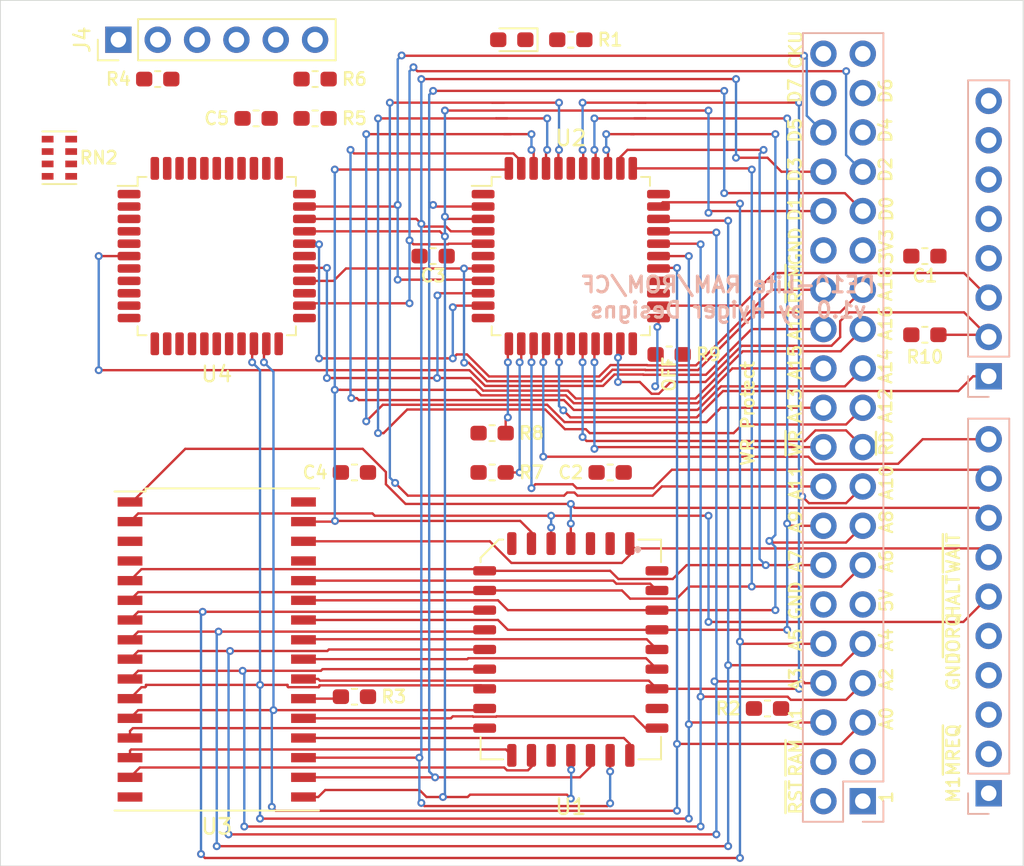
<source format=kicad_pcb>
(kicad_pcb (version 20171130) (host pcbnew "(5.1.6-rc1-2-g675ceb521)")

  (general
    (thickness 1.6)
    (drawings 52)
    (tracks 685)
    (zones 0)
    (modules 25)
    (nets 93)
  )

  (page A4)
  (title_block
    (date 2019-10-18)
    (rev 2.1)
  )

  (layers
    (0 F.Cu signal)
    (1 In1.Cu signal hide)
    (2 In2.Cu signal hide)
    (31 B.Cu signal)
    (32 B.Adhes user hide)
    (33 F.Adhes user hide)
    (34 B.Paste user hide)
    (35 F.Paste user hide)
    (36 B.SilkS user hide)
    (37 F.SilkS user)
    (38 B.Mask user hide)
    (39 F.Mask user hide)
    (40 Dwgs.User user hide)
    (41 Cmts.User user hide)
    (42 Eco1.User user hide)
    (43 Eco2.User user hide)
    (44 Edge.Cuts user)
    (45 Margin user hide)
    (46 B.CrtYd user)
    (47 F.CrtYd user)
    (48 B.Fab user hide)
    (49 F.Fab user hide)
  )

  (setup
    (last_trace_width 0.1524)
    (user_trace_width 0.1524)
    (user_trace_width 0.4064)
    (trace_clearance 0.1524)
    (zone_clearance 0.1524)
    (zone_45_only no)
    (trace_min 0.1524)
    (via_size 0.508)
    (via_drill 0.254)
    (via_min_size 0.508)
    (via_min_drill 0.254)
    (user_via 0.508 0.254)
    (user_via 0.8128 0.4064)
    (uvia_size 0.3)
    (uvia_drill 0.1)
    (uvias_allowed no)
    (uvia_min_size 0.2)
    (uvia_min_drill 0.1)
    (edge_width 0.05)
    (segment_width 0.2)
    (pcb_text_width 0.3)
    (pcb_text_size 1.5 1.5)
    (mod_edge_width 0.12)
    (mod_text_size 1 1)
    (mod_text_width 0.15)
    (pad_size 1.524 1.524)
    (pad_drill 0.762)
    (pad_to_mask_clearance 0.0508)
    (aux_axis_origin 0 0)
    (visible_elements 7FFFF7FF)
    (pcbplotparams
      (layerselection 0x010fc_ffffffff)
      (usegerberextensions false)
      (usegerberattributes false)
      (usegerberadvancedattributes false)
      (creategerberjobfile false)
      (excludeedgelayer true)
      (linewidth 0.100000)
      (plotframeref false)
      (viasonmask false)
      (mode 1)
      (useauxorigin false)
      (hpglpennumber 1)
      (hpglpenspeed 20)
      (hpglpendiameter 15.000000)
      (psnegative false)
      (psa4output false)
      (plotreference true)
      (plotvalue true)
      (plotinvisibletext false)
      (padsonsilk false)
      (subtractmaskfromsilk false)
      (outputformat 1)
      (mirror false)
      (drillshape 0)
      (scaleselection 1)
      (outputdirectory "gerbers/"))
  )

  (net 0 "")
  (net 1 GND)
  (net 2 /D7)
  (net 3 /D3)
  (net 4 /D1)
  (net 5 /ROM_~CE)
  (net 6 /RAM_~CE)
  (net 7 /A18)
  (net 8 /A17)
  (net 9 /A16)
  (net 10 /A15)
  (net 11 /A14)
  (net 12 /A13)
  (net 13 /A12)
  (net 14 /A11)
  (net 15 /A10)
  (net 16 /A9)
  (net 17 /A8)
  (net 18 /A6)
  (net 19 /A5)
  (net 20 /A4)
  (net 21 /A3)
  (net 22 /A2)
  (net 23 /A1)
  (net 24 /A0)
  (net 25 VCC)
  (net 26 /A7)
  (net 27 /D0)
  (net 28 /D2)
  (net 29 /D5)
  (net 30 /D4)
  (net 31 /D6)
  (net 32 /~WR)
  (net 33 /~RD)
  (net 34 /~RESET)
  (net 35 +5V)
  (net 36 "Net-(J4-Pad3)")
  (net 37 /~WAIT)
  (net 38 /~HALT)
  (net 39 /~IORQ)
  (net 40 /~MREQ)
  (net 41 /~M1)
  (net 42 /CLK)
  (net 43 "Net-(J2-Pad3)")
  (net 44 /SIO_~CE)
  (net 45 "Net-(J3-Pad8)")
  (net 46 /CLK_U)
  (net 47 "/Ram Rom and CPU/~INT")
  (net 48 "/Ram Rom and CPU/~NMI")
  (net 49 "/Ram Rom and CPU/~BUSRQ")
  (net 50 "Net-(U2-Pad39)")
  (net 51 "Net-(U2-Pad33)")
  (net 52 "Net-(U2-Pad25)")
  (net 53 "Net-(U2-Pad20)")
  (net 54 "Net-(U2-Pad17)")
  (net 55 "Net-(U2-Pad11)")
  (net 56 "Net-(U4-Pad40)")
  (net 57 "Net-(U4-Pad39)")
  (net 58 "Net-(U4-Pad38)")
  (net 59 "Net-(U4-Pad35)")
  (net 60 "Net-(U4-Pad28)")
  (net 61 "Net-(U4-Pad17)")
  (net 62 "Net-(U4-Pad16)")
  (net 63 "Net-(U4-Pad15)")
  (net 64 "Net-(U4-Pad14)")
  (net 65 "Net-(U4-Pad13)")
  (net 66 "Net-(U4-Pad12)")
  (net 67 "Net-(U4-Pad11)")
  (net 68 "Net-(U4-Pad10)")
  (net 69 "Net-(U4-Pad9)")
  (net 70 "Net-(U4-Pad8)")
  (net 71 "Net-(U4-Pad1)")
  (net 72 "Net-(D1-Pad1)")
  (net 73 "Net-(J1-Pad3)")
  (net 74 "Net-(J2-Pad1)")
  (net 75 "Net-(J3-Pad7)")
  (net 76 "Net-(J3-Pad6)")
  (net 77 "Net-(J3-Pad5)")
  (net 78 "Net-(J3-Pad4)")
  (net 79 "Net-(J4-Pad6)")
  (net 80 "Net-(J4-Pad5)")
  (net 81 "Net-(J4-Pad4)")
  (net 82 "Net-(J4-Pad2)")
  (net 83 "Net-(R5-Pad2)")
  (net 84 "/Ram Rom and CPU/~CTS")
  (net 85 "/Ram Rom and CPU/~RTS")
  (net 86 "/Ram Rom and CPU/TXA")
  (net 87 "/Ram Rom and CPU/RX")
  (net 88 "Net-(J1-Pad5)")
  (net 89 "Net-(J1-Pad2)")
  (net 90 "Net-(J1-Pad1)")
  (net 91 "Net-(J2-Pad37)")
  (net 92 "Net-(J2-Pad35)")

  (net_class Default "This is the default net class."
    (clearance 0.1524)
    (trace_width 0.1524)
    (via_dia 0.508)
    (via_drill 0.254)
    (uvia_dia 0.3)
    (uvia_drill 0.1)
    (add_net +5V)
    (add_net /A0)
    (add_net /A1)
    (add_net /A10)
    (add_net /A11)
    (add_net /A12)
    (add_net /A13)
    (add_net /A14)
    (add_net /A15)
    (add_net /A16)
    (add_net /A17)
    (add_net /A18)
    (add_net /A2)
    (add_net /A3)
    (add_net /A4)
    (add_net /A5)
    (add_net /A6)
    (add_net /A7)
    (add_net /A8)
    (add_net /A9)
    (add_net /CLK)
    (add_net /CLK_U)
    (add_net /D0)
    (add_net /D1)
    (add_net /D2)
    (add_net /D3)
    (add_net /D4)
    (add_net /D5)
    (add_net /D6)
    (add_net /D7)
    (add_net /RAM_~CE)
    (add_net /ROM_~CE)
    (add_net "/Ram Rom and CPU/RX")
    (add_net "/Ram Rom and CPU/TXA")
    (add_net "/Ram Rom and CPU/~BUSRQ")
    (add_net "/Ram Rom and CPU/~CTS")
    (add_net "/Ram Rom and CPU/~INT")
    (add_net "/Ram Rom and CPU/~NMI")
    (add_net "/Ram Rom and CPU/~RTS")
    (add_net /SIO_~CE)
    (add_net /~HALT)
    (add_net /~IORQ)
    (add_net /~M1)
    (add_net /~MREQ)
    (add_net /~RD)
    (add_net /~RESET)
    (add_net /~WAIT)
    (add_net /~WR)
    (add_net "Net-(D1-Pad1)")
    (add_net "Net-(J1-Pad1)")
    (add_net "Net-(J1-Pad2)")
    (add_net "Net-(J1-Pad3)")
    (add_net "Net-(J1-Pad5)")
    (add_net "Net-(J2-Pad1)")
    (add_net "Net-(J2-Pad3)")
    (add_net "Net-(J2-Pad35)")
    (add_net "Net-(J2-Pad37)")
    (add_net "Net-(J3-Pad4)")
    (add_net "Net-(J3-Pad5)")
    (add_net "Net-(J3-Pad6)")
    (add_net "Net-(J3-Pad7)")
    (add_net "Net-(J3-Pad8)")
    (add_net "Net-(J4-Pad2)")
    (add_net "Net-(J4-Pad3)")
    (add_net "Net-(J4-Pad4)")
    (add_net "Net-(J4-Pad5)")
    (add_net "Net-(J4-Pad6)")
    (add_net "Net-(R5-Pad2)")
    (add_net "Net-(U2-Pad11)")
    (add_net "Net-(U2-Pad17)")
    (add_net "Net-(U2-Pad20)")
    (add_net "Net-(U2-Pad25)")
    (add_net "Net-(U2-Pad33)")
    (add_net "Net-(U2-Pad39)")
    (add_net "Net-(U4-Pad1)")
    (add_net "Net-(U4-Pad10)")
    (add_net "Net-(U4-Pad11)")
    (add_net "Net-(U4-Pad12)")
    (add_net "Net-(U4-Pad13)")
    (add_net "Net-(U4-Pad14)")
    (add_net "Net-(U4-Pad15)")
    (add_net "Net-(U4-Pad16)")
    (add_net "Net-(U4-Pad17)")
    (add_net "Net-(U4-Pad28)")
    (add_net "Net-(U4-Pad35)")
    (add_net "Net-(U4-Pad38)")
    (add_net "Net-(U4-Pad39)")
    (add_net "Net-(U4-Pad40)")
    (add_net "Net-(U4-Pad8)")
    (add_net "Net-(U4-Pad9)")
  )

  (net_class Power ""
    (clearance 0.1524)
    (trace_width 0.4064)
    (via_dia 0.8128)
    (via_drill 0.4064)
    (uvia_dia 0.3)
    (uvia_drill 0.1)
    (add_net GND)
    (add_net VCC)
  )

  (module Resistor_SMD:R_0603_1608Metric_Pad1.05x0.95mm_HandSolder (layer F.Cu) (tedit 5B301BBD) (tstamp 5EA2FE28)
    (at 166.37 110.49 180)
    (descr "Resistor SMD 0603 (1608 Metric), square (rectangular) end terminal, IPC_7351 nominal with elongated pad for handsoldering. (Body size source: http://www.tortai-tech.com/upload/download/2011102023233369053.pdf), generated with kicad-footprint-generator")
    (tags "resistor handsolder")
    (path /5F2A9FE8/5ED989DA)
    (attr smd)
    (fp_text reference R10 (at 0 -1.43) (layer F.SilkS)
      (effects (font (size 0.8128 0.8128) (thickness 0.1524)))
    )
    (fp_text value 10K (at 0 1.43) (layer F.Fab)
      (effects (font (size 1 1) (thickness 0.15)))
    )
    (fp_text user %R (at 0 0) (layer F.Fab)
      (effects (font (size 0.4 0.4) (thickness 0.06)))
    )
    (fp_line (start -0.8 0.4) (end -0.8 -0.4) (layer F.Fab) (width 0.1))
    (fp_line (start -0.8 -0.4) (end 0.8 -0.4) (layer F.Fab) (width 0.1))
    (fp_line (start 0.8 -0.4) (end 0.8 0.4) (layer F.Fab) (width 0.1))
    (fp_line (start 0.8 0.4) (end -0.8 0.4) (layer F.Fab) (width 0.1))
    (fp_line (start -0.171267 -0.51) (end 0.171267 -0.51) (layer F.SilkS) (width 0.12))
    (fp_line (start -0.171267 0.51) (end 0.171267 0.51) (layer F.SilkS) (width 0.12))
    (fp_line (start -1.65 0.73) (end -1.65 -0.73) (layer F.CrtYd) (width 0.05))
    (fp_line (start -1.65 -0.73) (end 1.65 -0.73) (layer F.CrtYd) (width 0.05))
    (fp_line (start 1.65 -0.73) (end 1.65 0.73) (layer F.CrtYd) (width 0.05))
    (fp_line (start 1.65 0.73) (end -1.65 0.73) (layer F.CrtYd) (width 0.05))
    (pad 2 smd roundrect (at 0.875 0 180) (size 1.05 0.95) (layers F.Cu F.Paste F.Mask) (roundrect_rratio 0.25)
      (net 25 VCC))
    (pad 1 smd roundrect (at -0.875 0 180) (size 1.05 0.95) (layers F.Cu F.Paste F.Mask) (roundrect_rratio 0.25)
      (net 37 /~WAIT))
    (model ${KISYS3DMOD}/Resistor_SMD.3dshapes/R_0603_1608Metric.wrl
      (at (xyz 0 0 0))
      (scale (xyz 1 1 1))
      (rotate (xyz 0 0 0))
    )
  )

  (module Resistor_SMD:R_0603_1608Metric_Pad1.05x0.95mm_HandSolder (layer F.Cu) (tedit 5B301BBD) (tstamp 5EA2FAAF)
    (at 149.86 111.76)
    (descr "Resistor SMD 0603 (1608 Metric), square (rectangular) end terminal, IPC_7351 nominal with elongated pad for handsoldering. (Body size source: http://www.tortai-tech.com/upload/download/2011102023233369053.pdf), generated with kicad-footprint-generator")
    (tags "resistor handsolder")
    (path /5F2A9FE8/5ED8BABF)
    (attr smd)
    (fp_text reference R9 (at 2.54 0) (layer F.SilkS)
      (effects (font (size 0.8128 0.8128) (thickness 0.1524)))
    )
    (fp_text value 10K (at 0 1.43) (layer F.Fab)
      (effects (font (size 1 1) (thickness 0.15)))
    )
    (fp_text user %R (at 0 0) (layer F.Fab)
      (effects (font (size 0.4 0.4) (thickness 0.06)))
    )
    (fp_line (start -0.8 0.4) (end -0.8 -0.4) (layer F.Fab) (width 0.1))
    (fp_line (start -0.8 -0.4) (end 0.8 -0.4) (layer F.Fab) (width 0.1))
    (fp_line (start 0.8 -0.4) (end 0.8 0.4) (layer F.Fab) (width 0.1))
    (fp_line (start 0.8 0.4) (end -0.8 0.4) (layer F.Fab) (width 0.1))
    (fp_line (start -0.171267 -0.51) (end 0.171267 -0.51) (layer F.SilkS) (width 0.12))
    (fp_line (start -0.171267 0.51) (end 0.171267 0.51) (layer F.SilkS) (width 0.12))
    (fp_line (start -1.65 0.73) (end -1.65 -0.73) (layer F.CrtYd) (width 0.05))
    (fp_line (start -1.65 -0.73) (end 1.65 -0.73) (layer F.CrtYd) (width 0.05))
    (fp_line (start 1.65 -0.73) (end 1.65 0.73) (layer F.CrtYd) (width 0.05))
    (fp_line (start 1.65 0.73) (end -1.65 0.73) (layer F.CrtYd) (width 0.05))
    (pad 2 smd roundrect (at 0.875 0) (size 1.05 0.95) (layers F.Cu F.Paste F.Mask) (roundrect_rratio 0.25)
      (net 25 VCC))
    (pad 1 smd roundrect (at -0.875 0) (size 1.05 0.95) (layers F.Cu F.Paste F.Mask) (roundrect_rratio 0.25)
      (net 49 "/Ram Rom and CPU/~BUSRQ"))
    (model ${KISYS3DMOD}/Resistor_SMD.3dshapes/R_0603_1608Metric.wrl
      (at (xyz 0 0 0))
      (scale (xyz 1 1 1))
      (rotate (xyz 0 0 0))
    )
  )

  (module Resistor_SMD:R_0603_1608Metric_Pad1.05x0.95mm_HandSolder (layer F.Cu) (tedit 5B301BBD) (tstamp 5EA2FA9E)
    (at 138.43 116.84 180)
    (descr "Resistor SMD 0603 (1608 Metric), square (rectangular) end terminal, IPC_7351 nominal with elongated pad for handsoldering. (Body size source: http://www.tortai-tech.com/upload/download/2011102023233369053.pdf), generated with kicad-footprint-generator")
    (tags "resistor handsolder")
    (path /5F2A9FE8/5ED7EC8B)
    (attr smd)
    (fp_text reference R8 (at -2.54 0) (layer F.SilkS)
      (effects (font (size 0.8128 0.8128) (thickness 0.1524)))
    )
    (fp_text value 10K (at 0 1.43) (layer F.Fab)
      (effects (font (size 1 1) (thickness 0.15)))
    )
    (fp_text user %R (at 0 0) (layer F.Fab)
      (effects (font (size 0.4 0.4) (thickness 0.06)))
    )
    (fp_line (start -0.8 0.4) (end -0.8 -0.4) (layer F.Fab) (width 0.1))
    (fp_line (start -0.8 -0.4) (end 0.8 -0.4) (layer F.Fab) (width 0.1))
    (fp_line (start 0.8 -0.4) (end 0.8 0.4) (layer F.Fab) (width 0.1))
    (fp_line (start 0.8 0.4) (end -0.8 0.4) (layer F.Fab) (width 0.1))
    (fp_line (start -0.171267 -0.51) (end 0.171267 -0.51) (layer F.SilkS) (width 0.12))
    (fp_line (start -0.171267 0.51) (end 0.171267 0.51) (layer F.SilkS) (width 0.12))
    (fp_line (start -1.65 0.73) (end -1.65 -0.73) (layer F.CrtYd) (width 0.05))
    (fp_line (start -1.65 -0.73) (end 1.65 -0.73) (layer F.CrtYd) (width 0.05))
    (fp_line (start 1.65 -0.73) (end 1.65 0.73) (layer F.CrtYd) (width 0.05))
    (fp_line (start 1.65 0.73) (end -1.65 0.73) (layer F.CrtYd) (width 0.05))
    (pad 2 smd roundrect (at 0.875 0 180) (size 1.05 0.95) (layers F.Cu F.Paste F.Mask) (roundrect_rratio 0.25)
      (net 25 VCC))
    (pad 1 smd roundrect (at -0.875 0 180) (size 1.05 0.95) (layers F.Cu F.Paste F.Mask) (roundrect_rratio 0.25)
      (net 47 "/Ram Rom and CPU/~INT"))
    (model ${KISYS3DMOD}/Resistor_SMD.3dshapes/R_0603_1608Metric.wrl
      (at (xyz 0 0 0))
      (scale (xyz 1 1 1))
      (rotate (xyz 0 0 0))
    )
  )

  (module Resistor_SMD:R_0603_1608Metric_Pad1.05x0.95mm_HandSolder (layer F.Cu) (tedit 5B301BBD) (tstamp 5EA2FA8D)
    (at 138.43 119.38 180)
    (descr "Resistor SMD 0603 (1608 Metric), square (rectangular) end terminal, IPC_7351 nominal with elongated pad for handsoldering. (Body size source: http://www.tortai-tech.com/upload/download/2011102023233369053.pdf), generated with kicad-footprint-generator")
    (tags "resistor handsolder")
    (path /5F2A9FE8/5ED4ACDD)
    (attr smd)
    (fp_text reference R7 (at -2.54 0) (layer F.SilkS)
      (effects (font (size 0.8128 0.8128) (thickness 0.1524)))
    )
    (fp_text value 10K (at 0 1.43) (layer F.Fab)
      (effects (font (size 1 1) (thickness 0.15)))
    )
    (fp_text user %R (at 0 0) (layer F.Fab)
      (effects (font (size 0.4 0.4) (thickness 0.06)))
    )
    (fp_line (start -0.8 0.4) (end -0.8 -0.4) (layer F.Fab) (width 0.1))
    (fp_line (start -0.8 -0.4) (end 0.8 -0.4) (layer F.Fab) (width 0.1))
    (fp_line (start 0.8 -0.4) (end 0.8 0.4) (layer F.Fab) (width 0.1))
    (fp_line (start 0.8 0.4) (end -0.8 0.4) (layer F.Fab) (width 0.1))
    (fp_line (start -0.171267 -0.51) (end 0.171267 -0.51) (layer F.SilkS) (width 0.12))
    (fp_line (start -0.171267 0.51) (end 0.171267 0.51) (layer F.SilkS) (width 0.12))
    (fp_line (start -1.65 0.73) (end -1.65 -0.73) (layer F.CrtYd) (width 0.05))
    (fp_line (start -1.65 -0.73) (end 1.65 -0.73) (layer F.CrtYd) (width 0.05))
    (fp_line (start 1.65 -0.73) (end 1.65 0.73) (layer F.CrtYd) (width 0.05))
    (fp_line (start 1.65 0.73) (end -1.65 0.73) (layer F.CrtYd) (width 0.05))
    (pad 2 smd roundrect (at 0.875 0 180) (size 1.05 0.95) (layers F.Cu F.Paste F.Mask) (roundrect_rratio 0.25)
      (net 25 VCC))
    (pad 1 smd roundrect (at -0.875 0 180) (size 1.05 0.95) (layers F.Cu F.Paste F.Mask) (roundrect_rratio 0.25)
      (net 48 "/Ram Rom and CPU/~NMI"))
    (model ${KISYS3DMOD}/Resistor_SMD.3dshapes/R_0603_1608Metric.wrl
      (at (xyz 0 0 0))
      (scale (xyz 1 1 1))
      (rotate (xyz 0 0 0))
    )
  )

  (module Package_QFP:LQFP-44_10x10mm_P0.8mm (layer F.Cu) (tedit 5D9F72AF) (tstamp 5E9FD89D)
    (at 143.51 105.41)
    (descr "LQFP, 44 Pin (https://www.nxp.com/files-static/shared/doc/package_info/98ASS23225W.pdf?&fsrch=1), generated with kicad-footprint-generator ipc_gullwing_generator.py")
    (tags "LQFP QFP")
    (path /5F2A9FE8/5F309FF5)
    (attr smd)
    (fp_text reference U2 (at 0 -7.62) (layer F.SilkS)
      (effects (font (size 1 1) (thickness 0.15)))
    )
    (fp_text value Z84C0010AEG (at 0 7.35) (layer F.Fab)
      (effects (font (size 1 1) (thickness 0.15)))
    )
    (fp_line (start 4.535 5.11) (end 5.11 5.11) (layer F.SilkS) (width 0.12))
    (fp_line (start 5.11 5.11) (end 5.11 4.535) (layer F.SilkS) (width 0.12))
    (fp_line (start -4.535 5.11) (end -5.11 5.11) (layer F.SilkS) (width 0.12))
    (fp_line (start -5.11 5.11) (end -5.11 4.535) (layer F.SilkS) (width 0.12))
    (fp_line (start 4.535 -5.11) (end 5.11 -5.11) (layer F.SilkS) (width 0.12))
    (fp_line (start 5.11 -5.11) (end 5.11 -4.535) (layer F.SilkS) (width 0.12))
    (fp_line (start -4.535 -5.11) (end -5.11 -5.11) (layer F.SilkS) (width 0.12))
    (fp_line (start -5.11 -5.11) (end -5.11 -4.535) (layer F.SilkS) (width 0.12))
    (fp_line (start -5.11 -4.535) (end -6.4 -4.535) (layer F.SilkS) (width 0.12))
    (fp_line (start -4 -5) (end 5 -5) (layer F.Fab) (width 0.1))
    (fp_line (start 5 -5) (end 5 5) (layer F.Fab) (width 0.1))
    (fp_line (start 5 5) (end -5 5) (layer F.Fab) (width 0.1))
    (fp_line (start -5 5) (end -5 -4) (layer F.Fab) (width 0.1))
    (fp_line (start -5 -4) (end -4 -5) (layer F.Fab) (width 0.1))
    (fp_line (start 0 -6.65) (end -4.52 -6.65) (layer F.CrtYd) (width 0.05))
    (fp_line (start -4.52 -6.65) (end -4.52 -5.25) (layer F.CrtYd) (width 0.05))
    (fp_line (start -4.52 -5.25) (end -5.25 -5.25) (layer F.CrtYd) (width 0.05))
    (fp_line (start -5.25 -5.25) (end -5.25 -4.52) (layer F.CrtYd) (width 0.05))
    (fp_line (start -5.25 -4.52) (end -6.65 -4.52) (layer F.CrtYd) (width 0.05))
    (fp_line (start -6.65 -4.52) (end -6.65 0) (layer F.CrtYd) (width 0.05))
    (fp_line (start 0 -6.65) (end 4.52 -6.65) (layer F.CrtYd) (width 0.05))
    (fp_line (start 4.52 -6.65) (end 4.52 -5.25) (layer F.CrtYd) (width 0.05))
    (fp_line (start 4.52 -5.25) (end 5.25 -5.25) (layer F.CrtYd) (width 0.05))
    (fp_line (start 5.25 -5.25) (end 5.25 -4.52) (layer F.CrtYd) (width 0.05))
    (fp_line (start 5.25 -4.52) (end 6.65 -4.52) (layer F.CrtYd) (width 0.05))
    (fp_line (start 6.65 -4.52) (end 6.65 0) (layer F.CrtYd) (width 0.05))
    (fp_line (start 0 6.65) (end -4.52 6.65) (layer F.CrtYd) (width 0.05))
    (fp_line (start -4.52 6.65) (end -4.52 5.25) (layer F.CrtYd) (width 0.05))
    (fp_line (start -4.52 5.25) (end -5.25 5.25) (layer F.CrtYd) (width 0.05))
    (fp_line (start -5.25 5.25) (end -5.25 4.52) (layer F.CrtYd) (width 0.05))
    (fp_line (start -5.25 4.52) (end -6.65 4.52) (layer F.CrtYd) (width 0.05))
    (fp_line (start -6.65 4.52) (end -6.65 0) (layer F.CrtYd) (width 0.05))
    (fp_line (start 0 6.65) (end 4.52 6.65) (layer F.CrtYd) (width 0.05))
    (fp_line (start 4.52 6.65) (end 4.52 5.25) (layer F.CrtYd) (width 0.05))
    (fp_line (start 4.52 5.25) (end 5.25 5.25) (layer F.CrtYd) (width 0.05))
    (fp_line (start 5.25 5.25) (end 5.25 4.52) (layer F.CrtYd) (width 0.05))
    (fp_line (start 5.25 4.52) (end 6.65 4.52) (layer F.CrtYd) (width 0.05))
    (fp_line (start 6.65 4.52) (end 6.65 0) (layer F.CrtYd) (width 0.05))
    (fp_text user %R (at 0 0) (layer F.Fab)
      (effects (font (size 1 1) (thickness 0.15)))
    )
    (pad 44 smd roundrect (at -4 -5.6625) (size 0.55 1.475) (layers F.Cu F.Paste F.Mask) (roundrect_rratio 0.25)
      (net 10 /A15))
    (pad 43 smd roundrect (at -3.2 -5.6625) (size 0.55 1.475) (layers F.Cu F.Paste F.Mask) (roundrect_rratio 0.25)
      (net 11 /A14))
    (pad 42 smd roundrect (at -2.4 -5.6625) (size 0.55 1.475) (layers F.Cu F.Paste F.Mask) (roundrect_rratio 0.25)
      (net 12 /A13))
    (pad 41 smd roundrect (at -1.6 -5.6625) (size 0.55 1.475) (layers F.Cu F.Paste F.Mask) (roundrect_rratio 0.25)
      (net 13 /A12))
    (pad 40 smd roundrect (at -0.8 -5.6625) (size 0.55 1.475) (layers F.Cu F.Paste F.Mask) (roundrect_rratio 0.25)
      (net 14 /A11))
    (pad 39 smd roundrect (at 0 -5.6625) (size 0.55 1.475) (layers F.Cu F.Paste F.Mask) (roundrect_rratio 0.25)
      (net 50 "Net-(U2-Pad39)"))
    (pad 38 smd roundrect (at 0.8 -5.6625) (size 0.55 1.475) (layers F.Cu F.Paste F.Mask) (roundrect_rratio 0.25)
      (net 15 /A10))
    (pad 37 smd roundrect (at 1.6 -5.6625) (size 0.55 1.475) (layers F.Cu F.Paste F.Mask) (roundrect_rratio 0.25)
      (net 16 /A9))
    (pad 36 smd roundrect (at 2.4 -5.6625) (size 0.55 1.475) (layers F.Cu F.Paste F.Mask) (roundrect_rratio 0.25)
      (net 17 /A8))
    (pad 35 smd roundrect (at 3.2 -5.6625) (size 0.55 1.475) (layers F.Cu F.Paste F.Mask) (roundrect_rratio 0.25)
      (net 26 /A7))
    (pad 34 smd roundrect (at 4 -5.6625) (size 0.55 1.475) (layers F.Cu F.Paste F.Mask) (roundrect_rratio 0.25)
      (net 18 /A6))
    (pad 33 smd roundrect (at 5.6625 -4) (size 1.475 0.55) (layers F.Cu F.Paste F.Mask) (roundrect_rratio 0.25)
      (net 51 "Net-(U2-Pad33)"))
    (pad 32 smd roundrect (at 5.6625 -3.2) (size 1.475 0.55) (layers F.Cu F.Paste F.Mask) (roundrect_rratio 0.25)
      (net 19 /A5))
    (pad 31 smd roundrect (at 5.6625 -2.4) (size 1.475 0.55) (layers F.Cu F.Paste F.Mask) (roundrect_rratio 0.25)
      (net 20 /A4))
    (pad 30 smd roundrect (at 5.6625 -1.6) (size 1.475 0.55) (layers F.Cu F.Paste F.Mask) (roundrect_rratio 0.25)
      (net 21 /A3))
    (pad 29 smd roundrect (at 5.6625 -0.8) (size 1.475 0.55) (layers F.Cu F.Paste F.Mask) (roundrect_rratio 0.25)
      (net 22 /A2))
    (pad 28 smd roundrect (at 5.6625 0) (size 1.475 0.55) (layers F.Cu F.Paste F.Mask) (roundrect_rratio 0.25)
      (net 23 /A1))
    (pad 27 smd roundrect (at 5.6625 0.8) (size 1.475 0.55) (layers F.Cu F.Paste F.Mask) (roundrect_rratio 0.25)
      (net 24 /A0))
    (pad 26 smd roundrect (at 5.6625 1.6) (size 1.475 0.55) (layers F.Cu F.Paste F.Mask) (roundrect_rratio 0.25)
      (net 1 GND))
    (pad 25 smd roundrect (at 5.6625 2.4) (size 1.475 0.55) (layers F.Cu F.Paste F.Mask) (roundrect_rratio 0.25)
      (net 52 "Net-(U2-Pad25)"))
    (pad 24 smd roundrect (at 5.6625 3.2) (size 1.475 0.55) (layers F.Cu F.Paste F.Mask) (roundrect_rratio 0.25)
      (net 41 /~M1))
    (pad 23 smd roundrect (at 5.6625 4) (size 1.475 0.55) (layers F.Cu F.Paste F.Mask) (roundrect_rratio 0.25)
      (net 34 /~RESET))
    (pad 22 smd roundrect (at 4 5.6625) (size 0.55 1.475) (layers F.Cu F.Paste F.Mask) (roundrect_rratio 0.25)
      (net 49 "/Ram Rom and CPU/~BUSRQ"))
    (pad 21 smd roundrect (at 3.2 5.6625) (size 0.55 1.475) (layers F.Cu F.Paste F.Mask) (roundrect_rratio 0.25)
      (net 37 /~WAIT))
    (pad 20 smd roundrect (at 2.4 5.6625) (size 0.55 1.475) (layers F.Cu F.Paste F.Mask) (roundrect_rratio 0.25)
      (net 53 "Net-(U2-Pad20)"))
    (pad 19 smd roundrect (at 1.6 5.6625) (size 0.55 1.475) (layers F.Cu F.Paste F.Mask) (roundrect_rratio 0.25)
      (net 32 /~WR))
    (pad 18 smd roundrect (at 0.8 5.6625) (size 0.55 1.475) (layers F.Cu F.Paste F.Mask) (roundrect_rratio 0.25)
      (net 33 /~RD))
    (pad 17 smd roundrect (at 0 5.6625) (size 0.55 1.475) (layers F.Cu F.Paste F.Mask) (roundrect_rratio 0.25)
      (net 54 "Net-(U2-Pad17)"))
    (pad 16 smd roundrect (at -0.8 5.6625) (size 0.55 1.475) (layers F.Cu F.Paste F.Mask) (roundrect_rratio 0.25)
      (net 39 /~IORQ))
    (pad 15 smd roundrect (at -1.6 5.6625) (size 0.55 1.475) (layers F.Cu F.Paste F.Mask) (roundrect_rratio 0.25)
      (net 40 /~MREQ))
    (pad 14 smd roundrect (at -2.4 5.6625) (size 0.55 1.475) (layers F.Cu F.Paste F.Mask) (roundrect_rratio 0.25)
      (net 38 /~HALT))
    (pad 13 smd roundrect (at -3.2 5.6625) (size 0.55 1.475) (layers F.Cu F.Paste F.Mask) (roundrect_rratio 0.25)
      (net 48 "/Ram Rom and CPU/~NMI"))
    (pad 12 smd roundrect (at -4 5.6625) (size 0.55 1.475) (layers F.Cu F.Paste F.Mask) (roundrect_rratio 0.25)
      (net 47 "/Ram Rom and CPU/~INT"))
    (pad 11 smd roundrect (at -5.6625 4) (size 1.475 0.55) (layers F.Cu F.Paste F.Mask) (roundrect_rratio 0.25)
      (net 55 "Net-(U2-Pad11)"))
    (pad 10 smd roundrect (at -5.6625 3.2) (size 1.475 0.55) (layers F.Cu F.Paste F.Mask) (roundrect_rratio 0.25)
      (net 4 /D1))
    (pad 9 smd roundrect (at -5.6625 2.4) (size 1.475 0.55) (layers F.Cu F.Paste F.Mask) (roundrect_rratio 0.25)
      (net 27 /D0))
    (pad 8 smd roundrect (at -5.6625 1.6) (size 1.475 0.55) (layers F.Cu F.Paste F.Mask) (roundrect_rratio 0.25)
      (net 2 /D7))
    (pad 7 smd roundrect (at -5.6625 0.8) (size 1.475 0.55) (layers F.Cu F.Paste F.Mask) (roundrect_rratio 0.25)
      (net 28 /D2))
    (pad 6 smd roundrect (at -5.6625 0) (size 1.475 0.55) (layers F.Cu F.Paste F.Mask) (roundrect_rratio 0.25)
      (net 25 VCC))
    (pad 5 smd roundrect (at -5.6625 -0.8) (size 1.475 0.55) (layers F.Cu F.Paste F.Mask) (roundrect_rratio 0.25)
      (net 31 /D6))
    (pad 4 smd roundrect (at -5.6625 -1.6) (size 1.475 0.55) (layers F.Cu F.Paste F.Mask) (roundrect_rratio 0.25)
      (net 29 /D5))
    (pad 3 smd roundrect (at -5.6625 -2.4) (size 1.475 0.55) (layers F.Cu F.Paste F.Mask) (roundrect_rratio 0.25)
      (net 3 /D3))
    (pad 2 smd roundrect (at -5.6625 -3.2) (size 1.475 0.55) (layers F.Cu F.Paste F.Mask) (roundrect_rratio 0.25)
      (net 30 /D4))
    (pad 1 smd roundrect (at -5.6625 -4) (size 1.475 0.55) (layers F.Cu F.Paste F.Mask) (roundrect_rratio 0.25)
      (net 42 /CLK))
    (model ${KISYS3DMOD}/Package_QFP.3dshapes/LQFP-44_10x10mm_P0.8mm.wrl
      (at (xyz 0 0 0))
      (scale (xyz 1 1 1))
      (rotate (xyz 0 0 0))
    )
  )

  (module Resistor_SMD:R_Cat16-4 (layer F.Cu) (tedit 58E0A91E) (tstamp 5EA0A6C3)
    (at 110.49 99.06)
    (descr "SMT resistor net, Bourns CAT16 series, 4 way")
    (tags "SMT resistor net Bourns CAT16 series 4 way")
    (path /5F2A9FE8/5EA718DA)
    (attr smd)
    (fp_text reference RN2 (at 2.54 0 180) (layer F.SilkS)
      (effects (font (size 0.8128 0.8128) (thickness 0.1524)))
    )
    (fp_text value 2K2 (at 0 2.55 180) (layer F.Fab)
      (effects (font (size 1 1) (thickness 0.15)))
    )
    (fp_text user %R (at 0 0 -90) (layer F.Fab)
      (effects (font (size 0.5 0.5) (thickness 0.075)))
    )
    (fp_line (start 0.8 1.6) (end -0.8 1.6) (layer F.Fab) (width 0.1))
    (fp_line (start -0.8 1.6) (end -0.8 -1.6) (layer F.Fab) (width 0.1))
    (fp_line (start -0.8 -1.6) (end 0.8 -1.6) (layer F.Fab) (width 0.1))
    (fp_line (start 0.8 -1.6) (end 0.8 1.6) (layer F.Fab) (width 0.1))
    (fp_line (start 1.1 1.7) (end -1.1 1.7) (layer F.SilkS) (width 0.12))
    (fp_line (start 1.1 -1.7) (end -1.1 -1.7) (layer F.SilkS) (width 0.12))
    (fp_line (start -1.39 -1.85) (end 1.39 -1.85) (layer F.CrtYd) (width 0.05))
    (fp_line (start -1.39 -1.85) (end -1.39 1.85) (layer F.CrtYd) (width 0.05))
    (fp_line (start 1.39 1.85) (end 1.39 -1.85) (layer F.CrtYd) (width 0.05))
    (fp_line (start 1.39 1.85) (end -1.39 1.85) (layer F.CrtYd) (width 0.05))
    (fp_circle (center 0 0) (end -0.1 0) (layer F.Adhes) (width 0.2))
    (pad 8 smd rect (at 0.76 -1.2 180) (size 0.76 0.43) (layers F.Cu F.Paste F.Mask)
      (net 85 "/Ram Rom and CPU/~RTS"))
    (pad 5 smd rect (at 0.76 1.2 180) (size 0.76 0.43) (layers F.Cu F.Paste F.Mask)
      (net 84 "/Ram Rom and CPU/~CTS"))
    (pad 4 smd rect (at -0.76 1.2 180) (size 0.76 0.43) (layers F.Cu F.Paste F.Mask)
      (net 79 "Net-(J4-Pad6)"))
    (pad 1 smd rect (at -0.76 -1.2 180) (size 0.76 0.43) (layers F.Cu F.Paste F.Mask)
      (net 82 "Net-(J4-Pad2)"))
    (pad 6 smd rect (at 0.76 0.4 180) (size 0.76 0.43) (layers F.Cu F.Paste F.Mask)
      (net 86 "/Ram Rom and CPU/TXA"))
    (pad 3 smd rect (at -0.76 0.4 180) (size 0.76 0.43) (layers F.Cu F.Paste F.Mask)
      (net 80 "Net-(J4-Pad5)"))
    (pad 7 smd rect (at 0.76 -0.4 180) (size 0.76 0.43) (layers F.Cu F.Paste F.Mask)
      (net 87 "/Ram Rom and CPU/RX"))
    (pad 2 smd rect (at -0.76 -0.4 180) (size 0.76 0.43) (layers F.Cu F.Paste F.Mask)
      (net 81 "Net-(J4-Pad4)"))
    (model ${KISYS3DMOD}/Resistor_SMD.3dshapes/R_Cat16-4.wrl
      (at (xyz 0 0 0))
      (scale (xyz 1 1 1))
      (rotate (xyz 0 0 0))
    )
  )

  (module Resistor_SMD:R_0603_1608Metric_Pad1.05x0.95mm_HandSolder (layer F.Cu) (tedit 5B301BBD) (tstamp 5EA0A694)
    (at 127 93.98)
    (descr "Resistor SMD 0603 (1608 Metric), square (rectangular) end terminal, IPC_7351 nominal with elongated pad for handsoldering. (Body size source: http://www.tortai-tech.com/upload/download/2011102023233369053.pdf), generated with kicad-footprint-generator")
    (tags "resistor handsolder")
    (path /5F2A9FE8/5EA718A6)
    (attr smd)
    (fp_text reference R6 (at 2.54 0 180) (layer F.SilkS)
      (effects (font (size 0.8128 0.8128) (thickness 0.1524)))
    )
    (fp_text value 100K (at 0 1.43 180) (layer F.Fab)
      (effects (font (size 1 1) (thickness 0.15)))
    )
    (fp_text user %R (at 0 0 180) (layer F.Fab)
      (effects (font (size 0.4 0.4) (thickness 0.06)))
    )
    (fp_line (start -0.8 0.4) (end -0.8 -0.4) (layer F.Fab) (width 0.1))
    (fp_line (start -0.8 -0.4) (end 0.8 -0.4) (layer F.Fab) (width 0.1))
    (fp_line (start 0.8 -0.4) (end 0.8 0.4) (layer F.Fab) (width 0.1))
    (fp_line (start 0.8 0.4) (end -0.8 0.4) (layer F.Fab) (width 0.1))
    (fp_line (start -0.171267 -0.51) (end 0.171267 -0.51) (layer F.SilkS) (width 0.12))
    (fp_line (start -0.171267 0.51) (end 0.171267 0.51) (layer F.SilkS) (width 0.12))
    (fp_line (start -1.65 0.73) (end -1.65 -0.73) (layer F.CrtYd) (width 0.05))
    (fp_line (start -1.65 -0.73) (end 1.65 -0.73) (layer F.CrtYd) (width 0.05))
    (fp_line (start 1.65 -0.73) (end 1.65 0.73) (layer F.CrtYd) (width 0.05))
    (fp_line (start 1.65 0.73) (end -1.65 0.73) (layer F.CrtYd) (width 0.05))
    (pad 2 smd roundrect (at 0.875 0) (size 1.05 0.95) (layers F.Cu F.Paste F.Mask) (roundrect_rratio 0.25)
      (net 1 GND))
    (pad 1 smd roundrect (at -0.875 0) (size 1.05 0.95) (layers F.Cu F.Paste F.Mask) (roundrect_rratio 0.25)
      (net 79 "Net-(J4-Pad6)"))
    (model ${KISYS3DMOD}/Resistor_SMD.3dshapes/R_0603_1608Metric.wrl
      (at (xyz 0 0 0))
      (scale (xyz 1 1 1))
      (rotate (xyz 0 0 0))
    )
  )

  (module Resistor_SMD:R_0603_1608Metric_Pad1.05x0.95mm_HandSolder (layer F.Cu) (tedit 5B301BBD) (tstamp 5EA0A673)
    (at 116.84 93.98 180)
    (descr "Resistor SMD 0603 (1608 Metric), square (rectangular) end terminal, IPC_7351 nominal with elongated pad for handsoldering. (Body size source: http://www.tortai-tech.com/upload/download/2011102023233369053.pdf), generated with kicad-footprint-generator")
    (tags "resistor handsolder")
    (path /5F2A9FE8/5EA718BD)
    (attr smd)
    (fp_text reference R4 (at 2.54 0 180) (layer F.SilkS)
      (effects (font (size 0.8128 0.8128) (thickness 0.1524)))
    )
    (fp_text value 100K (at 0 1.43 180) (layer F.Fab)
      (effects (font (size 1 1) (thickness 0.15)))
    )
    (fp_text user %R (at 0 0 180) (layer F.Fab)
      (effects (font (size 0.4 0.4) (thickness 0.06)))
    )
    (fp_line (start -0.8 0.4) (end -0.8 -0.4) (layer F.Fab) (width 0.1))
    (fp_line (start -0.8 -0.4) (end 0.8 -0.4) (layer F.Fab) (width 0.1))
    (fp_line (start 0.8 -0.4) (end 0.8 0.4) (layer F.Fab) (width 0.1))
    (fp_line (start 0.8 0.4) (end -0.8 0.4) (layer F.Fab) (width 0.1))
    (fp_line (start -0.171267 -0.51) (end 0.171267 -0.51) (layer F.SilkS) (width 0.12))
    (fp_line (start -0.171267 0.51) (end 0.171267 0.51) (layer F.SilkS) (width 0.12))
    (fp_line (start -1.65 0.73) (end -1.65 -0.73) (layer F.CrtYd) (width 0.05))
    (fp_line (start -1.65 -0.73) (end 1.65 -0.73) (layer F.CrtYd) (width 0.05))
    (fp_line (start 1.65 -0.73) (end 1.65 0.73) (layer F.CrtYd) (width 0.05))
    (fp_line (start 1.65 0.73) (end -1.65 0.73) (layer F.CrtYd) (width 0.05))
    (pad 2 smd roundrect (at 0.875 0 180) (size 1.05 0.95) (layers F.Cu F.Paste F.Mask) (roundrect_rratio 0.25)
      (net 25 VCC))
    (pad 1 smd roundrect (at -0.875 0 180) (size 1.05 0.95) (layers F.Cu F.Paste F.Mask) (roundrect_rratio 0.25)
      (net 82 "Net-(J4-Pad2)"))
    (model ${KISYS3DMOD}/Resistor_SMD.3dshapes/R_0603_1608Metric.wrl
      (at (xyz 0 0 0))
      (scale (xyz 1 1 1))
      (rotate (xyz 0 0 0))
    )
  )

  (module Connector_PinHeader_2.54mm:PinHeader_1x06_P2.54mm_Vertical (layer F.Cu) (tedit 59FED5CC) (tstamp 5EA0A61C)
    (at 114.3 91.44 90)
    (descr "Through hole straight pin header, 1x06, 2.54mm pitch, single row")
    (tags "Through hole pin header THT 1x06 2.54mm single row")
    (path /5F2A9FE8/5EA718AC)
    (fp_text reference J4 (at 0 -2.33 90) (layer F.SilkS)
      (effects (font (size 1 1) (thickness 0.15)))
    )
    (fp_text value "Port A" (at 0 15.03 90) (layer F.Fab)
      (effects (font (size 1 1) (thickness 0.15)))
    )
    (fp_text user %R (at 0 6.35) (layer F.Fab)
      (effects (font (size 1 1) (thickness 0.15)))
    )
    (fp_line (start -0.635 -1.27) (end 1.27 -1.27) (layer F.Fab) (width 0.1))
    (fp_line (start 1.27 -1.27) (end 1.27 13.97) (layer F.Fab) (width 0.1))
    (fp_line (start 1.27 13.97) (end -1.27 13.97) (layer F.Fab) (width 0.1))
    (fp_line (start -1.27 13.97) (end -1.27 -0.635) (layer F.Fab) (width 0.1))
    (fp_line (start -1.27 -0.635) (end -0.635 -1.27) (layer F.Fab) (width 0.1))
    (fp_line (start -1.33 14.03) (end 1.33 14.03) (layer F.SilkS) (width 0.12))
    (fp_line (start -1.33 1.27) (end -1.33 14.03) (layer F.SilkS) (width 0.12))
    (fp_line (start 1.33 1.27) (end 1.33 14.03) (layer F.SilkS) (width 0.12))
    (fp_line (start -1.33 1.27) (end 1.33 1.27) (layer F.SilkS) (width 0.12))
    (fp_line (start -1.33 0) (end -1.33 -1.33) (layer F.SilkS) (width 0.12))
    (fp_line (start -1.33 -1.33) (end 0 -1.33) (layer F.SilkS) (width 0.12))
    (fp_line (start -1.8 -1.8) (end -1.8 14.5) (layer F.CrtYd) (width 0.05))
    (fp_line (start -1.8 14.5) (end 1.8 14.5) (layer F.CrtYd) (width 0.05))
    (fp_line (start 1.8 14.5) (end 1.8 -1.8) (layer F.CrtYd) (width 0.05))
    (fp_line (start 1.8 -1.8) (end -1.8 -1.8) (layer F.CrtYd) (width 0.05))
    (pad 6 thru_hole oval (at 0 12.7 90) (size 1.7 1.7) (drill 1) (layers *.Cu *.Mask)
      (net 79 "Net-(J4-Pad6)"))
    (pad 5 thru_hole oval (at 0 10.16 90) (size 1.7 1.7) (drill 1) (layers *.Cu *.Mask)
      (net 80 "Net-(J4-Pad5)"))
    (pad 4 thru_hole oval (at 0 7.62 90) (size 1.7 1.7) (drill 1) (layers *.Cu *.Mask)
      (net 81 "Net-(J4-Pad4)"))
    (pad 3 thru_hole oval (at 0 5.08 90) (size 1.7 1.7) (drill 1) (layers *.Cu *.Mask)
      (net 36 "Net-(J4-Pad3)"))
    (pad 2 thru_hole oval (at 0 2.54 90) (size 1.7 1.7) (drill 1) (layers *.Cu *.Mask)
      (net 82 "Net-(J4-Pad2)"))
    (pad 1 thru_hole rect (at 0 0 90) (size 1.7 1.7) (drill 1) (layers *.Cu *.Mask)
      (net 1 GND))
    (model ${KISYS3DMOD}/Connector_PinHeader_2.54mm.3dshapes/PinHeader_1x06_P2.54mm_Vertical.wrl
      (at (xyz 0 0 0))
      (scale (xyz 1 1 1))
      (rotate (xyz 0 0 0))
    )
  )

  (module Package_QFP:LQFP-44_10x10mm_P0.8mm (layer F.Cu) (tedit 5D9F72AF) (tstamp 5E9FD926)
    (at 120.65 105.41)
    (descr "LQFP, 44 Pin (https://www.nxp.com/files-static/shared/doc/package_info/98ASS23225W.pdf?&fsrch=1), generated with kicad-footprint-generator ipc_gullwing_generator.py")
    (tags "LQFP QFP")
    (path /5F2A9FE8/5DAA1781)
    (attr smd)
    (fp_text reference U4 (at 0 7.62) (layer F.SilkS)
      (effects (font (size 1 1) (thickness 0.15)))
    )
    (fp_text value Z84C4310AEG (at 0 7.35 180) (layer F.Fab)
      (effects (font (size 1 1) (thickness 0.15)))
    )
    (fp_line (start 4.535 5.11) (end 5.11 5.11) (layer F.SilkS) (width 0.12))
    (fp_line (start 5.11 5.11) (end 5.11 4.535) (layer F.SilkS) (width 0.12))
    (fp_line (start -4.535 5.11) (end -5.11 5.11) (layer F.SilkS) (width 0.12))
    (fp_line (start -5.11 5.11) (end -5.11 4.535) (layer F.SilkS) (width 0.12))
    (fp_line (start 4.535 -5.11) (end 5.11 -5.11) (layer F.SilkS) (width 0.12))
    (fp_line (start 5.11 -5.11) (end 5.11 -4.535) (layer F.SilkS) (width 0.12))
    (fp_line (start -4.535 -5.11) (end -5.11 -5.11) (layer F.SilkS) (width 0.12))
    (fp_line (start -5.11 -5.11) (end -5.11 -4.535) (layer F.SilkS) (width 0.12))
    (fp_line (start -5.11 -4.535) (end -6.4 -4.535) (layer F.SilkS) (width 0.12))
    (fp_line (start -4 -5) (end 5 -5) (layer F.Fab) (width 0.1))
    (fp_line (start 5 -5) (end 5 5) (layer F.Fab) (width 0.1))
    (fp_line (start 5 5) (end -5 5) (layer F.Fab) (width 0.1))
    (fp_line (start -5 5) (end -5 -4) (layer F.Fab) (width 0.1))
    (fp_line (start -5 -4) (end -4 -5) (layer F.Fab) (width 0.1))
    (fp_line (start 0 -6.65) (end -4.52 -6.65) (layer F.CrtYd) (width 0.05))
    (fp_line (start -4.52 -6.65) (end -4.52 -5.25) (layer F.CrtYd) (width 0.05))
    (fp_line (start -4.52 -5.25) (end -5.25 -5.25) (layer F.CrtYd) (width 0.05))
    (fp_line (start -5.25 -5.25) (end -5.25 -4.52) (layer F.CrtYd) (width 0.05))
    (fp_line (start -5.25 -4.52) (end -6.65 -4.52) (layer F.CrtYd) (width 0.05))
    (fp_line (start -6.65 -4.52) (end -6.65 0) (layer F.CrtYd) (width 0.05))
    (fp_line (start 0 -6.65) (end 4.52 -6.65) (layer F.CrtYd) (width 0.05))
    (fp_line (start 4.52 -6.65) (end 4.52 -5.25) (layer F.CrtYd) (width 0.05))
    (fp_line (start 4.52 -5.25) (end 5.25 -5.25) (layer F.CrtYd) (width 0.05))
    (fp_line (start 5.25 -5.25) (end 5.25 -4.52) (layer F.CrtYd) (width 0.05))
    (fp_line (start 5.25 -4.52) (end 6.65 -4.52) (layer F.CrtYd) (width 0.05))
    (fp_line (start 6.65 -4.52) (end 6.65 0) (layer F.CrtYd) (width 0.05))
    (fp_line (start 0 6.65) (end -4.52 6.65) (layer F.CrtYd) (width 0.05))
    (fp_line (start -4.52 6.65) (end -4.52 5.25) (layer F.CrtYd) (width 0.05))
    (fp_line (start -4.52 5.25) (end -5.25 5.25) (layer F.CrtYd) (width 0.05))
    (fp_line (start -5.25 5.25) (end -5.25 4.52) (layer F.CrtYd) (width 0.05))
    (fp_line (start -5.25 4.52) (end -6.65 4.52) (layer F.CrtYd) (width 0.05))
    (fp_line (start -6.65 4.52) (end -6.65 0) (layer F.CrtYd) (width 0.05))
    (fp_line (start 0 6.65) (end 4.52 6.65) (layer F.CrtYd) (width 0.05))
    (fp_line (start 4.52 6.65) (end 4.52 5.25) (layer F.CrtYd) (width 0.05))
    (fp_line (start 4.52 5.25) (end 5.25 5.25) (layer F.CrtYd) (width 0.05))
    (fp_line (start 5.25 5.25) (end 5.25 4.52) (layer F.CrtYd) (width 0.05))
    (fp_line (start 5.25 4.52) (end 6.65 4.52) (layer F.CrtYd) (width 0.05))
    (fp_line (start 6.65 4.52) (end 6.65 0) (layer F.CrtYd) (width 0.05))
    (fp_text user %R (at 0 0 180) (layer F.Fab)
      (effects (font (size 1 1) (thickness 0.15)))
    )
    (pad 44 smd roundrect (at -4 -5.6625) (size 0.55 1.475) (layers F.Cu F.Paste F.Mask) (roundrect_rratio 0.25)
      (net 86 "/Ram Rom and CPU/TXA"))
    (pad 43 smd roundrect (at -3.2 -5.6625) (size 0.55 1.475) (layers F.Cu F.Paste F.Mask) (roundrect_rratio 0.25)
      (net 46 /CLK_U))
    (pad 42 smd roundrect (at -2.4 -5.6625) (size 0.55 1.475) (layers F.Cu F.Paste F.Mask) (roundrect_rratio 0.25)
      (net 46 /CLK_U))
    (pad 41 smd roundrect (at -1.6 -5.6625) (size 0.55 1.475) (layers F.Cu F.Paste F.Mask) (roundrect_rratio 0.25)
      (net 87 "/Ram Rom and CPU/RX"))
    (pad 40 smd roundrect (at -0.8 -5.6625) (size 0.55 1.475) (layers F.Cu F.Paste F.Mask) (roundrect_rratio 0.25)
      (net 56 "Net-(U4-Pad40)"))
    (pad 39 smd roundrect (at 0 -5.6625) (size 0.55 1.475) (layers F.Cu F.Paste F.Mask) (roundrect_rratio 0.25)
      (net 57 "Net-(U4-Pad39)"))
    (pad 38 smd roundrect (at 0.8 -5.6625) (size 0.55 1.475) (layers F.Cu F.Paste F.Mask) (roundrect_rratio 0.25)
      (net 58 "Net-(U4-Pad38)"))
    (pad 37 smd roundrect (at 1.6 -5.6625) (size 0.55 1.475) (layers F.Cu F.Paste F.Mask) (roundrect_rratio 0.25)
      (net 25 VCC))
    (pad 36 smd roundrect (at 2.4 -5.6625) (size 0.55 1.475) (layers F.Cu F.Paste F.Mask) (roundrect_rratio 0.25)
      (net 41 /~M1))
    (pad 35 smd roundrect (at 3.2 -5.6625) (size 0.55 1.475) (layers F.Cu F.Paste F.Mask) (roundrect_rratio 0.25)
      (net 59 "Net-(U4-Pad35)"))
    (pad 34 smd roundrect (at 4 -5.6625) (size 0.55 1.475) (layers F.Cu F.Paste F.Mask) (roundrect_rratio 0.25)
      (net 83 "Net-(R5-Pad2)"))
    (pad 33 smd roundrect (at 5.6625 -4) (size 1.475 0.55) (layers F.Cu F.Paste F.Mask) (roundrect_rratio 0.25)
      (net 47 "/Ram Rom and CPU/~INT"))
    (pad 32 smd roundrect (at 5.6625 -3.2) (size 1.475 0.55) (layers F.Cu F.Paste F.Mask) (roundrect_rratio 0.25)
      (net 2 /D7))
    (pad 31 smd roundrect (at 5.6625 -2.4) (size 1.475 0.55) (layers F.Cu F.Paste F.Mask) (roundrect_rratio 0.25)
      (net 29 /D5))
    (pad 30 smd roundrect (at 5.6625 -1.6) (size 1.475 0.55) (layers F.Cu F.Paste F.Mask) (roundrect_rratio 0.25)
      (net 3 /D3))
    (pad 29 smd roundrect (at 5.6625 -0.8) (size 1.475 0.55) (layers F.Cu F.Paste F.Mask) (roundrect_rratio 0.25)
      (net 4 /D1))
    (pad 28 smd roundrect (at 5.6625 0) (size 1.475 0.55) (layers F.Cu F.Paste F.Mask) (roundrect_rratio 0.25)
      (net 60 "Net-(U4-Pad28)"))
    (pad 27 smd roundrect (at 5.6625 0.8) (size 1.475 0.55) (layers F.Cu F.Paste F.Mask) (roundrect_rratio 0.25)
      (net 27 /D0))
    (pad 26 smd roundrect (at 5.6625 1.6) (size 1.475 0.55) (layers F.Cu F.Paste F.Mask) (roundrect_rratio 0.25)
      (net 28 /D2))
    (pad 25 smd roundrect (at 5.6625 2.4) (size 1.475 0.55) (layers F.Cu F.Paste F.Mask) (roundrect_rratio 0.25)
      (net 30 /D4))
    (pad 24 smd roundrect (at 5.6625 3.2) (size 1.475 0.55) (layers F.Cu F.Paste F.Mask) (roundrect_rratio 0.25)
      (net 31 /D6))
    (pad 23 smd roundrect (at 5.6625 4) (size 1.475 0.55) (layers F.Cu F.Paste F.Mask) (roundrect_rratio 0.25)
      (net 39 /~IORQ))
    (pad 22 smd roundrect (at 4 5.6625) (size 0.55 1.475) (layers F.Cu F.Paste F.Mask) (roundrect_rratio 0.25)
      (net 44 /SIO_~CE))
    (pad 21 smd roundrect (at 3.2 5.6625) (size 0.55 1.475) (layers F.Cu F.Paste F.Mask) (roundrect_rratio 0.25)
      (net 24 /A0))
    (pad 20 smd roundrect (at 2.4 5.6625) (size 0.55 1.475) (layers F.Cu F.Paste F.Mask) (roundrect_rratio 0.25)
      (net 23 /A1))
    (pad 19 smd roundrect (at 1.6 5.6625) (size 0.55 1.475) (layers F.Cu F.Paste F.Mask) (roundrect_rratio 0.25)
      (net 33 /~RD))
    (pad 18 smd roundrect (at 0.8 5.6625) (size 0.55 1.475) (layers F.Cu F.Paste F.Mask) (roundrect_rratio 0.25)
      (net 1 GND))
    (pad 17 smd roundrect (at 0 5.6625) (size 0.55 1.475) (layers F.Cu F.Paste F.Mask) (roundrect_rratio 0.25)
      (net 61 "Net-(U4-Pad17)"))
    (pad 16 smd roundrect (at -0.8 5.6625) (size 0.55 1.475) (layers F.Cu F.Paste F.Mask) (roundrect_rratio 0.25)
      (net 62 "Net-(U4-Pad16)"))
    (pad 15 smd roundrect (at -1.6 5.6625) (size 0.55 1.475) (layers F.Cu F.Paste F.Mask) (roundrect_rratio 0.25)
      (net 63 "Net-(U4-Pad15)"))
    (pad 14 smd roundrect (at -2.4 5.6625) (size 0.55 1.475) (layers F.Cu F.Paste F.Mask) (roundrect_rratio 0.25)
      (net 64 "Net-(U4-Pad14)"))
    (pad 13 smd roundrect (at -3.2 5.6625) (size 0.55 1.475) (layers F.Cu F.Paste F.Mask) (roundrect_rratio 0.25)
      (net 65 "Net-(U4-Pad13)"))
    (pad 12 smd roundrect (at -4 5.6625) (size 0.55 1.475) (layers F.Cu F.Paste F.Mask) (roundrect_rratio 0.25)
      (net 66 "Net-(U4-Pad12)"))
    (pad 11 smd roundrect (at -5.6625 4) (size 1.475 0.55) (layers F.Cu F.Paste F.Mask) (roundrect_rratio 0.25)
      (net 67 "Net-(U4-Pad11)"))
    (pad 10 smd roundrect (at -5.6625 3.2) (size 1.475 0.55) (layers F.Cu F.Paste F.Mask) (roundrect_rratio 0.25)
      (net 68 "Net-(U4-Pad10)"))
    (pad 9 smd roundrect (at -5.6625 2.4) (size 1.475 0.55) (layers F.Cu F.Paste F.Mask) (roundrect_rratio 0.25)
      (net 69 "Net-(U4-Pad9)"))
    (pad 8 smd roundrect (at -5.6625 1.6) (size 1.475 0.55) (layers F.Cu F.Paste F.Mask) (roundrect_rratio 0.25)
      (net 70 "Net-(U4-Pad8)"))
    (pad 7 smd roundrect (at -5.6625 0.8) (size 1.475 0.55) (layers F.Cu F.Paste F.Mask) (roundrect_rratio 0.25)
      (net 1 GND))
    (pad 6 smd roundrect (at -5.6625 0) (size 1.475 0.55) (layers F.Cu F.Paste F.Mask) (roundrect_rratio 0.25)
      (net 34 /~RESET))
    (pad 5 smd roundrect (at -5.6625 -0.8) (size 1.475 0.55) (layers F.Cu F.Paste F.Mask) (roundrect_rratio 0.25)
      (net 42 /CLK))
    (pad 4 smd roundrect (at -5.6625 -1.6) (size 1.475 0.55) (layers F.Cu F.Paste F.Mask) (roundrect_rratio 0.25)
      (net 1 GND))
    (pad 3 smd roundrect (at -5.6625 -2.4) (size 1.475 0.55) (layers F.Cu F.Paste F.Mask) (roundrect_rratio 0.25)
      (net 84 "/Ram Rom and CPU/~CTS"))
    (pad 2 smd roundrect (at -5.6625 -3.2) (size 1.475 0.55) (layers F.Cu F.Paste F.Mask) (roundrect_rratio 0.25)
      (net 85 "/Ram Rom and CPU/~RTS"))
    (pad 1 smd roundrect (at -5.6625 -4) (size 1.475 0.55) (layers F.Cu F.Paste F.Mask) (roundrect_rratio 0.25)
      (net 71 "Net-(U4-Pad1)"))
    (model ${KISYS3DMOD}/Package_QFP.3dshapes/LQFP-44_10x10mm_P0.8mm.wrl
      (at (xyz 0 0 0))
      (scale (xyz 1 1 1))
      (rotate (xyz 0 0 0))
    )
  )

  (module Package_SO:TSOP-II-32_21.0x10.2mm_P1.27mm (layer F.Cu) (tedit 5A02F25C) (tstamp 5EA0C200)
    (at 120.65 130.81)
    (descr "32-lead plastic TSOP; Type II")
    (tags "TSOP-II 32")
    (path /5F2A9FE8/5DA31E6C)
    (attr smd)
    (fp_text reference U3 (at 0 11.43) (layer F.SilkS)
      (effects (font (size 1 1) (thickness 0.15)))
    )
    (fp_text value AS6C4008A-55ZIN (at 0.1 11.7) (layer F.Fab)
      (effects (font (size 1 1) (thickness 0.15)))
    )
    (fp_line (start -5.05 10.2) (end -5.05 -9.2) (layer F.Fab) (width 0.1))
    (fp_line (start 5.05 10.2) (end -5.05 10.2) (layer F.Fab) (width 0.1))
    (fp_line (start 5.05 -10.2) (end 5.05 10.2) (layer F.Fab) (width 0.1))
    (fp_line (start -4.05 -10.2) (end 5.05 -10.2) (layer F.Fab) (width 0.1))
    (fp_line (start -5.05 -9.2) (end -4.05 -10.2) (layer F.Fab) (width 0.1))
    (fp_line (start -6.7 -10.5) (end -6.7 10.5) (layer F.CrtYd) (width 0.05))
    (fp_line (start 6.7 -10.5) (end 6.7 10.5) (layer F.CrtYd) (width 0.05))
    (fp_line (start -6.7 -10.5) (end 6.7 -10.5) (layer F.CrtYd) (width 0.05))
    (fp_line (start -6.7 10.5) (end 6.7 10.5) (layer F.CrtYd) (width 0.05))
    (fp_line (start -4.6 -10.4) (end -4.6 -10.2) (layer F.SilkS) (width 0.12))
    (fp_line (start -4.6 -10.4) (end 6.6 -10.4) (layer F.SilkS) (width 0.12))
    (fp_line (start -6.6 10.4) (end 6.6 10.4) (layer F.SilkS) (width 0.12))
    (fp_line (start -4.6 -10.2) (end -6.6 -10.2) (layer F.SilkS) (width 0.12))
    (fp_text user %R (at 0 0) (layer F.Fab)
      (effects (font (size 0.8 0.8) (thickness 0.15)))
    )
    (pad 32 smd rect (at 5.6 -9.525) (size 1.6 0.6) (layers F.Cu F.Paste F.Mask)
      (net 25 VCC))
    (pad 31 smd rect (at 5.6 -8.255) (size 1.6 0.6) (layers F.Cu F.Paste F.Mask)
      (net 10 /A15))
    (pad 30 smd rect (at 5.6 -6.985) (size 1.6 0.6) (layers F.Cu F.Paste F.Mask)
      (net 8 /A17))
    (pad 29 smd rect (at 5.6 -5.715) (size 1.6 0.6) (layers F.Cu F.Paste F.Mask)
      (net 32 /~WR))
    (pad 28 smd rect (at 5.6 -4.445) (size 1.6 0.6) (layers F.Cu F.Paste F.Mask)
      (net 12 /A13))
    (pad 27 smd rect (at 5.6 -3.175) (size 1.6 0.6) (layers F.Cu F.Paste F.Mask)
      (net 17 /A8))
    (pad 26 smd rect (at 5.6 -1.905) (size 1.6 0.6) (layers F.Cu F.Paste F.Mask)
      (net 16 /A9))
    (pad 25 smd rect (at 5.6 -0.625) (size 1.6 0.6) (layers F.Cu F.Paste F.Mask)
      (net 14 /A11))
    (pad 24 smd rect (at 5.6 0.625) (size 1.6 0.6) (layers F.Cu F.Paste F.Mask)
      (net 33 /~RD))
    (pad 23 smd rect (at 5.6 1.905) (size 1.6 0.6) (layers F.Cu F.Paste F.Mask)
      (net 15 /A10))
    (pad 22 smd rect (at 5.6 3.175) (size 1.6 0.6) (layers F.Cu F.Paste F.Mask)
      (net 6 /RAM_~CE))
    (pad 21 smd rect (at 5.6 4.445) (size 1.6 0.6) (layers F.Cu F.Paste F.Mask)
      (net 2 /D7))
    (pad 20 smd rect (at 5.6 5.715) (size 1.6 0.6) (layers F.Cu F.Paste F.Mask)
      (net 31 /D6))
    (pad 19 smd rect (at 5.6 6.985) (size 1.6 0.6) (layers F.Cu F.Paste F.Mask)
      (net 29 /D5))
    (pad 18 smd rect (at 5.6 8.255) (size 1.6 0.6) (layers F.Cu F.Paste F.Mask)
      (net 30 /D4))
    (pad 17 smd rect (at 5.6 9.525) (size 1.6 0.6) (layers F.Cu F.Paste F.Mask)
      (net 3 /D3))
    (pad 16 smd rect (at -5.6 9.525) (size 1.6 0.6) (layers F.Cu F.Paste F.Mask)
      (net 1 GND))
    (pad 15 smd rect (at -5.6 8.255) (size 1.6 0.6) (layers F.Cu F.Paste F.Mask)
      (net 28 /D2))
    (pad 14 smd rect (at -5.6 6.985) (size 1.6 0.6) (layers F.Cu F.Paste F.Mask)
      (net 4 /D1))
    (pad 13 smd rect (at -5.6 5.715) (size 1.6 0.6) (layers F.Cu F.Paste F.Mask)
      (net 27 /D0))
    (pad 12 smd rect (at -5.6 4.445) (size 1.6 0.6) (layers F.Cu F.Paste F.Mask)
      (net 24 /A0))
    (pad 11 smd rect (at -5.6 3.175) (size 1.6 0.6) (layers F.Cu F.Paste F.Mask)
      (net 23 /A1))
    (pad 10 smd rect (at -5.6 1.905) (size 1.6 0.6) (layers F.Cu F.Paste F.Mask)
      (net 22 /A2))
    (pad 9 smd rect (at -5.6 0.625) (size 1.6 0.6) (layers F.Cu F.Paste F.Mask)
      (net 21 /A3))
    (pad 8 smd rect (at -5.6 -0.625) (size 1.6 0.6) (layers F.Cu F.Paste F.Mask)
      (net 20 /A4))
    (pad 7 smd rect (at -5.6 -1.905) (size 1.6 0.6) (layers F.Cu F.Paste F.Mask)
      (net 19 /A5))
    (pad 6 smd rect (at -5.6 -3.175) (size 1.6 0.6) (layers F.Cu F.Paste F.Mask)
      (net 18 /A6))
    (pad 5 smd rect (at -5.6 -4.445) (size 1.6 0.6) (layers F.Cu F.Paste F.Mask)
      (net 26 /A7))
    (pad 4 smd rect (at -5.6 -5.715) (size 1.6 0.6) (layers F.Cu F.Paste F.Mask)
      (net 13 /A12))
    (pad 3 smd rect (at -5.6 -6.985) (size 1.6 0.6) (layers F.Cu F.Paste F.Mask)
      (net 11 /A14))
    (pad 2 smd rect (at -5.6 -8.255) (size 1.6 0.6) (layers F.Cu F.Paste F.Mask)
      (net 9 /A16))
    (pad 1 smd rect (at -5.6 -9.525) (size 1.6 0.6) (layers F.Cu F.Paste F.Mask)
      (net 7 /A18))
    (model ${KISYS3DMOD}/Package_SO.3dshapes/TSOP-II-32_21.0x10.2mm_P1.27mm.wrl
      (at (xyz 0 0 0))
      (scale (xyz 1 1 1))
      (rotate (xyz 0 0 0))
    )
  )

  (module Package_LCC:PLCC-32_11.4x14.0mm_P1.27mm (layer F.Cu) (tedit 5B298677) (tstamp 5EA14E40)
    (at 143.51 130.81)
    (descr "PLCC, 32 Pin (http://ww1.microchip.com/downloads/en/DeviceDoc/doc0015.pdf), generated with kicad-footprint-generator ipc_plcc_jLead_generator.py")
    (tags "PLCC LCC")
    (path /5F2A9FE8/5D653323)
    (attr smd)
    (fp_text reference U1 (at 0 10.16) (layer F.SilkS)
      (effects (font (size 1 1) (thickness 0.15)))
    )
    (fp_text value SST39SF040 (at 0 8.52) (layer F.Fab)
      (effects (font (size 1 1) (thickness 0.15)))
    )
    (fp_line (start 4.37 -7.095) (end 5.825 -7.095) (layer F.SilkS) (width 0.12))
    (fp_line (start 5.825 -7.095) (end 5.825 -5.64) (layer F.SilkS) (width 0.12))
    (fp_line (start -4.37 7.095) (end -5.825 7.095) (layer F.SilkS) (width 0.12))
    (fp_line (start -5.825 7.095) (end -5.825 5.64) (layer F.SilkS) (width 0.12))
    (fp_line (start 4.37 7.095) (end 5.825 7.095) (layer F.SilkS) (width 0.12))
    (fp_line (start 5.825 7.095) (end 5.825 5.64) (layer F.SilkS) (width 0.12))
    (fp_line (start -4.37 -7.095) (end -4.652782 -7.095) (layer F.SilkS) (width 0.12))
    (fp_line (start -4.652782 -7.095) (end -5.825 -5.922782) (layer F.SilkS) (width 0.12))
    (fp_line (start -5.825 -5.922782) (end -5.825 -5.64) (layer F.SilkS) (width 0.12))
    (fp_line (start 0 -6.277893) (end 0.5 -6.985) (layer F.Fab) (width 0.1))
    (fp_line (start 0.5 -6.985) (end 5.715 -6.985) (layer F.Fab) (width 0.1))
    (fp_line (start 5.715 -6.985) (end 5.715 6.985) (layer F.Fab) (width 0.1))
    (fp_line (start 5.715 6.985) (end -5.715 6.985) (layer F.Fab) (width 0.1))
    (fp_line (start -5.715 6.985) (end -5.715 -5.845) (layer F.Fab) (width 0.1))
    (fp_line (start -5.715 -5.845) (end -4.575 -6.985) (layer F.Fab) (width 0.1))
    (fp_line (start -4.575 -6.985) (end -0.5 -6.985) (layer F.Fab) (width 0.1))
    (fp_line (start -0.5 -6.985) (end 0 -6.277893) (layer F.Fab) (width 0.1))
    (fp_line (start 0 -7.82) (end 4.36 -7.82) (layer F.CrtYd) (width 0.05))
    (fp_line (start 4.36 -7.82) (end 4.36 -7.23) (layer F.CrtYd) (width 0.05))
    (fp_line (start 4.36 -7.23) (end 5.96 -7.23) (layer F.CrtYd) (width 0.05))
    (fp_line (start 5.96 -7.23) (end 5.96 -5.63) (layer F.CrtYd) (width 0.05))
    (fp_line (start 5.96 -5.63) (end 6.55 -5.63) (layer F.CrtYd) (width 0.05))
    (fp_line (start 6.55 -5.63) (end 6.55 0) (layer F.CrtYd) (width 0.05))
    (fp_line (start 0 7.82) (end -4.36 7.82) (layer F.CrtYd) (width 0.05))
    (fp_line (start -4.36 7.82) (end -4.36 7.23) (layer F.CrtYd) (width 0.05))
    (fp_line (start -4.36 7.23) (end -5.96 7.23) (layer F.CrtYd) (width 0.05))
    (fp_line (start -5.96 7.23) (end -5.96 5.63) (layer F.CrtYd) (width 0.05))
    (fp_line (start -5.96 5.63) (end -6.55 5.63) (layer F.CrtYd) (width 0.05))
    (fp_line (start -6.55 5.63) (end -6.55 0) (layer F.CrtYd) (width 0.05))
    (fp_line (start 0 7.82) (end 4.36 7.82) (layer F.CrtYd) (width 0.05))
    (fp_line (start 4.36 7.82) (end 4.36 7.23) (layer F.CrtYd) (width 0.05))
    (fp_line (start 4.36 7.23) (end 5.96 7.23) (layer F.CrtYd) (width 0.05))
    (fp_line (start 5.96 7.23) (end 5.96 5.63) (layer F.CrtYd) (width 0.05))
    (fp_line (start 5.96 5.63) (end 6.55 5.63) (layer F.CrtYd) (width 0.05))
    (fp_line (start 6.55 5.63) (end 6.55 0) (layer F.CrtYd) (width 0.05))
    (fp_line (start 0 -7.82) (end -4.36 -7.82) (layer F.CrtYd) (width 0.05))
    (fp_line (start -4.36 -7.82) (end -4.36 -7.23) (layer F.CrtYd) (width 0.05))
    (fp_line (start -4.36 -7.23) (end -4.68 -7.23) (layer F.CrtYd) (width 0.05))
    (fp_line (start -4.68 -7.23) (end -5.96 -5.95) (layer F.CrtYd) (width 0.05))
    (fp_line (start -5.96 -5.95) (end -5.96 -5.63) (layer F.CrtYd) (width 0.05))
    (fp_line (start -5.96 -5.63) (end -6.55 -5.63) (layer F.CrtYd) (width 0.05))
    (fp_line (start -6.55 -5.63) (end -6.55 0) (layer F.CrtYd) (width 0.05))
    (fp_text user %R (at 0 0) (layer F.Fab)
      (effects (font (size 1 1) (thickness 0.15)))
    )
    (pad 32 smd roundrect (at 1.27 -6.8375) (size 0.6 1.475) (layers F.Cu F.Paste F.Mask) (roundrect_rratio 0.25)
      (net 25 VCC))
    (pad 31 smd roundrect (at 2.54 -6.8375) (size 0.6 1.475) (layers F.Cu F.Paste F.Mask) (roundrect_rratio 0.25)
      (net 32 /~WR))
    (pad 30 smd roundrect (at 3.81 -6.8375) (size 0.6 1.475) (layers F.Cu F.Paste F.Mask) (roundrect_rratio 0.25)
      (net 8 /A17))
    (pad 29 smd roundrect (at 5.5625 -5.08) (size 1.475 0.6) (layers F.Cu F.Paste F.Mask) (roundrect_rratio 0.25)
      (net 11 /A14))
    (pad 28 smd roundrect (at 5.5625 -3.81) (size 1.475 0.6) (layers F.Cu F.Paste F.Mask) (roundrect_rratio 0.25)
      (net 12 /A13))
    (pad 27 smd roundrect (at 5.5625 -2.54) (size 1.475 0.6) (layers F.Cu F.Paste F.Mask) (roundrect_rratio 0.25)
      (net 17 /A8))
    (pad 26 smd roundrect (at 5.5625 -1.27) (size 1.475 0.6) (layers F.Cu F.Paste F.Mask) (roundrect_rratio 0.25)
      (net 16 /A9))
    (pad 25 smd roundrect (at 5.5625 0) (size 1.475 0.6) (layers F.Cu F.Paste F.Mask) (roundrect_rratio 0.25)
      (net 14 /A11))
    (pad 24 smd roundrect (at 5.5625 1.27) (size 1.475 0.6) (layers F.Cu F.Paste F.Mask) (roundrect_rratio 0.25)
      (net 33 /~RD))
    (pad 23 smd roundrect (at 5.5625 2.54) (size 1.475 0.6) (layers F.Cu F.Paste F.Mask) (roundrect_rratio 0.25)
      (net 15 /A10))
    (pad 22 smd roundrect (at 5.5625 3.81) (size 1.475 0.6) (layers F.Cu F.Paste F.Mask) (roundrect_rratio 0.25)
      (net 5 /ROM_~CE))
    (pad 21 smd roundrect (at 5.5625 5.08) (size 1.475 0.6) (layers F.Cu F.Paste F.Mask) (roundrect_rratio 0.25)
      (net 2 /D7))
    (pad 20 smd roundrect (at 3.81 6.8375) (size 0.6 1.475) (layers F.Cu F.Paste F.Mask) (roundrect_rratio 0.25)
      (net 31 /D6))
    (pad 19 smd roundrect (at 2.54 6.8375) (size 0.6 1.475) (layers F.Cu F.Paste F.Mask) (roundrect_rratio 0.25)
      (net 29 /D5))
    (pad 18 smd roundrect (at 1.27 6.8375) (size 0.6 1.475) (layers F.Cu F.Paste F.Mask) (roundrect_rratio 0.25)
      (net 30 /D4))
    (pad 17 smd roundrect (at 0 6.8375) (size 0.6 1.475) (layers F.Cu F.Paste F.Mask) (roundrect_rratio 0.25)
      (net 3 /D3))
    (pad 16 smd roundrect (at -1.27 6.8375) (size 0.6 1.475) (layers F.Cu F.Paste F.Mask) (roundrect_rratio 0.25)
      (net 1 GND))
    (pad 15 smd roundrect (at -2.54 6.8375) (size 0.6 1.475) (layers F.Cu F.Paste F.Mask) (roundrect_rratio 0.25)
      (net 28 /D2))
    (pad 14 smd roundrect (at -3.81 6.8375) (size 0.6 1.475) (layers F.Cu F.Paste F.Mask) (roundrect_rratio 0.25)
      (net 4 /D1))
    (pad 13 smd roundrect (at -5.5625 5.08) (size 1.475 0.6) (layers F.Cu F.Paste F.Mask) (roundrect_rratio 0.25)
      (net 27 /D0))
    (pad 12 smd roundrect (at -5.5625 3.81) (size 1.475 0.6) (layers F.Cu F.Paste F.Mask) (roundrect_rratio 0.25)
      (net 24 /A0))
    (pad 11 smd roundrect (at -5.5625 2.54) (size 1.475 0.6) (layers F.Cu F.Paste F.Mask) (roundrect_rratio 0.25)
      (net 23 /A1))
    (pad 10 smd roundrect (at -5.5625 1.27) (size 1.475 0.6) (layers F.Cu F.Paste F.Mask) (roundrect_rratio 0.25)
      (net 22 /A2))
    (pad 9 smd roundrect (at -5.5625 0) (size 1.475 0.6) (layers F.Cu F.Paste F.Mask) (roundrect_rratio 0.25)
      (net 21 /A3))
    (pad 8 smd roundrect (at -5.5625 -1.27) (size 1.475 0.6) (layers F.Cu F.Paste F.Mask) (roundrect_rratio 0.25)
      (net 20 /A4))
    (pad 7 smd roundrect (at -5.5625 -2.54) (size 1.475 0.6) (layers F.Cu F.Paste F.Mask) (roundrect_rratio 0.25)
      (net 19 /A5))
    (pad 6 smd roundrect (at -5.5625 -3.81) (size 1.475 0.6) (layers F.Cu F.Paste F.Mask) (roundrect_rratio 0.25)
      (net 18 /A6))
    (pad 5 smd roundrect (at -5.5625 -5.08) (size 1.475 0.6) (layers F.Cu F.Paste F.Mask) (roundrect_rratio 0.25)
      (net 26 /A7))
    (pad 4 smd roundrect (at -3.81 -6.8375) (size 0.6 1.475) (layers F.Cu F.Paste F.Mask) (roundrect_rratio 0.25)
      (net 13 /A12))
    (pad 3 smd roundrect (at -2.54 -6.8375) (size 0.6 1.475) (layers F.Cu F.Paste F.Mask) (roundrect_rratio 0.25)
      (net 10 /A15))
    (pad 2 smd roundrect (at -1.27 -6.8375) (size 0.6 1.475) (layers F.Cu F.Paste F.Mask) (roundrect_rratio 0.25)
      (net 9 /A16))
    (pad 1 smd roundrect (at 0 -6.8375) (size 0.6 1.475) (layers F.Cu F.Paste F.Mask) (roundrect_rratio 0.25)
      (net 7 /A18))
    (model ${KISYS3DMOD}/Package_LCC.3dshapes/PLCC-32_11.4x14.0mm_P1.27mm.wrl
      (at (xyz 0 0 0))
      (scale (xyz 1 1 1))
      (rotate (xyz 0 0 0))
    )
  )

  (module Resistor_SMD:R_0603_1608Metric_Pad1.05x0.95mm_HandSolder (layer F.Cu) (tedit 5B301BBD) (tstamp 5E9FD7C8)
    (at 127 96.52 180)
    (descr "Resistor SMD 0603 (1608 Metric), square (rectangular) end terminal, IPC_7351 nominal with elongated pad for handsoldering. (Body size source: http://www.tortai-tech.com/upload/download/2011102023233369053.pdf), generated with kicad-footprint-generator")
    (tags "resistor handsolder")
    (path /5F2A9FE8/5F5B4F7A)
    (attr smd)
    (fp_text reference R5 (at -2.54 0 180) (layer F.SilkS)
      (effects (font (size 0.8128 0.8128) (thickness 0.1524)))
    )
    (fp_text value 10K (at 0 1.43 180) (layer F.Fab)
      (effects (font (size 1 1) (thickness 0.15)))
    )
    (fp_line (start -0.8 0.4) (end -0.8 -0.4) (layer F.Fab) (width 0.1))
    (fp_line (start -0.8 -0.4) (end 0.8 -0.4) (layer F.Fab) (width 0.1))
    (fp_line (start 0.8 -0.4) (end 0.8 0.4) (layer F.Fab) (width 0.1))
    (fp_line (start 0.8 0.4) (end -0.8 0.4) (layer F.Fab) (width 0.1))
    (fp_line (start -0.171267 -0.51) (end 0.171267 -0.51) (layer F.SilkS) (width 0.12))
    (fp_line (start -0.171267 0.51) (end 0.171267 0.51) (layer F.SilkS) (width 0.12))
    (fp_line (start -1.65 0.73) (end -1.65 -0.73) (layer F.CrtYd) (width 0.05))
    (fp_line (start -1.65 -0.73) (end 1.65 -0.73) (layer F.CrtYd) (width 0.05))
    (fp_line (start 1.65 -0.73) (end 1.65 0.73) (layer F.CrtYd) (width 0.05))
    (fp_line (start 1.65 0.73) (end -1.65 0.73) (layer F.CrtYd) (width 0.05))
    (fp_text user %R (at 0 0 180) (layer F.Fab)
      (effects (font (size 0.4 0.4) (thickness 0.06)))
    )
    (pad 2 smd roundrect (at 0.875 0 180) (size 1.05 0.95) (layers F.Cu F.Paste F.Mask) (roundrect_rratio 0.25)
      (net 83 "Net-(R5-Pad2)"))
    (pad 1 smd roundrect (at -0.875 0 180) (size 1.05 0.95) (layers F.Cu F.Paste F.Mask) (roundrect_rratio 0.25)
      (net 25 VCC))
    (model ${KISYS3DMOD}/Resistor_SMD.3dshapes/R_0603_1608Metric.wrl
      (at (xyz 0 0 0))
      (scale (xyz 1 1 1))
      (rotate (xyz 0 0 0))
    )
  )

  (module Resistor_SMD:R_0603_1608Metric_Pad1.05x0.95mm_HandSolder (layer F.Cu) (tedit 5B301BBD) (tstamp 5E9FD7B7)
    (at 129.54 133.858 180)
    (descr "Resistor SMD 0603 (1608 Metric), square (rectangular) end terminal, IPC_7351 nominal with elongated pad for handsoldering. (Body size source: http://www.tortai-tech.com/upload/download/2011102023233369053.pdf), generated with kicad-footprint-generator")
    (tags "resistor handsolder")
    (path /5F2A9FE8/5D966170)
    (attr smd)
    (fp_text reference R3 (at -2.54 0) (layer F.SilkS)
      (effects (font (size 0.8128 0.8128) (thickness 0.1524)))
    )
    (fp_text value 10K (at 0 1.43) (layer F.Fab)
      (effects (font (size 1 1) (thickness 0.15)))
    )
    (fp_line (start -0.8 0.4) (end -0.8 -0.4) (layer F.Fab) (width 0.1))
    (fp_line (start -0.8 -0.4) (end 0.8 -0.4) (layer F.Fab) (width 0.1))
    (fp_line (start 0.8 -0.4) (end 0.8 0.4) (layer F.Fab) (width 0.1))
    (fp_line (start 0.8 0.4) (end -0.8 0.4) (layer F.Fab) (width 0.1))
    (fp_line (start -0.171267 -0.51) (end 0.171267 -0.51) (layer F.SilkS) (width 0.12))
    (fp_line (start -0.171267 0.51) (end 0.171267 0.51) (layer F.SilkS) (width 0.12))
    (fp_line (start -1.65 0.73) (end -1.65 -0.73) (layer F.CrtYd) (width 0.05))
    (fp_line (start -1.65 -0.73) (end 1.65 -0.73) (layer F.CrtYd) (width 0.05))
    (fp_line (start 1.65 -0.73) (end 1.65 0.73) (layer F.CrtYd) (width 0.05))
    (fp_line (start 1.65 0.73) (end -1.65 0.73) (layer F.CrtYd) (width 0.05))
    (fp_text user %R (at 0 0) (layer F.Fab)
      (effects (font (size 0.4 0.4) (thickness 0.06)))
    )
    (pad 2 smd roundrect (at 0.875 0 180) (size 1.05 0.95) (layers F.Cu F.Paste F.Mask) (roundrect_rratio 0.25)
      (net 6 /RAM_~CE))
    (pad 1 smd roundrect (at -0.875 0 180) (size 1.05 0.95) (layers F.Cu F.Paste F.Mask) (roundrect_rratio 0.25)
      (net 25 VCC))
    (model ${KISYS3DMOD}/Resistor_SMD.3dshapes/R_0603_1608Metric.wrl
      (at (xyz 0 0 0))
      (scale (xyz 1 1 1))
      (rotate (xyz 0 0 0))
    )
  )

  (module Resistor_SMD:R_0603_1608Metric_Pad1.05x0.95mm_HandSolder (layer F.Cu) (tedit 5B301BBD) (tstamp 5E9FD7A6)
    (at 156.21 134.62 180)
    (descr "Resistor SMD 0603 (1608 Metric), square (rectangular) end terminal, IPC_7351 nominal with elongated pad for handsoldering. (Body size source: http://www.tortai-tech.com/upload/download/2011102023233369053.pdf), generated with kicad-footprint-generator")
    (tags "resistor handsolder")
    (path /5F2A9FE8/5D959555)
    (attr smd)
    (fp_text reference R2 (at 2.54 0) (layer F.SilkS)
      (effects (font (size 0.8128 0.8128) (thickness 0.1524)))
    )
    (fp_text value 10K (at 0 1.43) (layer F.Fab)
      (effects (font (size 1 1) (thickness 0.15)))
    )
    (fp_line (start -0.8 0.4) (end -0.8 -0.4) (layer F.Fab) (width 0.1))
    (fp_line (start -0.8 -0.4) (end 0.8 -0.4) (layer F.Fab) (width 0.1))
    (fp_line (start 0.8 -0.4) (end 0.8 0.4) (layer F.Fab) (width 0.1))
    (fp_line (start 0.8 0.4) (end -0.8 0.4) (layer F.Fab) (width 0.1))
    (fp_line (start -0.171267 -0.51) (end 0.171267 -0.51) (layer F.SilkS) (width 0.12))
    (fp_line (start -0.171267 0.51) (end 0.171267 0.51) (layer F.SilkS) (width 0.12))
    (fp_line (start -1.65 0.73) (end -1.65 -0.73) (layer F.CrtYd) (width 0.05))
    (fp_line (start -1.65 -0.73) (end 1.65 -0.73) (layer F.CrtYd) (width 0.05))
    (fp_line (start 1.65 -0.73) (end 1.65 0.73) (layer F.CrtYd) (width 0.05))
    (fp_line (start 1.65 0.73) (end -1.65 0.73) (layer F.CrtYd) (width 0.05))
    (fp_text user %R (at 0 0) (layer F.Fab)
      (effects (font (size 0.4 0.4) (thickness 0.06)))
    )
    (pad 2 smd roundrect (at 0.875 0 180) (size 1.05 0.95) (layers F.Cu F.Paste F.Mask) (roundrect_rratio 0.25)
      (net 5 /ROM_~CE))
    (pad 1 smd roundrect (at -0.875 0 180) (size 1.05 0.95) (layers F.Cu F.Paste F.Mask) (roundrect_rratio 0.25)
      (net 25 VCC))
    (model ${KISYS3DMOD}/Resistor_SMD.3dshapes/R_0603_1608Metric.wrl
      (at (xyz 0 0 0))
      (scale (xyz 1 1 1))
      (rotate (xyz 0 0 0))
    )
  )

  (module Capacitor_SMD:C_0603_1608Metric_Pad1.05x0.95mm_HandSolder (layer F.Cu) (tedit 5B301BBE) (tstamp 5E9FD33E)
    (at 123.19 96.52)
    (descr "Capacitor SMD 0603 (1608 Metric), square (rectangular) end terminal, IPC_7351 nominal with elongated pad for handsoldering. (Body size source: http://www.tortai-tech.com/upload/download/2011102023233369053.pdf), generated with kicad-footprint-generator")
    (tags "capacitor handsolder")
    (path /5F2A9FE8/5F3A2D66)
    (attr smd)
    (fp_text reference C5 (at -2.54 0 180) (layer F.SilkS)
      (effects (font (size 0.8128 0.8128) (thickness 0.1524)))
    )
    (fp_text value 100nF (at 0 1.43 180) (layer F.Fab)
      (effects (font (size 1 1) (thickness 0.15)))
    )
    (fp_line (start -0.8 0.4) (end -0.8 -0.4) (layer F.Fab) (width 0.1))
    (fp_line (start -0.8 -0.4) (end 0.8 -0.4) (layer F.Fab) (width 0.1))
    (fp_line (start 0.8 -0.4) (end 0.8 0.4) (layer F.Fab) (width 0.1))
    (fp_line (start 0.8 0.4) (end -0.8 0.4) (layer F.Fab) (width 0.1))
    (fp_line (start -0.171267 -0.51) (end 0.171267 -0.51) (layer F.SilkS) (width 0.12))
    (fp_line (start -0.171267 0.51) (end 0.171267 0.51) (layer F.SilkS) (width 0.12))
    (fp_line (start -1.65 0.73) (end -1.65 -0.73) (layer F.CrtYd) (width 0.05))
    (fp_line (start -1.65 -0.73) (end 1.65 -0.73) (layer F.CrtYd) (width 0.05))
    (fp_line (start 1.65 -0.73) (end 1.65 0.73) (layer F.CrtYd) (width 0.05))
    (fp_line (start 1.65 0.73) (end -1.65 0.73) (layer F.CrtYd) (width 0.05))
    (fp_text user %R (at 0 0 180) (layer F.Fab)
      (effects (font (size 0.4 0.4) (thickness 0.06)))
    )
    (pad 2 smd roundrect (at 0.875 0) (size 1.05 0.95) (layers F.Cu F.Paste F.Mask) (roundrect_rratio 0.25)
      (net 1 GND))
    (pad 1 smd roundrect (at -0.875 0) (size 1.05 0.95) (layers F.Cu F.Paste F.Mask) (roundrect_rratio 0.25)
      (net 25 VCC))
    (model ${KISYS3DMOD}/Capacitor_SMD.3dshapes/C_0603_1608Metric.wrl
      (at (xyz 0 0 0))
      (scale (xyz 1 1 1))
      (rotate (xyz 0 0 0))
    )
  )

  (module Capacitor_SMD:C_0603_1608Metric_Pad1.05x0.95mm_HandSolder (layer F.Cu) (tedit 5B301BBE) (tstamp 5E9FD32D)
    (at 129.54 119.38)
    (descr "Capacitor SMD 0603 (1608 Metric), square (rectangular) end terminal, IPC_7351 nominal with elongated pad for handsoldering. (Body size source: http://www.tortai-tech.com/upload/download/2011102023233369053.pdf), generated with kicad-footprint-generator")
    (tags "capacitor handsolder")
    (path /5F2A9FE8/5F189729)
    (attr smd)
    (fp_text reference C4 (at -2.54 0) (layer F.SilkS)
      (effects (font (size 0.8128 0.8128) (thickness 0.1524)))
    )
    (fp_text value 100nF (at 0 1.43) (layer F.Fab)
      (effects (font (size 1 1) (thickness 0.15)))
    )
    (fp_line (start -0.8 0.4) (end -0.8 -0.4) (layer F.Fab) (width 0.1))
    (fp_line (start -0.8 -0.4) (end 0.8 -0.4) (layer F.Fab) (width 0.1))
    (fp_line (start 0.8 -0.4) (end 0.8 0.4) (layer F.Fab) (width 0.1))
    (fp_line (start 0.8 0.4) (end -0.8 0.4) (layer F.Fab) (width 0.1))
    (fp_line (start -0.171267 -0.51) (end 0.171267 -0.51) (layer F.SilkS) (width 0.12))
    (fp_line (start -0.171267 0.51) (end 0.171267 0.51) (layer F.SilkS) (width 0.12))
    (fp_line (start -1.65 0.73) (end -1.65 -0.73) (layer F.CrtYd) (width 0.05))
    (fp_line (start -1.65 -0.73) (end 1.65 -0.73) (layer F.CrtYd) (width 0.05))
    (fp_line (start 1.65 -0.73) (end 1.65 0.73) (layer F.CrtYd) (width 0.05))
    (fp_line (start 1.65 0.73) (end -1.65 0.73) (layer F.CrtYd) (width 0.05))
    (fp_text user %R (at 0 0) (layer F.Fab)
      (effects (font (size 0.4 0.4) (thickness 0.06)))
    )
    (pad 2 smd roundrect (at 0.875 0) (size 1.05 0.95) (layers F.Cu F.Paste F.Mask) (roundrect_rratio 0.25)
      (net 1 GND))
    (pad 1 smd roundrect (at -0.875 0) (size 1.05 0.95) (layers F.Cu F.Paste F.Mask) (roundrect_rratio 0.25)
      (net 25 VCC))
    (model ${KISYS3DMOD}/Capacitor_SMD.3dshapes/C_0603_1608Metric.wrl
      (at (xyz 0 0 0))
      (scale (xyz 1 1 1))
      (rotate (xyz 0 0 0))
    )
  )

  (module Capacitor_SMD:C_0603_1608Metric_Pad1.05x0.95mm_HandSolder (layer F.Cu) (tedit 5B301BBE) (tstamp 5E9FD31C)
    (at 134.62 105.41 180)
    (descr "Capacitor SMD 0603 (1608 Metric), square (rectangular) end terminal, IPC_7351 nominal with elongated pad for handsoldering. (Body size source: http://www.tortai-tech.com/upload/download/2011102023233369053.pdf), generated with kicad-footprint-generator")
    (tags "capacitor handsolder")
    (path /5F2A9FE8/5F182ACB)
    (attr smd)
    (fp_text reference C3 (at 0 -1.27) (layer F.SilkS)
      (effects (font (size 0.8128 0.8128) (thickness 0.1524)))
    )
    (fp_text value 100nF (at 0 1.43) (layer F.Fab)
      (effects (font (size 1 1) (thickness 0.15)))
    )
    (fp_line (start -0.8 0.4) (end -0.8 -0.4) (layer F.Fab) (width 0.1))
    (fp_line (start -0.8 -0.4) (end 0.8 -0.4) (layer F.Fab) (width 0.1))
    (fp_line (start 0.8 -0.4) (end 0.8 0.4) (layer F.Fab) (width 0.1))
    (fp_line (start 0.8 0.4) (end -0.8 0.4) (layer F.Fab) (width 0.1))
    (fp_line (start -0.171267 -0.51) (end 0.171267 -0.51) (layer F.SilkS) (width 0.12))
    (fp_line (start -0.171267 0.51) (end 0.171267 0.51) (layer F.SilkS) (width 0.12))
    (fp_line (start -1.65 0.73) (end -1.65 -0.73) (layer F.CrtYd) (width 0.05))
    (fp_line (start -1.65 -0.73) (end 1.65 -0.73) (layer F.CrtYd) (width 0.05))
    (fp_line (start 1.65 -0.73) (end 1.65 0.73) (layer F.CrtYd) (width 0.05))
    (fp_line (start 1.65 0.73) (end -1.65 0.73) (layer F.CrtYd) (width 0.05))
    (fp_text user %R (at 0 0) (layer F.Fab)
      (effects (font (size 0.4 0.4) (thickness 0.06)))
    )
    (pad 2 smd roundrect (at 0.875 0 180) (size 1.05 0.95) (layers F.Cu F.Paste F.Mask) (roundrect_rratio 0.25)
      (net 1 GND))
    (pad 1 smd roundrect (at -0.875 0 180) (size 1.05 0.95) (layers F.Cu F.Paste F.Mask) (roundrect_rratio 0.25)
      (net 25 VCC))
    (model ${KISYS3DMOD}/Capacitor_SMD.3dshapes/C_0603_1608Metric.wrl
      (at (xyz 0 0 0))
      (scale (xyz 1 1 1))
      (rotate (xyz 0 0 0))
    )
  )

  (module Capacitor_SMD:C_0603_1608Metric_Pad1.05x0.95mm_HandSolder (layer F.Cu) (tedit 5B301BBE) (tstamp 5E9FA8CF)
    (at 146.05 119.38)
    (descr "Capacitor SMD 0603 (1608 Metric), square (rectangular) end terminal, IPC_7351 nominal with elongated pad for handsoldering. (Body size source: http://www.tortai-tech.com/upload/download/2011102023233369053.pdf), generated with kicad-footprint-generator")
    (tags "capacitor handsolder")
    (path /5F2A9FE8/5F181CA3)
    (attr smd)
    (fp_text reference C2 (at -2.54 0) (layer F.SilkS)
      (effects (font (size 0.8128 0.8128) (thickness 0.1524)))
    )
    (fp_text value 100nF (at 0 1.43) (layer F.Fab)
      (effects (font (size 1 1) (thickness 0.15)))
    )
    (fp_line (start -0.8 0.4) (end -0.8 -0.4) (layer F.Fab) (width 0.1))
    (fp_line (start -0.8 -0.4) (end 0.8 -0.4) (layer F.Fab) (width 0.1))
    (fp_line (start 0.8 -0.4) (end 0.8 0.4) (layer F.Fab) (width 0.1))
    (fp_line (start 0.8 0.4) (end -0.8 0.4) (layer F.Fab) (width 0.1))
    (fp_line (start -0.171267 -0.51) (end 0.171267 -0.51) (layer F.SilkS) (width 0.12))
    (fp_line (start -0.171267 0.51) (end 0.171267 0.51) (layer F.SilkS) (width 0.12))
    (fp_line (start -1.65 0.73) (end -1.65 -0.73) (layer F.CrtYd) (width 0.05))
    (fp_line (start -1.65 -0.73) (end 1.65 -0.73) (layer F.CrtYd) (width 0.05))
    (fp_line (start 1.65 -0.73) (end 1.65 0.73) (layer F.CrtYd) (width 0.05))
    (fp_line (start 1.65 0.73) (end -1.65 0.73) (layer F.CrtYd) (width 0.05))
    (fp_text user %R (at 0 0) (layer F.Fab)
      (effects (font (size 0.4 0.4) (thickness 0.06)))
    )
    (pad 2 smd roundrect (at 0.875 0) (size 1.05 0.95) (layers F.Cu F.Paste F.Mask) (roundrect_rratio 0.25)
      (net 1 GND))
    (pad 1 smd roundrect (at -0.875 0) (size 1.05 0.95) (layers F.Cu F.Paste F.Mask) (roundrect_rratio 0.25)
      (net 25 VCC))
    (model ${KISYS3DMOD}/Capacitor_SMD.3dshapes/C_0603_1608Metric.wrl
      (at (xyz 0 0 0))
      (scale (xyz 1 1 1))
      (rotate (xyz 0 0 0))
    )
  )

  (module Capacitor_SMD:C_0603_1608Metric_Pad1.05x0.95mm_HandSolder (layer F.Cu) (tedit 5B301BBE) (tstamp 5E9FD2FA)
    (at 166.37 105.41)
    (descr "Capacitor SMD 0603 (1608 Metric), square (rectangular) end terminal, IPC_7351 nominal with elongated pad for handsoldering. (Body size source: http://www.tortai-tech.com/upload/download/2011102023233369053.pdf), generated with kicad-footprint-generator")
    (tags "capacitor handsolder")
    (path /5DC1E4EE)
    (attr smd)
    (fp_text reference C1 (at 0 1.27) (layer F.SilkS)
      (effects (font (size 0.8128 0.8128) (thickness 0.1524)))
    )
    (fp_text value 100nF (at 0 1.43) (layer F.Fab)
      (effects (font (size 1 1) (thickness 0.15)))
    )
    (fp_line (start -0.8 0.4) (end -0.8 -0.4) (layer F.Fab) (width 0.1))
    (fp_line (start -0.8 -0.4) (end 0.8 -0.4) (layer F.Fab) (width 0.1))
    (fp_line (start 0.8 -0.4) (end 0.8 0.4) (layer F.Fab) (width 0.1))
    (fp_line (start 0.8 0.4) (end -0.8 0.4) (layer F.Fab) (width 0.1))
    (fp_line (start -0.171267 -0.51) (end 0.171267 -0.51) (layer F.SilkS) (width 0.12))
    (fp_line (start -0.171267 0.51) (end 0.171267 0.51) (layer F.SilkS) (width 0.12))
    (fp_line (start -1.65 0.73) (end -1.65 -0.73) (layer F.CrtYd) (width 0.05))
    (fp_line (start -1.65 -0.73) (end 1.65 -0.73) (layer F.CrtYd) (width 0.05))
    (fp_line (start 1.65 -0.73) (end 1.65 0.73) (layer F.CrtYd) (width 0.05))
    (fp_line (start 1.65 0.73) (end -1.65 0.73) (layer F.CrtYd) (width 0.05))
    (fp_text user %R (at 0 0) (layer F.Fab)
      (effects (font (size 0.4 0.4) (thickness 0.06)))
    )
    (pad 2 smd roundrect (at 0.875 0) (size 1.05 0.95) (layers F.Cu F.Paste F.Mask) (roundrect_rratio 0.25)
      (net 1 GND))
    (pad 1 smd roundrect (at -0.875 0) (size 1.05 0.95) (layers F.Cu F.Paste F.Mask) (roundrect_rratio 0.25)
      (net 25 VCC))
    (model ${KISYS3DMOD}/Capacitor_SMD.3dshapes/C_0603_1608Metric.wrl
      (at (xyz 0 0 0))
      (scale (xyz 1 1 1))
      (rotate (xyz 0 0 0))
    )
  )

  (module Resistor_SMD:R_0603_1608Metric_Pad1.05x0.95mm_HandSolder (layer F.Cu) (tedit 5B301BBD) (tstamp 5E58880B)
    (at 143.51 91.44)
    (descr "Resistor SMD 0603 (1608 Metric), square (rectangular) end terminal, IPC_7351 nominal with elongated pad for handsoldering. (Body size source: http://www.tortai-tech.com/upload/download/2011102023233369053.pdf), generated with kicad-footprint-generator")
    (tags "resistor handsolder")
    (path /5E6DA59F)
    (attr smd)
    (fp_text reference R1 (at 2.54 0) (layer F.SilkS)
      (effects (font (size 0.8128 0.8128) (thickness 0.1524)))
    )
    (fp_text value 1K (at 0 1.43) (layer F.Fab)
      (effects (font (size 1 1) (thickness 0.15)))
    )
    (fp_line (start 1.65 0.73) (end -1.65 0.73) (layer F.CrtYd) (width 0.05))
    (fp_line (start 1.65 -0.73) (end 1.65 0.73) (layer F.CrtYd) (width 0.05))
    (fp_line (start -1.65 -0.73) (end 1.65 -0.73) (layer F.CrtYd) (width 0.05))
    (fp_line (start -1.65 0.73) (end -1.65 -0.73) (layer F.CrtYd) (width 0.05))
    (fp_line (start -0.171267 0.51) (end 0.171267 0.51) (layer F.SilkS) (width 0.12))
    (fp_line (start -0.171267 -0.51) (end 0.171267 -0.51) (layer F.SilkS) (width 0.12))
    (fp_line (start 0.8 0.4) (end -0.8 0.4) (layer F.Fab) (width 0.1))
    (fp_line (start 0.8 -0.4) (end 0.8 0.4) (layer F.Fab) (width 0.1))
    (fp_line (start -0.8 -0.4) (end 0.8 -0.4) (layer F.Fab) (width 0.1))
    (fp_line (start -0.8 0.4) (end -0.8 -0.4) (layer F.Fab) (width 0.1))
    (fp_text user %R (at 0 0) (layer F.Fab)
      (effects (font (size 0.4 0.4) (thickness 0.06)))
    )
    (pad 2 smd roundrect (at 0.875 0) (size 1.05 0.95) (layers F.Cu F.Paste F.Mask) (roundrect_rratio 0.25)
      (net 1 GND))
    (pad 1 smd roundrect (at -0.875 0) (size 1.05 0.95) (layers F.Cu F.Paste F.Mask) (roundrect_rratio 0.25)
      (net 72 "Net-(D1-Pad1)"))
    (model ${KISYS3DMOD}/Resistor_SMD.3dshapes/R_0603_1608Metric.wrl
      (at (xyz 0 0 0))
      (scale (xyz 1 1 1))
      (rotate (xyz 0 0 0))
    )
  )

  (module LED_SMD:LED_0603_1608Metric_Pad1.05x0.95mm_HandSolder (layer F.Cu) (tedit 5B4B45C9) (tstamp 5E5881FE)
    (at 139.7 91.44 180)
    (descr "LED SMD 0603 (1608 Metric), square (rectangular) end terminal, IPC_7351 nominal, (Body size source: http://www.tortai-tech.com/upload/download/2011102023233369053.pdf), generated with kicad-footprint-generator")
    (tags "LED handsolder")
    (path /5E6DA599)
    (attr smd)
    (fp_text reference D1 (at 0 1.524) (layer F.SilkS) hide
      (effects (font (size 1 1) (thickness 0.15)))
    )
    (fp_text value GRN (at 0 1.43) (layer F.Fab)
      (effects (font (size 1 1) (thickness 0.15)))
    )
    (fp_line (start 1.65 0.73) (end -1.65 0.73) (layer F.CrtYd) (width 0.05))
    (fp_line (start 1.65 -0.73) (end 1.65 0.73) (layer F.CrtYd) (width 0.05))
    (fp_line (start -1.65 -0.73) (end 1.65 -0.73) (layer F.CrtYd) (width 0.05))
    (fp_line (start -1.65 0.73) (end -1.65 -0.73) (layer F.CrtYd) (width 0.05))
    (fp_line (start -1.66 0.735) (end 0.8 0.735) (layer F.SilkS) (width 0.12))
    (fp_line (start -1.66 -0.735) (end -1.66 0.735) (layer F.SilkS) (width 0.12))
    (fp_line (start 0.8 -0.735) (end -1.66 -0.735) (layer F.SilkS) (width 0.12))
    (fp_line (start 0.8 0.4) (end 0.8 -0.4) (layer F.Fab) (width 0.1))
    (fp_line (start -0.8 0.4) (end 0.8 0.4) (layer F.Fab) (width 0.1))
    (fp_line (start -0.8 -0.1) (end -0.8 0.4) (layer F.Fab) (width 0.1))
    (fp_line (start -0.5 -0.4) (end -0.8 -0.1) (layer F.Fab) (width 0.1))
    (fp_line (start 0.8 -0.4) (end -0.5 -0.4) (layer F.Fab) (width 0.1))
    (fp_text user %R (at 0 0) (layer F.Fab)
      (effects (font (size 0.4 0.4) (thickness 0.06)))
    )
    (pad 2 smd roundrect (at 0.875 0 180) (size 1.05 0.95) (layers F.Cu F.Paste F.Mask) (roundrect_rratio 0.25)
      (net 25 VCC))
    (pad 1 smd roundrect (at -0.875 0 180) (size 1.05 0.95) (layers F.Cu F.Paste F.Mask) (roundrect_rratio 0.25)
      (net 72 "Net-(D1-Pad1)"))
    (model ${KISYS3DMOD}/LED_SMD.3dshapes/LED_0603_1608Metric.wrl
      (at (xyz 0 0 0))
      (scale (xyz 1 1 1))
      (rotate (xyz 0 0 0))
    )
  )

  (module Connector_PinHeader_2.54mm:PinHeader_1x08_P2.54mm_Vertical (layer B.Cu) (tedit 59FED5CC) (tstamp 5D9565FC)
    (at 170.4905 113.171)
    (descr "Through hole straight pin header, 1x08, 2.54mm pitch, single row")
    (tags "Through hole pin header THT 1x08 2.54mm single row")
    (path /5DB3A357)
    (fp_text reference J3 (at 0 2.33) (layer B.SilkS) hide
      (effects (font (size 1 1) (thickness 0.15)) (justify mirror))
    )
    (fp_text value Arduino2 (at 0 -20.11) (layer B.Fab)
      (effects (font (size 1 1) (thickness 0.15)) (justify mirror))
    )
    (fp_line (start -0.635 1.27) (end 1.27 1.27) (layer B.Fab) (width 0.1))
    (fp_line (start 1.27 1.27) (end 1.27 -19.05) (layer B.Fab) (width 0.1))
    (fp_line (start 1.27 -19.05) (end -1.27 -19.05) (layer B.Fab) (width 0.1))
    (fp_line (start -1.27 -19.05) (end -1.27 0.635) (layer B.Fab) (width 0.1))
    (fp_line (start -1.27 0.635) (end -0.635 1.27) (layer B.Fab) (width 0.1))
    (fp_line (start -1.33 -19.11) (end 1.33 -19.11) (layer B.SilkS) (width 0.12))
    (fp_line (start -1.33 -1.27) (end -1.33 -19.11) (layer B.SilkS) (width 0.12))
    (fp_line (start 1.33 -1.27) (end 1.33 -19.11) (layer B.SilkS) (width 0.12))
    (fp_line (start -1.33 -1.27) (end 1.33 -1.27) (layer B.SilkS) (width 0.12))
    (fp_line (start -1.33 0) (end -1.33 1.33) (layer B.SilkS) (width 0.12))
    (fp_line (start -1.33 1.33) (end 0 1.33) (layer B.SilkS) (width 0.12))
    (fp_line (start -1.8 1.8) (end -1.8 -19.55) (layer B.CrtYd) (width 0.05))
    (fp_line (start -1.8 -19.55) (end 1.8 -19.55) (layer B.CrtYd) (width 0.05))
    (fp_line (start 1.8 -19.55) (end 1.8 1.8) (layer B.CrtYd) (width 0.05))
    (fp_line (start 1.8 1.8) (end -1.8 1.8) (layer B.CrtYd) (width 0.05))
    (fp_text user %R (at 0 -8.89 -90) (layer B.Fab)
      (effects (font (size 1 1) (thickness 0.15)) (justify mirror))
    )
    (pad 8 thru_hole oval (at 0 -17.78) (size 1.7 1.7) (drill 1) (layers *.Cu *.Mask)
      (net 45 "Net-(J3-Pad8)"))
    (pad 7 thru_hole oval (at 0 -15.24) (size 1.7 1.7) (drill 1) (layers *.Cu *.Mask)
      (net 75 "Net-(J3-Pad7)"))
    (pad 6 thru_hole oval (at 0 -12.7) (size 1.7 1.7) (drill 1) (layers *.Cu *.Mask)
      (net 76 "Net-(J3-Pad6)"))
    (pad 5 thru_hole oval (at 0 -10.16) (size 1.7 1.7) (drill 1) (layers *.Cu *.Mask)
      (net 77 "Net-(J3-Pad5)"))
    (pad 4 thru_hole oval (at 0 -7.62) (size 1.7 1.7) (drill 1) (layers *.Cu *.Mask)
      (net 78 "Net-(J3-Pad4)"))
    (pad 3 thru_hole oval (at 0 -5.08) (size 1.7 1.7) (drill 1) (layers *.Cu *.Mask)
      (net 41 /~M1))
    (pad 2 thru_hole oval (at 0 -2.54) (size 1.7 1.7) (drill 1) (layers *.Cu *.Mask)
      (net 37 /~WAIT))
    (pad 1 thru_hole rect (at 0 0) (size 1.7 1.7) (drill 1) (layers *.Cu *.Mask)
      (net 39 /~IORQ))
    (model ${KISYS3DMOD}/Connector_PinHeader_2.54mm.3dshapes/PinHeader_1x08_P2.54mm_Vertical.wrl
      (at (xyz 0 0 0))
      (scale (xyz 1 1 1))
      (rotate (xyz 0 0 0))
    )
  )

  (module Connector_PinHeader_2.54mm:PinHeader_1x10_P2.54mm_Vertical (layer B.Cu) (tedit 59FED5CC) (tstamp 5D95656E)
    (at 170.4905 140.095)
    (descr "Through hole straight pin header, 1x10, 2.54mm pitch, single row")
    (tags "Through hole pin header THT 1x10 2.54mm single row")
    (path /5DB380CF)
    (fp_text reference J1 (at -2.0885 0.113) (layer B.SilkS) hide
      (effects (font (size 1 1) (thickness 0.15)) (justify mirror))
    )
    (fp_text value Arduino1 (at 0 -25.19) (layer B.Fab)
      (effects (font (size 1 1) (thickness 0.15)) (justify mirror))
    )
    (fp_line (start -0.635 1.27) (end 1.27 1.27) (layer B.Fab) (width 0.1))
    (fp_line (start 1.27 1.27) (end 1.27 -24.13) (layer B.Fab) (width 0.1))
    (fp_line (start 1.27 -24.13) (end -1.27 -24.13) (layer B.Fab) (width 0.1))
    (fp_line (start -1.27 -24.13) (end -1.27 0.635) (layer B.Fab) (width 0.1))
    (fp_line (start -1.27 0.635) (end -0.635 1.27) (layer B.Fab) (width 0.1))
    (fp_line (start -1.33 -24.19) (end 1.33 -24.19) (layer B.SilkS) (width 0.12))
    (fp_line (start -1.33 -1.27) (end -1.33 -24.19) (layer B.SilkS) (width 0.12))
    (fp_line (start 1.33 -1.27) (end 1.33 -24.19) (layer B.SilkS) (width 0.12))
    (fp_line (start -1.33 -1.27) (end 1.33 -1.27) (layer B.SilkS) (width 0.12))
    (fp_line (start -1.33 0) (end -1.33 1.33) (layer B.SilkS) (width 0.12))
    (fp_line (start -1.33 1.33) (end 0 1.33) (layer B.SilkS) (width 0.12))
    (fp_line (start -1.8 1.8) (end -1.8 -24.65) (layer B.CrtYd) (width 0.05))
    (fp_line (start -1.8 -24.65) (end 1.8 -24.65) (layer B.CrtYd) (width 0.05))
    (fp_line (start 1.8 -24.65) (end 1.8 1.8) (layer B.CrtYd) (width 0.05))
    (fp_line (start 1.8 1.8) (end -1.8 1.8) (layer B.CrtYd) (width 0.05))
    (fp_text user %R (at 0 -11.43 -90) (layer B.Fab)
      (effects (font (size 1 1) (thickness 0.15)) (justify mirror))
    )
    (pad 10 thru_hole oval (at 0 -22.86) (size 1.7 1.7) (drill 1) (layers *.Cu *.Mask)
      (net 40 /~MREQ))
    (pad 9 thru_hole oval (at 0 -20.32) (size 1.7 1.7) (drill 1) (layers *.Cu *.Mask)
      (net 38 /~HALT))
    (pad 8 thru_hole oval (at 0 -17.78) (size 1.7 1.7) (drill 1) (layers *.Cu *.Mask)
      (net 7 /A18))
    (pad 7 thru_hole oval (at 0 -15.24) (size 1.7 1.7) (drill 1) (layers *.Cu *.Mask)
      (net 8 /A17))
    (pad 6 thru_hole oval (at 0 -12.7) (size 1.7 1.7) (drill 1) (layers *.Cu *.Mask)
      (net 9 /A16))
    (pad 5 thru_hole oval (at 0 -10.16) (size 1.7 1.7) (drill 1) (layers *.Cu *.Mask)
      (net 88 "Net-(J1-Pad5)"))
    (pad 4 thru_hole oval (at 0 -7.62) (size 1.7 1.7) (drill 1) (layers *.Cu *.Mask)
      (net 1 GND))
    (pad 3 thru_hole oval (at 0 -5.08) (size 1.7 1.7) (drill 1) (layers *.Cu *.Mask)
      (net 73 "Net-(J1-Pad3)"))
    (pad 2 thru_hole oval (at 0 -2.54) (size 1.7 1.7) (drill 1) (layers *.Cu *.Mask)
      (net 89 "Net-(J1-Pad2)"))
    (pad 1 thru_hole rect (at 0 0) (size 1.7 1.7) (drill 1) (layers *.Cu *.Mask)
      (net 90 "Net-(J1-Pad1)"))
    (model ${KISYS3DMOD}/Connector_PinHeader_2.54mm.3dshapes/PinHeader_1x10_P2.54mm_Vertical.wrl
      (at (xyz 0 0 0))
      (scale (xyz 1 1 1))
      (rotate (xyz 0 0 0))
    )
  )

  (module Connector_PinSocket_2.54mm:PinSocket_2x20_P2.54mm_Vertical (layer B.Cu) (tedit 5A19A433) (tstamp 5D8DFA57)
    (at 162.3625 140.603)
    (descr "Through hole straight socket strip, 2x20, 2.54mm pitch, double cols (from Kicad 4.0.7), script generated")
    (tags "Through hole socket strip THT 2x20 2.54mm double row")
    (path /5D754F95)
    (fp_text reference J2 (at 1.9755 -0.141 180) (layer B.SilkS) hide
      (effects (font (size 1 1) (thickness 0.15)) (justify mirror))
    )
    (fp_text value "DE10-Lite GPIO" (at -1.27 -51.03 180) (layer B.Fab)
      (effects (font (size 1 1) (thickness 0.15)) (justify mirror))
    )
    (fp_line (start -3.81 1.27) (end 0.27 1.27) (layer B.Fab) (width 0.1))
    (fp_line (start 0.27 1.27) (end 1.27 0.27) (layer B.Fab) (width 0.1))
    (fp_line (start 1.27 0.27) (end 1.27 -49.53) (layer B.Fab) (width 0.1))
    (fp_line (start 1.27 -49.53) (end -3.81 -49.53) (layer B.Fab) (width 0.1))
    (fp_line (start -3.81 -49.53) (end -3.81 1.27) (layer B.Fab) (width 0.1))
    (fp_line (start -3.87 1.33) (end -1.27 1.33) (layer B.SilkS) (width 0.12))
    (fp_line (start -3.87 1.33) (end -3.87 -49.59) (layer B.SilkS) (width 0.12))
    (fp_line (start -3.87 -49.59) (end 1.33 -49.59) (layer B.SilkS) (width 0.12))
    (fp_line (start 1.33 -1.27) (end 1.33 -49.59) (layer B.SilkS) (width 0.12))
    (fp_line (start -1.27 -1.27) (end 1.33 -1.27) (layer B.SilkS) (width 0.12))
    (fp_line (start -1.27 1.33) (end -1.27 -1.27) (layer B.SilkS) (width 0.12))
    (fp_line (start 1.33 1.33) (end 1.33 0) (layer B.SilkS) (width 0.12))
    (fp_line (start 0 1.33) (end 1.33 1.33) (layer B.SilkS) (width 0.12))
    (fp_line (start -4.34 1.8) (end 1.76 1.8) (layer B.CrtYd) (width 0.05))
    (fp_line (start 1.76 1.8) (end 1.76 -50) (layer B.CrtYd) (width 0.05))
    (fp_line (start 1.76 -50) (end -4.34 -50) (layer B.CrtYd) (width 0.05))
    (fp_line (start -4.34 -50) (end -4.34 1.8) (layer B.CrtYd) (width 0.05))
    (fp_text user %R (at -1.27 -24.13 -270) (layer B.Fab)
      (effects (font (size 1 1) (thickness 0.15)) (justify mirror))
    )
    (pad 40 thru_hole oval (at -2.54 -48.26) (size 1.7 1.7) (drill 1) (layers *.Cu *.Mask)
      (net 44 /SIO_~CE))
    (pad 39 thru_hole oval (at 0 -48.26) (size 1.7 1.7) (drill 1) (layers *.Cu *.Mask)
      (net 46 /CLK_U))
    (pad 38 thru_hole oval (at -2.54 -45.72) (size 1.7 1.7) (drill 1) (layers *.Cu *.Mask)
      (net 42 /CLK))
    (pad 37 thru_hole oval (at 0 -45.72) (size 1.7 1.7) (drill 1) (layers *.Cu *.Mask)
      (net 91 "Net-(J2-Pad37)"))
    (pad 36 thru_hole oval (at -2.54 -43.18) (size 1.7 1.7) (drill 1) (layers *.Cu *.Mask)
      (net 2 /D7))
    (pad 35 thru_hole oval (at 0 -43.18) (size 1.7 1.7) (drill 1) (layers *.Cu *.Mask)
      (net 92 "Net-(J2-Pad35)"))
    (pad 34 thru_hole oval (at -2.54 -40.64) (size 1.7 1.7) (drill 1) (layers *.Cu *.Mask)
      (net 29 /D5))
    (pad 33 thru_hole oval (at 0 -40.64) (size 1.7 1.7) (drill 1) (layers *.Cu *.Mask)
      (net 31 /D6))
    (pad 32 thru_hole oval (at -2.54 -38.1) (size 1.7 1.7) (drill 1) (layers *.Cu *.Mask)
      (net 3 /D3))
    (pad 31 thru_hole oval (at 0 -38.1) (size 1.7 1.7) (drill 1) (layers *.Cu *.Mask)
      (net 30 /D4))
    (pad 30 thru_hole oval (at -2.54 -35.56) (size 1.7 1.7) (drill 1) (layers *.Cu *.Mask)
      (net 1 GND))
    (pad 29 thru_hole oval (at 0 -35.56) (size 1.7 1.7) (drill 1) (layers *.Cu *.Mask)
      (net 25 VCC))
    (pad 28 thru_hole oval (at -2.54 -33.02) (size 1.7 1.7) (drill 1) (layers *.Cu *.Mask)
      (net 4 /D1))
    (pad 27 thru_hole oval (at 0 -33.02) (size 1.7 1.7) (drill 1) (layers *.Cu *.Mask)
      (net 28 /D2))
    (pad 26 thru_hole oval (at -2.54 -30.48) (size 1.7 1.7) (drill 1) (layers *.Cu *.Mask)
      (net 34 /~RESET))
    (pad 25 thru_hole oval (at 0 -30.48) (size 1.7 1.7) (drill 1) (layers *.Cu *.Mask)
      (net 27 /D0))
    (pad 24 thru_hole oval (at -2.54 -27.94) (size 1.7 1.7) (drill 1) (layers *.Cu *.Mask)
      (net 10 /A15))
    (pad 23 thru_hole oval (at 0 -27.94) (size 1.7 1.7) (drill 1) (layers *.Cu *.Mask)
      (net 11 /A14))
    (pad 22 thru_hole oval (at -2.54 -25.4) (size 1.7 1.7) (drill 1) (layers *.Cu *.Mask)
      (net 12 /A13))
    (pad 21 thru_hole oval (at 0 -25.4) (size 1.7 1.7) (drill 1) (layers *.Cu *.Mask)
      (net 13 /A12))
    (pad 20 thru_hole oval (at -2.54 -22.86) (size 1.7 1.7) (drill 1) (layers *.Cu *.Mask)
      (net 32 /~WR))
    (pad 19 thru_hole oval (at 0 -22.86) (size 1.7 1.7) (drill 1) (layers *.Cu *.Mask)
      (net 33 /~RD))
    (pad 18 thru_hole oval (at -2.54 -20.32) (size 1.7 1.7) (drill 1) (layers *.Cu *.Mask)
      (net 14 /A11))
    (pad 17 thru_hole oval (at 0 -20.32) (size 1.7 1.7) (drill 1) (layers *.Cu *.Mask)
      (net 15 /A10))
    (pad 16 thru_hole oval (at -2.54 -17.78) (size 1.7 1.7) (drill 1) (layers *.Cu *.Mask)
      (net 16 /A9))
    (pad 15 thru_hole oval (at 0 -17.78) (size 1.7 1.7) (drill 1) (layers *.Cu *.Mask)
      (net 17 /A8))
    (pad 14 thru_hole oval (at -2.54 -15.24) (size 1.7 1.7) (drill 1) (layers *.Cu *.Mask)
      (net 26 /A7))
    (pad 13 thru_hole oval (at 0 -15.24) (size 1.7 1.7) (drill 1) (layers *.Cu *.Mask)
      (net 18 /A6))
    (pad 12 thru_hole oval (at -2.54 -12.7) (size 1.7 1.7) (drill 1) (layers *.Cu *.Mask)
      (net 1 GND))
    (pad 11 thru_hole oval (at 0 -12.7) (size 1.7 1.7) (drill 1) (layers *.Cu *.Mask)
      (net 35 +5V))
    (pad 10 thru_hole oval (at -2.54 -10.16) (size 1.7 1.7) (drill 1) (layers *.Cu *.Mask)
      (net 19 /A5))
    (pad 9 thru_hole oval (at 0 -10.16) (size 1.7 1.7) (drill 1) (layers *.Cu *.Mask)
      (net 20 /A4))
    (pad 8 thru_hole oval (at -2.54 -7.62) (size 1.7 1.7) (drill 1) (layers *.Cu *.Mask)
      (net 21 /A3))
    (pad 7 thru_hole oval (at 0 -7.62) (size 1.7 1.7) (drill 1) (layers *.Cu *.Mask)
      (net 22 /A2))
    (pad 6 thru_hole oval (at -2.54 -5.08) (size 1.7 1.7) (drill 1) (layers *.Cu *.Mask)
      (net 23 /A1))
    (pad 5 thru_hole oval (at 0 -5.08) (size 1.7 1.7) (drill 1) (layers *.Cu *.Mask)
      (net 24 /A0))
    (pad 4 thru_hole oval (at -2.54 -2.54) (size 1.7 1.7) (drill 1) (layers *.Cu *.Mask)
      (net 6 /RAM_~CE))
    (pad 3 thru_hole oval (at 0 -2.54) (size 1.7 1.7) (drill 1) (layers *.Cu *.Mask)
      (net 43 "Net-(J2-Pad3)"))
    (pad 2 thru_hole oval (at -2.54 0) (size 1.7 1.7) (drill 1) (layers *.Cu *.Mask)
      (net 5 /ROM_~CE))
    (pad 1 thru_hole rect (at 0 0) (size 1.7 1.7) (drill 1) (layers *.Cu *.Mask)
      (net 74 "Net-(J2-Pad1)"))
    (model ${KISYS3DMOD}/Connector_PinSocket_2.54mm.3dshapes/PinSocket_2x20_P2.54mm_Vertical.wrl
      (at (xyz 0 0 0))
      (scale (xyz 1 1 1))
      (rotate (xyz 0 0 0))
    )
  )

  (gr_text ~IORQ (at 168.2045 129.935 90) (layer F.SilkS) (tstamp 5EA0B514)
    (effects (font (size 0.8128 0.8128) (thickness 0.1524)))
  )
  (gr_text OFF (at 149.86 113.03 90) (layer F.SilkS) (tstamp 5E453020)
    (effects (font (size 0.8128 0.8128) (thickness 0.1524)))
  )
  (gr_text ~WAIT (at 168.2045 124.601 90) (layer F.SilkS) (tstamp 5D984D18)
    (effects (font (size 0.8128 0.8128) (thickness 0.1524)))
  )
  (gr_text ~HALT (at 168.2045 127.395 90) (layer F.SilkS) (tstamp 5D984D18)
    (effects (font (size 0.8128 0.8128) (thickness 0.1524)))
  )
  (gr_text ~MREQ (at 168.2045 137.301 90) (layer F.SilkS) (tstamp 5D986C3B)
    (effects (font (size 0.8128 0.8128) (thickness 0.1524)))
  )
  (gr_text M1 (at 168.2045 139.841 90) (layer F.SilkS) (tstamp 5D986C3B)
    (effects (font (size 0.8128 0.8128) (thickness 0.1524)))
  )
  (gr_text 5V (at 163.8865 127.649 90) (layer F.SilkS) (tstamp 5D97F833)
    (effects (font (size 0.8128 0.8128) (thickness 0.1524)))
  )
  (gr_text GND (at 168.2045 132.221 90) (layer F.SilkS) (tstamp 5D97F825)
    (effects (font (size 0.8128 0.8128) (thickness 0.1524)))
  )
  (gr_text ~ROM (at 158.0445 107.188 90) (layer F.SilkS) (tstamp 5D97F574)
    (effects (font (size 0.8128 0.8128) (thickness 0.1524)))
  )
  (gr_text . (at 147.828 123.698) (layer B.SilkS)
    (effects (font (size 1.6256 1.6256) (thickness 0.3048)) (justify mirror))
  )
  (gr_text A16 (at 163.83 109.728 90) (layer F.SilkS) (tstamp 5D8DF3AB)
    (effects (font (size 0.8128 0.8128) (thickness 0.1524)))
  )
  (gr_text A18 (at 163.83 107.188 90) (layer F.SilkS) (tstamp 5D8DF3AA)
    (effects (font (size 0.8128 0.8128) (thickness 0.1524)))
  )
  (gr_text A10 (at 163.8865 120.029 90) (layer F.SilkS) (tstamp 5D8DF3AB)
    (effects (font (size 0.8128 0.8128) (thickness 0.1524)))
  )
  (gr_text A12 (at 163.83 115.062 90) (layer F.SilkS) (tstamp 5D8DF3AA)
    (effects (font (size 0.8128 0.8128) (thickness 0.1524)))
  )
  (gr_text GND (at 158.0445 104.789 90) (layer F.SilkS) (tstamp 5D8DF3A9)
    (effects (font (size 0.8128 0.8128) (thickness 0.1524)))
  )
  (gr_text A14 (at 163.83 112.522 90) (layer F.SilkS) (tstamp 5D8DF3A8)
    (effects (font (size 0.8128 0.8128) (thickness 0.1524)))
  )
  (gr_text D7 (at 157.988 94.742 90) (layer F.SilkS) (tstamp 5D8DF3AB)
    (effects (font (size 0.8128 0.8128) (thickness 0.1524)))
  )
  (gr_text ~WR (at 158.0445 117.489 90) (layer F.SilkS) (tstamp 5D8DF3A9)
    (effects (font (size 0.8128 0.8128) (thickness 0.1524)))
  )
  (gr_text A0 (at 163.8865 135.269 90) (layer F.SilkS) (tstamp 5D8DFC36)
    (effects (font (size 0.8128 0.8128) (thickness 0.1524)))
  )
  (gr_text GND (at 158.0445 127.649 90) (layer F.SilkS) (tstamp 5D8DF3AB)
    (effects (font (size 0.8128 0.8128) (thickness 0.1524)))
  )
  (gr_text D1 (at 157.988 102.362 90) (layer F.SilkS) (tstamp 5D8DF3AA)
    (effects (font (size 0.8128 0.8128) (thickness 0.1524)))
  )
  (gr_text D3 (at 157.988 99.822 90) (layer F.SilkS) (tstamp 5D8DF3A9)
    (effects (font (size 0.8128 0.8128) (thickness 0.1524)))
  )
  (gr_text D5 (at 157.988 97.282 90) (layer F.SilkS) (tstamp 5D8DF3A8)
    (effects (font (size 0.8128 0.8128) (thickness 0.1524)))
  )
  (gr_text A2 (at 163.8865 132.729 90) (layer F.SilkS) (tstamp 5D8DF3AB)
    (effects (font (size 0.8128 0.8128) (thickness 0.1524)))
  )
  (gr_text A4 (at 163.8865 130.189 90) (layer F.SilkS) (tstamp 5D8DF3AA)
    (effects (font (size 0.8128 0.8128) (thickness 0.1524)))
  )
  (gr_text A6 (at 163.8865 125.109 90) (layer F.SilkS) (tstamp 5D8DF3A9)
    (effects (font (size 0.8128 0.8128) (thickness 0.1524)))
  )
  (gr_text A8 (at 163.8865 122.569 90) (layer F.SilkS) (tstamp 5D8DF3A8)
    (effects (font (size 0.8128 0.8128) (thickness 0.1524)))
  )
  (gr_text CKU (at 158.0445 92.089 90) (layer F.SilkS) (tstamp 5D8DF2DE)
    (effects (font (size 0.8128 0.8128) (thickness 0.1524)))
  )
  (gr_text A17 (at 157.988 109.728 90) (layer F.SilkS) (tstamp 5D8DF2DA)
    (effects (font (size 0.8128 0.8128) (thickness 0.1524)))
  )
  (gr_text A15 (at 157.988 112.268 90) (layer F.SilkS) (tstamp 5D8DF2D8)
    (effects (font (size 0.8128 0.8128) (thickness 0.1524)))
  )
  (gr_text A13 (at 157.988 115.062 90) (layer F.SilkS) (tstamp 5D8DF2D6)
    (effects (font (size 0.8128 0.8128) (thickness 0.1524)))
  )
  (gr_text 3V3 (at 163.8865 104.789 90) (layer F.SilkS) (tstamp 5D8DF2D4)
    (effects (font (size 0.8128 0.8128) (thickness 0.1524)))
  )
  (gr_text A11 (at 158.0445 120.029 90) (layer F.SilkS) (tstamp 5D8DF2D2)
    (effects (font (size 0.8128 0.8128) (thickness 0.1524)))
  )
  (gr_text A9 (at 158.0445 122.569 90) (layer F.SilkS) (tstamp 5D8DF2D0)
    (effects (font (size 0.8128 0.8128) (thickness 0.1524)))
  )
  (gr_text ~RD (at 163.8865 117.489 90) (layer F.SilkS) (tstamp 5D8DF2CE)
    (effects (font (size 0.8128 0.8128) (thickness 0.1524)))
  )
  (gr_text D6 (at 163.83 94.742 90) (layer F.SilkS) (tstamp 5D8DF2CC)
    (effects (font (size 0.8128 0.8128) (thickness 0.1524)))
  )
  (gr_text D4 (at 163.83 97.282 90) (layer F.SilkS) (tstamp 5D8DF2CA)
    (effects (font (size 0.8128 0.8128) (thickness 0.1524)))
  )
  (gr_text D2 (at 163.83 99.822 90) (layer F.SilkS) (tstamp 5D8E2D3E)
    (effects (font (size 0.8128 0.8128) (thickness 0.1524)))
  )
  (gr_text D0 (at 163.8865 102.362 90) (layer F.SilkS) (tstamp 5D8DF2C6)
    (effects (font (size 0.8128 0.8128) (thickness 0.1524)))
  )
  (gr_text ~RAM (at 158.0445 137.809 90) (layer F.SilkS) (tstamp 5D8DF2C4)
    (effects (font (size 0.8128 0.8128) (thickness 0.1524)))
  )
  (gr_text A7 (at 158.0445 125.109 90) (layer F.SilkS) (tstamp 5D8DF2C0)
    (effects (font (size 0.8128 0.8128) (thickness 0.1524)))
  )
  (gr_text A5 (at 158.0445 130.189 90) (layer F.SilkS) (tstamp 5D8DF2BE)
    (effects (font (size 0.8128 0.8128) (thickness 0.1524)))
  )
  (gr_text A3 (at 158.0445 132.729 90) (layer F.SilkS) (tstamp 5D8DF2BC)
    (effects (font (size 0.8128 0.8128) (thickness 0.1524)))
  )
  (gr_text A1 (at 158.0445 135.269 90) (layer F.SilkS) (tstamp 5D8DF2BA)
    (effects (font (size 0.8128 0.8128) (thickness 0.1524)))
  )
  (gr_text ~RST (at 158.0445 140.349 90) (layer F.SilkS)
    (effects (font (size 0.8128 0.8128) (thickness 0.1524)))
  )
  (gr_text "DE10-Lite RAM/ROM/CF\nv1.0 by Hyiger Designs" (at 153.67 108.077) (layer B.SilkS)
    (effects (font (size 1.016 1.016) (thickness 0.2032)) (justify mirror))
  )
  (gr_text 1 (at 163.8865 140.349 90) (layer F.SilkS)
    (effects (font (size 0.8128 0.8128) (thickness 0.1524)))
  )
  (gr_text "WR Protect" (at 154.94 115.57 90) (layer F.SilkS)
    (effects (font (size 0.8128 0.8128) (thickness 0.1524)))
  )
  (gr_line (start 172.72 88.9) (end 172.72 144.78) (layer Edge.Cuts) (width 0.05) (tstamp 5D757386))
  (gr_line (start 106.68 88.9) (end 172.72 88.9) (layer Edge.Cuts) (width 0.05) (tstamp 5D777033))
  (gr_line (start 106.68 144.78) (end 106.68 88.9) (layer Edge.Cuts) (width 0.05) (tstamp 5D777030))
  (gr_line (start 172.72 144.78) (end 106.68 144.78) (layer Edge.Cuts) (width 0.05) (tstamp 5D77702D))

  (segment (start 148.335 135.89) (end 149.0725 135.89) (width 0.1524) (layer F.Cu) (net 2))
  (segment (start 147.573 135.128) (end 148.335 135.89) (width 0.1524) (layer F.Cu) (net 2))
  (segment (start 137.203174 135.14861) (end 138.691826 135.14861) (width 0.1524) (layer F.Cu) (net 2))
  (segment (start 138.712436 135.128) (end 147.573 135.128) (width 0.1524) (layer F.Cu) (net 2))
  (segment (start 135.89 135.128) (end 137.182564 135.128) (width 0.1524) (layer F.Cu) (net 2))
  (segment (start 137.182564 135.128) (end 137.203174 135.14861) (width 0.1524) (layer F.Cu) (net 2))
  (segment (start 135.763 135.255) (end 135.89 135.128) (width 0.1524) (layer F.Cu) (net 2))
  (segment (start 138.691826 135.14861) (end 138.712436 135.128) (width 0.1524) (layer F.Cu) (net 2))
  (segment (start 126.25 135.255) (end 135.763 135.255) (width 0.1524) (layer F.Cu) (net 2))
  (via (at 158.573014 92.474647) (size 0.508) (drill 0.254) (layers F.Cu B.Cu) (net 2))
  (segment (start 158.743899 92.645532) (end 158.573014 92.474647) (width 0.1524) (layer B.Cu) (net 2))
  (segment (start 158.743899 96.344399) (end 158.743899 92.645532) (width 0.1524) (layer B.Cu) (net 2))
  (segment (start 159.8225 97.423) (end 158.743899 96.344399) (width 0.1524) (layer B.Cu) (net 2))
  (via (at 132.588 92.456) (size 0.508) (drill 0.254) (layers F.Cu B.Cu) (net 2))
  (segment (start 132.606647 92.474647) (end 132.588 92.456) (width 0.1524) (layer F.Cu) (net 2))
  (segment (start 158.573014 92.474647) (end 132.606647 92.474647) (width 0.1524) (layer F.Cu) (net 2))
  (via (at 132.334 106.934) (size 0.508) (drill 0.254) (layers F.Cu B.Cu) (net 2))
  (segment (start 132.334 92.71) (end 132.334 106.934) (width 0.1524) (layer B.Cu) (net 2))
  (segment (start 132.588 92.456) (end 132.334 92.71) (width 0.1524) (layer B.Cu) (net 2))
  (segment (start 137.7715 106.934) (end 137.8475 107.01) (width 0.1524) (layer F.Cu) (net 2))
  (segment (start 132.334 106.934) (end 137.7715 106.934) (width 0.1524) (layer F.Cu) (net 2))
  (via (at 132.334 102.108) (size 0.508) (drill 0.254) (layers F.Cu B.Cu) (net 2))
  (segment (start 132.232 102.21) (end 132.334 102.108) (width 0.1524) (layer F.Cu) (net 2))
  (segment (start 126.3125 102.21) (end 132.232 102.21) (width 0.1524) (layer F.Cu) (net 2))
  (via (at 143.535615 138.58239) (size 0.508) (drill 0.254) (layers F.Cu B.Cu) (net 3))
  (segment (start 143.51 137.6475) (end 143.51 138.556775) (width 0.1524) (layer F.Cu) (net 3))
  (segment (start 143.51 138.556775) (end 143.535615 138.58239) (width 0.1524) (layer F.Cu) (net 3))
  (segment (start 143.535615 140.410964) (end 143.51 140.436579) (width 0.1524) (layer B.Cu) (net 3))
  (via (at 143.51 140.436579) (size 0.508) (drill 0.254) (layers F.Cu B.Cu) (net 3))
  (segment (start 143.535615 138.58239) (end 143.535615 140.410964) (width 0.1524) (layer B.Cu) (net 3))
  (segment (start 126.25 140.335) (end 127.2024 140.335) (width 0.1524) (layer F.Cu) (net 3))
  (segment (start 127.6548 139.8826) (end 133.73885 139.8826) (width 0.1524) (layer F.Cu) (net 3))
  (segment (start 133.73885 139.8826) (end 134.19125 140.335) (width 0.1524) (layer F.Cu) (net 3))
  (segment (start 137.004558 140.18258) (end 143.256001 140.18258) (width 0.1524) (layer F.Cu) (net 3))
  (segment (start 134.19125 140.335) (end 136.852138 140.335) (width 0.1524) (layer F.Cu) (net 3))
  (segment (start 136.852138 140.335) (end 137.004558 140.18258) (width 0.1524) (layer F.Cu) (net 3))
  (segment (start 127.2024 140.335) (end 127.6548 139.8826) (width 0.1524) (layer F.Cu) (net 3))
  (segment (start 143.256001 140.18258) (end 143.51 140.436579) (width 0.1524) (layer F.Cu) (net 3))
  (via (at 152.4 102.616) (size 0.508) (drill 0.254) (layers F.Cu B.Cu) (net 3))
  (segment (start 152.513 102.503) (end 152.4 102.616) (width 0.1524) (layer F.Cu) (net 3))
  (segment (start 159.8225 102.503) (end 152.513 102.503) (width 0.1524) (layer F.Cu) (net 3))
  (via (at 152.4 96.012) (size 0.508) (drill 0.254) (layers F.Cu B.Cu) (net 3))
  (segment (start 152.4 102.616) (end 152.4 96.012) (width 0.1524) (layer B.Cu) (net 3))
  (via (at 135.382 96.012) (size 0.508) (drill 0.254) (layers F.Cu B.Cu) (net 3))
  (segment (start 152.4 96.012) (end 135.382 96.012) (width 0.1524) (layer F.Cu) (net 3))
  (via (at 135.255 140.335) (size 0.508) (drill 0.254) (layers F.Cu B.Cu) (net 3))
  (segment (start 135.382 140.208) (end 135.255 140.335) (width 0.1524) (layer B.Cu) (net 3))
  (via (at 135.382 102.87) (size 0.508) (drill 0.254) (layers F.Cu B.Cu) (net 3))
  (segment (start 135.522 103.01) (end 135.382 102.87) (width 0.1524) (layer F.Cu) (net 3))
  (segment (start 137.8475 103.01) (end 135.522 103.01) (width 0.1524) (layer F.Cu) (net 3))
  (segment (start 135.382 96.012) (end 135.382 102.87) (width 0.1524) (layer B.Cu) (net 3))
  (via (at 135.382 104.14) (size 0.508) (drill 0.254) (layers F.Cu B.Cu) (net 3))
  (segment (start 126.3125 103.81) (end 135.052 103.81) (width 0.1524) (layer F.Cu) (net 3))
  (segment (start 135.382 102.87) (end 135.382 104.14) (width 0.1524) (layer B.Cu) (net 3))
  (segment (start 135.052 103.81) (end 135.382 104.14) (width 0.1524) (layer F.Cu) (net 3))
  (segment (start 135.382 104.14) (end 135.382 140.208) (width 0.1524) (layer B.Cu) (net 3))
  (segment (start 139.318899 137.266399) (end 139.7 137.6475) (width 0.1524) (layer F.Cu) (net 4))
  (segment (start 115.126201 137.266399) (end 139.318899 137.266399) (width 0.1524) (layer F.Cu) (net 4))
  (segment (start 115.05 137.3426) (end 115.126201 137.266399) (width 0.1524) (layer F.Cu) (net 4))
  (segment (start 115.05 137.795) (end 115.05 137.3426) (width 0.1524) (layer F.Cu) (net 4))
  (via (at 127.254 104.648) (size 0.508) (drill 0.254) (layers F.Cu B.Cu) (net 4))
  (segment (start 126.3505 104.648) (end 126.3125 104.61) (width 0.1524) (layer F.Cu) (net 4))
  (segment (start 127.254 104.648) (end 126.3505 104.648) (width 0.1524) (layer F.Cu) (net 4))
  (via (at 135.89 108.712) (size 0.508) (drill 0.254) (layers F.Cu B.Cu) (net 4))
  (segment (start 135.992 108.61) (end 135.89 108.712) (width 0.1524) (layer F.Cu) (net 4))
  (segment (start 137.8475 108.61) (end 135.992 108.61) (width 0.1524) (layer F.Cu) (net 4))
  (via (at 135.89 112.014) (size 0.508) (drill 0.254) (layers F.Cu B.Cu) (net 4))
  (segment (start 135.89 108.712) (end 135.89 112.014) (width 0.1524) (layer B.Cu) (net 4))
  (segment (start 127.254 104.648) (end 127.254 112.014) (width 0.1524) (layer B.Cu) (net 4))
  (segment (start 135.89 112.014) (end 135.53079 112.014) (width 0.1524) (layer F.Cu) (net 4))
  (via (at 127.254 112.014) (size 0.508) (drill 0.254) (layers F.Cu B.Cu) (net 4))
  (segment (start 135.53079 112.014) (end 127.254 112.014) (width 0.1524) (layer F.Cu) (net 4))
  (segment (start 148.436773 112.445776) (end 146.073838 112.445776) (width 0.1524) (layer F.Cu) (net 4))
  (segment (start 145.337291 113.182323) (end 138.229799 113.182323) (width 0.1524) (layer F.Cu) (net 4))
  (segment (start 136.143999 111.760001) (end 135.89 112.014) (width 0.1524) (layer F.Cu) (net 4))
  (segment (start 159.8225 107.583) (end 156.476866 107.583) (width 0.1524) (layer F.Cu) (net 4))
  (segment (start 148.454607 112.46361) (end 148.436773 112.445776) (width 0.1524) (layer F.Cu) (net 4))
  (segment (start 156.476866 107.583) (end 151.596256 112.46361) (width 0.1524) (layer F.Cu) (net 4))
  (segment (start 136.807477 111.760001) (end 136.143999 111.760001) (width 0.1524) (layer F.Cu) (net 4))
  (segment (start 138.229799 113.182323) (end 136.807477 111.760001) (width 0.1524) (layer F.Cu) (net 4))
  (segment (start 151.596256 112.46361) (end 148.454607 112.46361) (width 0.1524) (layer F.Cu) (net 4))
  (segment (start 146.073838 112.445776) (end 145.337291 113.182323) (width 0.1524) (layer F.Cu) (net 4))
  (segment (start 128.538 133.985) (end 128.665 133.858) (width 0.1524) (layer F.Cu) (net 6))
  (segment (start 126.25 133.985) (end 128.538 133.985) (width 0.1524) (layer F.Cu) (net 6))
  (segment (start 170.4905 122.315) (end 169.919899 121.744399) (width 0.1524) (layer F.Cu) (net 7))
  (via (at 143.51 122.682) (size 0.508) (drill 0.254) (layers F.Cu B.Cu) (net 7))
  (segment (start 143.51 123.9725) (end 143.51 122.682) (width 0.1524) (layer F.Cu) (net 7))
  (via (at 143.51 121.411996) (size 0.508) (drill 0.254) (layers F.Cu B.Cu) (net 7))
  (segment (start 143.51 122.682) (end 143.51 121.411996) (width 0.1524) (layer B.Cu) (net 7))
  (segment (start 143.51 121.411996) (end 143.764416 121.666412) (width 0.1524) (layer F.Cu) (net 7))
  (segment (start 169.841912 121.666412) (end 170.4905 122.315) (width 0.1524) (layer F.Cu) (net 7))
  (segment (start 143.764416 121.666412) (end 169.841912 121.666412) (width 0.1524) (layer F.Cu) (net 7))
  (segment (start 131.572 120.142) (end 132.841996 121.411996) (width 0.1524) (layer F.Cu) (net 7))
  (segment (start 115.189 121.285) (end 118.618 117.856) (width 0.1524) (layer F.Cu) (net 7))
  (segment (start 131.572 119.352818) (end 131.572 120.142) (width 0.1524) (layer F.Cu) (net 7))
  (segment (start 132.841996 121.411996) (end 143.51 121.411996) (width 0.1524) (layer F.Cu) (net 7))
  (segment (start 115.05 121.285) (end 115.189 121.285) (width 0.1524) (layer F.Cu) (net 7))
  (segment (start 118.618 117.856) (end 130.075182 117.856) (width 0.1524) (layer F.Cu) (net 7))
  (segment (start 130.075182 117.856) (end 131.572 119.352818) (width 0.1524) (layer F.Cu) (net 7))
  (segment (start 147.631899 124.284399) (end 147.32 123.9725) (width 0.1524) (layer F.Cu) (net 8))
  (segment (start 169.919899 124.284399) (end 147.631899 124.284399) (width 0.1524) (layer F.Cu) (net 8))
  (segment (start 170.4905 124.855) (end 169.919899 124.284399) (width 0.1524) (layer F.Cu) (net 8))
  (segment (start 147.32 124.71) (end 147.32 123.9725) (width 0.1524) (layer F.Cu) (net 8))
  (segment (start 146.808 125.222) (end 147.32 124.71) (width 0.1524) (layer F.Cu) (net 8))
  (segment (start 139.676564 125.222) (end 146.808 125.222) (width 0.1524) (layer F.Cu) (net 8))
  (segment (start 138.279564 123.825) (end 139.676564 125.222) (width 0.1524) (layer F.Cu) (net 8))
  (segment (start 126.25 123.825) (end 138.279564 123.825) (width 0.1524) (layer F.Cu) (net 8))
  (segment (start 115.578601 122.026399) (end 130.703601 122.026399) (width 0.1524) (layer F.Cu) (net 9))
  (segment (start 115.05 122.555) (end 115.578601 122.026399) (width 0.1524) (layer F.Cu) (net 9))
  (via (at 142.24 122.174) (size 0.508) (drill 0.254) (layers F.Cu B.Cu) (net 9))
  (segment (start 130.851202 122.174) (end 142.24 122.174) (width 0.1524) (layer F.Cu) (net 9))
  (segment (start 130.703601 122.026399) (end 130.851202 122.174) (width 0.1524) (layer F.Cu) (net 9))
  (via (at 142.24 122.936) (size 0.508) (drill 0.254) (layers F.Cu B.Cu) (net 9))
  (segment (start 142.24 122.174) (end 142.24 122.936) (width 0.1524) (layer B.Cu) (net 9))
  (segment (start 142.24 122.936) (end 142.24 123.9725) (width 0.1524) (layer F.Cu) (net 9))
  (via (at 152.4 122.174) (size 0.508) (drill 0.254) (layers F.Cu B.Cu) (net 9))
  (segment (start 142.24 122.174) (end 152.4 122.174) (width 0.1524) (layer F.Cu) (net 9))
  (via (at 152.4 129.032) (size 0.508) (drill 0.254) (layers F.Cu B.Cu) (net 9))
  (segment (start 152.4 122.174) (end 152.4 129.032) (width 0.1524) (layer B.Cu) (net 9))
  (segment (start 168.8535 129.032) (end 170.4905 127.395) (width 0.1524) (layer F.Cu) (net 9))
  (segment (start 152.4 129.032) (end 168.8535 129.032) (width 0.1524) (layer F.Cu) (net 9))
  (via (at 128.27 99.822) (size 0.508) (drill 0.254) (layers F.Cu B.Cu) (net 10))
  (segment (start 139.4355 99.822) (end 139.51 99.7475) (width 0.1524) (layer F.Cu) (net 10))
  (segment (start 128.27 99.822) (end 139.4355 99.822) (width 0.1524) (layer F.Cu) (net 10))
  (via (at 128.27 114.04599) (size 0.508) (drill 0.254) (layers F.Cu B.Cu) (net 10))
  (segment (start 128.27 100.18121) (end 128.27 114.04599) (width 0.1524) (layer B.Cu) (net 10))
  (segment (start 128.27 99.822) (end 128.27 100.18121) (width 0.1524) (layer B.Cu) (net 10))
  (segment (start 128.27 122.491811) (end 128.287198 122.509009) (width 0.1524) (layer B.Cu) (net 10))
  (via (at 128.287198 122.509009) (size 0.508) (drill 0.254) (layers F.Cu B.Cu) (net 10))
  (segment (start 128.241207 122.555) (end 128.287198 122.509009) (width 0.1524) (layer F.Cu) (net 10))
  (segment (start 128.27 114.04599) (end 128.27 122.491811) (width 0.1524) (layer B.Cu) (net 10))
  (segment (start 126.25 122.555) (end 128.241207 122.555) (width 0.1524) (layer F.Cu) (net 10))
  (segment (start 140.97 123.9725) (end 140.97 123.235) (width 0.1524) (layer F.Cu) (net 10))
  (segment (start 140.244009 122.509009) (end 128.287198 122.509009) (width 0.1524) (layer F.Cu) (net 10))
  (segment (start 140.97 123.235) (end 140.244009 122.509009) (width 0.1524) (layer F.Cu) (net 10))
  (segment (start 137.369199 114.04599) (end 128.62921 114.04599) (width 0.1524) (layer F.Cu) (net 10))
  (segment (start 151.690222 114.909644) (end 143.701167 114.909644) (width 0.1524) (layer F.Cu) (net 10))
  (segment (start 143.19309 114.401567) (end 137.724775 114.401567) (width 0.1524) (layer F.Cu) (net 10))
  (segment (start 159.8225 112.663) (end 153.936866 112.663) (width 0.1524) (layer F.Cu) (net 10))
  (segment (start 137.724775 114.401567) (end 137.369199 114.04599) (width 0.1524) (layer F.Cu) (net 10))
  (segment (start 128.62921 114.04599) (end 128.27 114.04599) (width 0.1524) (layer F.Cu) (net 10))
  (segment (start 153.936866 112.663) (end 151.690222 114.909644) (width 0.1524) (layer F.Cu) (net 10))
  (segment (start 143.701167 114.909644) (end 143.19309 114.401567) (width 0.1524) (layer F.Cu) (net 10))
  (via (at 129.286 98.552) (size 0.508) (drill 0.254) (layers F.Cu B.Cu) (net 11))
  (segment (start 139.79915 98.78139) (end 140.31 99.29224) (width 0.1524) (layer F.Cu) (net 11))
  (segment (start 129.51539 98.78139) (end 139.79915 98.78139) (width 0.1524) (layer F.Cu) (net 11))
  (segment (start 140.31 99.29224) (end 140.31 99.7475) (width 0.1524) (layer F.Cu) (net 11))
  (segment (start 129.286 98.552) (end 129.51539 98.78139) (width 0.1524) (layer F.Cu) (net 11))
  (segment (start 129.286 98.552) (end 129.286 114.529022) (width 0.1524) (layer B.Cu) (net 11))
  (via (at 129.336399 114.579421) (size 0.508) (drill 0.254) (layers F.Cu B.Cu) (net 11))
  (segment (start 129.286 114.529022) (end 129.336399 114.579421) (width 0.1524) (layer B.Cu) (net 11))
  (segment (start 161.205912 113.819588) (end 153.211345 113.819588) (width 0.1524) (layer F.Cu) (net 11))
  (segment (start 143.701854 115.341398) (end 143.066834 114.706378) (width 0.1524) (layer F.Cu) (net 11))
  (segment (start 162.3625 112.663) (end 161.205912 113.819588) (width 0.1524) (layer F.Cu) (net 11))
  (segment (start 153.211345 113.819588) (end 151.689535 115.341398) (width 0.1524) (layer F.Cu) (net 11))
  (segment (start 151.689535 115.341398) (end 143.701854 115.341398) (width 0.1524) (layer F.Cu) (net 11))
  (segment (start 129.822566 114.706378) (end 129.695609 114.579421) (width 0.1524) (layer F.Cu) (net 11))
  (segment (start 129.695609 114.579421) (end 129.336399 114.579421) (width 0.1524) (layer F.Cu) (net 11))
  (segment (start 143.066834 114.706378) (end 129.822566 114.706378) (width 0.1524) (layer F.Cu) (net 11))
  (segment (start 126.25 126.365) (end 146.253934 126.365) (width 0.1524) (layer F.Cu) (net 12))
  (segment (start 146.253934 126.365) (end 146.452354 126.563421) (width 0.1524) (layer F.Cu) (net 12))
  (segment (start 146.452354 126.563421) (end 148.635921 126.563421) (width 0.1524) (layer F.Cu) (net 12))
  (segment (start 148.635921 126.563421) (end 149.0725 127) (width 0.1524) (layer F.Cu) (net 12))
  (via (at 130.302 97.536) (size 0.508) (drill 0.254) (layers F.Cu B.Cu) (net 12))
  (segment (start 130.302 97.536) (end 139.636 97.536) (width 0.1524) (layer F.Cu) (net 12))
  (via (at 140.97 98.552) (size 0.508) (drill 0.254) (layers F.Cu B.Cu) (net 12))
  (segment (start 141.11 98.692) (end 140.97 98.552) (width 0.1524) (layer F.Cu) (net 12))
  (segment (start 141.11 99.7475) (end 141.11 98.692) (width 0.1524) (layer F.Cu) (net 12))
  (via (at 140.97 97.536) (size 0.508) (drill 0.254) (layers F.Cu B.Cu) (net 12))
  (segment (start 140.97 98.552) (end 140.97 97.536) (width 0.1524) (layer B.Cu) (net 12))
  (segment (start 140.97 97.536) (end 139.192 97.536) (width 0.1524) (layer F.Cu) (net 12))
  (via (at 130.302 116.078) (size 0.508) (drill 0.254) (layers F.Cu B.Cu) (net 12))
  (segment (start 130.302 97.536) (end 130.302 116.078) (width 0.1524) (layer B.Cu) (net 12))
  (segment (start 143.105207 116.128811) (end 141.987585 115.011189) (width 0.1524) (layer F.Cu) (net 12))
  (segment (start 153.198066 115.203) (end 152.272255 116.128811) (width 0.1524) (layer F.Cu) (net 12))
  (segment (start 131.368811 115.011189) (end 130.302 116.078) (width 0.1524) (layer F.Cu) (net 12))
  (segment (start 159.8225 115.203) (end 153.198066 115.203) (width 0.1524) (layer F.Cu) (net 12))
  (segment (start 152.272255 116.128811) (end 143.105207 116.128811) (width 0.1524) (layer F.Cu) (net 12))
  (segment (start 141.987585 115.011189) (end 131.368811 115.011189) (width 0.1524) (layer F.Cu) (net 12))
  (via (at 131.064 96.52) (size 0.508) (drill 0.254) (layers F.Cu B.Cu) (net 13))
  (via (at 141.986 98.552) (size 0.508) (drill 0.254) (layers F.Cu B.Cu) (net 13))
  (segment (start 141.91 98.628) (end 141.986 98.552) (width 0.1524) (layer F.Cu) (net 13))
  (segment (start 141.91 99.7475) (end 141.91 98.628) (width 0.1524) (layer F.Cu) (net 13))
  (via (at 141.986 96.52) (size 0.508) (drill 0.254) (layers F.Cu B.Cu) (net 13))
  (segment (start 141.986 98.552) (end 141.986 96.52) (width 0.1524) (layer B.Cu) (net 13))
  (segment (start 141.986 96.52) (end 138.684 96.52) (width 0.1524) (layer F.Cu) (net 13))
  (segment (start 138.684 96.52) (end 139.42 96.52) (width 0.1524) (layer F.Cu) (net 13))
  (segment (start 131.064 96.52) (end 138.684 96.52) (width 0.1524) (layer F.Cu) (net 13))
  (via (at 131.064 116.839994) (size 0.508) (drill 0.254) (layers F.Cu B.Cu) (net 13))
  (segment (start 131.064 96.52) (end 131.064 116.839994) (width 0.1524) (layer B.Cu) (net 13))
  (segment (start 131.42321 116.839994) (end 131.064 116.839994) (width 0.1524) (layer F.Cu) (net 13))
  (segment (start 144.732246 116.839994) (end 144.478247 116.585995) (width 0.1524) (layer F.Cu) (net 13))
  (segment (start 154.024139 116.839994) (end 144.732246 116.839994) (width 0.1524) (layer F.Cu) (net 13))
  (segment (start 161.283899 116.281601) (end 154.582532 116.281601) (width 0.1524) (layer F.Cu) (net 13))
  (segment (start 162.3625 115.203) (end 161.283899 116.281601) (width 0.1524) (layer F.Cu) (net 13))
  (segment (start 144.478247 116.585995) (end 143.131324 116.585995) (width 0.1524) (layer F.Cu) (net 13))
  (segment (start 132.947204 115.316) (end 131.42321 116.839994) (width 0.1524) (layer F.Cu) (net 13))
  (segment (start 143.131324 116.585995) (end 141.861329 115.316) (width 0.1524) (layer F.Cu) (net 13))
  (segment (start 141.861329 115.316) (end 132.947204 115.316) (width 0.1524) (layer F.Cu) (net 13))
  (segment (start 154.582532 116.281601) (end 154.024139 116.839994) (width 0.1524) (layer F.Cu) (net 13))
  (segment (start 148.7725 130.51) (end 149.0725 130.81) (width 0.1524) (layer F.Cu) (net 14))
  (segment (start 126.25 130.185) (end 126.285433 130.149567) (width 0.1524) (layer F.Cu) (net 14))
  (segment (start 148.412067 130.149567) (end 148.7725 130.51) (width 0.1524) (layer F.Cu) (net 14))
  (segment (start 126.285433 130.149567) (end 148.412067 130.149567) (width 0.1524) (layer F.Cu) (net 14))
  (via (at 131.826 95.504) (size 0.508) (drill 0.254) (layers F.Cu B.Cu) (net 14))
  (via (at 142.748 98.552) (size 0.508) (drill 0.254) (layers F.Cu B.Cu) (net 14))
  (segment (start 142.71 98.59) (end 142.748 98.552) (width 0.1524) (layer F.Cu) (net 14))
  (segment (start 142.71 99.7475) (end 142.71 98.59) (width 0.1524) (layer F.Cu) (net 14))
  (via (at 142.748 95.504) (size 0.508) (drill 0.254) (layers F.Cu B.Cu) (net 14))
  (segment (start 142.748 98.552) (end 142.748 95.504) (width 0.1524) (layer B.Cu) (net 14))
  (segment (start 142.748 95.504) (end 138.43 95.504) (width 0.1524) (layer F.Cu) (net 14))
  (segment (start 138.43 95.504) (end 139.204 95.504) (width 0.1524) (layer F.Cu) (net 14))
  (segment (start 131.826 95.504) (end 138.43 95.504) (width 0.1524) (layer F.Cu) (net 14))
  (via (at 132.167254 120.05474) (size 0.508) (drill 0.254) (layers F.Cu B.Cu) (net 14))
  (segment (start 143.944856 120.878602) (end 143.741649 120.675395) (width 0.1524) (layer F.Cu) (net 14))
  (segment (start 131.826 119.713486) (end 132.167254 120.05474) (width 0.1524) (layer B.Cu) (net 14))
  (segment (start 131.826 95.504) (end 131.826 119.713486) (width 0.1524) (layer B.Cu) (net 14))
  (segment (start 143.075144 120.878602) (end 132.991116 120.878602) (width 0.1524) (layer F.Cu) (net 14))
  (segment (start 159.8225 120.283) (end 149.388066 120.283) (width 0.1524) (layer F.Cu) (net 14))
  (segment (start 143.278351 120.675395) (end 143.075144 120.878602) (width 0.1524) (layer F.Cu) (net 14))
  (segment (start 148.792464 120.878602) (end 143.944856 120.878602) (width 0.1524) (layer F.Cu) (net 14))
  (segment (start 132.991116 120.878602) (end 132.167254 120.05474) (width 0.1524) (layer F.Cu) (net 14))
  (segment (start 143.741649 120.675395) (end 143.278351 120.675395) (width 0.1524) (layer F.Cu) (net 14))
  (segment (start 149.388066 120.283) (end 148.792464 120.878602) (width 0.1524) (layer F.Cu) (net 14))
  (segment (start 148.54389 132.82139) (end 149.0725 133.35) (width 0.1524) (layer F.Cu) (net 15))
  (segment (start 127.2024 132.715) (end 127.30879 132.82139) (width 0.1524) (layer F.Cu) (net 15))
  (segment (start 127.30879 132.82139) (end 148.54389 132.82139) (width 0.1524) (layer F.Cu) (net 15))
  (segment (start 126.25 132.715) (end 127.2024 132.715) (width 0.1524) (layer F.Cu) (net 15))
  (via (at 158.242 133.35) (size 0.508) (drill 0.254) (layers F.Cu B.Cu) (net 15))
  (segment (start 158.242 133.35) (end 149.0725 133.35) (width 0.1524) (layer F.Cu) (net 15))
  (via (at 158.242 95.504) (size 0.508) (drill 0.254) (layers F.Cu B.Cu) (net 15))
  (via (at 144.272 98.552) (size 0.508) (drill 0.254) (layers F.Cu B.Cu) (net 15))
  (segment (start 144.31 98.59) (end 144.272 98.552) (width 0.1524) (layer F.Cu) (net 15))
  (segment (start 144.31 99.7475) (end 144.31 98.59) (width 0.1524) (layer F.Cu) (net 15))
  (via (at 144.272 95.504) (size 0.508) (drill 0.254) (layers F.Cu B.Cu) (net 15))
  (segment (start 144.272 98.552) (end 144.272 95.504) (width 0.1524) (layer B.Cu) (net 15))
  (segment (start 148.336 95.504) (end 147.816 95.504) (width 0.1524) (layer F.Cu) (net 15))
  (segment (start 144.272 95.504) (end 148.336 95.504) (width 0.1524) (layer F.Cu) (net 15))
  (segment (start 158.242 95.504) (end 148.336 95.504) (width 0.1524) (layer F.Cu) (net 15))
  (segment (start 161.283899 121.361601) (end 158.88243 121.361601) (width 0.1524) (layer F.Cu) (net 15))
  (segment (start 158.242 120.721171) (end 158.450215 120.929386) (width 0.1524) (layer B.Cu) (net 15))
  (segment (start 162.3625 120.283) (end 161.283899 121.361601) (width 0.1524) (layer F.Cu) (net 15))
  (segment (start 158.242 121.137601) (end 158.450215 120.929386) (width 0.1524) (layer B.Cu) (net 15))
  (segment (start 158.242 95.504) (end 158.242 120.721171) (width 0.1524) (layer B.Cu) (net 15))
  (via (at 158.450215 120.929386) (size 0.508) (drill 0.254) (layers F.Cu B.Cu) (net 15))
  (segment (start 158.242 133.35) (end 158.242 121.137601) (width 0.1524) (layer B.Cu) (net 15))
  (segment (start 158.88243 121.361601) (end 158.450215 120.929386) (width 0.1524) (layer F.Cu) (net 15))
  (segment (start 139.446 129.54) (end 149.0725 129.54) (width 0.1524) (layer F.Cu) (net 16))
  (segment (start 138.811 128.905) (end 139.446 129.54) (width 0.1524) (layer F.Cu) (net 16))
  (segment (start 126.25 128.905) (end 138.811 128.905) (width 0.1524) (layer F.Cu) (net 16))
  (via (at 157.48 122.682) (size 0.508) (drill 0.254) (layers F.Cu B.Cu) (net 16))
  (segment (start 157.621 122.823) (end 157.48 122.682) (width 0.1524) (layer F.Cu) (net 16))
  (segment (start 159.8225 122.823) (end 157.621 122.823) (width 0.1524) (layer F.Cu) (net 16))
  (via (at 157.48 129.54) (size 0.508) (drill 0.254) (layers F.Cu B.Cu) (net 16))
  (segment (start 157.48 122.682) (end 157.48 129.54) (width 0.1524) (layer B.Cu) (net 16))
  (segment (start 157.48 129.54) (end 149.0725 129.54) (width 0.1524) (layer F.Cu) (net 16))
  (via (at 157.48 96.52) (size 0.508) (drill 0.254) (layers F.Cu B.Cu) (net 16))
  (segment (start 157.48 122.682) (end 157.48 96.52) (width 0.1524) (layer B.Cu) (net 16))
  (via (at 145.034 98.552) (size 0.508) (drill 0.254) (layers F.Cu B.Cu) (net 16))
  (segment (start 145.11 98.628) (end 145.034 98.552) (width 0.1524) (layer F.Cu) (net 16))
  (segment (start 145.11 99.7475) (end 145.11 98.628) (width 0.1524) (layer F.Cu) (net 16))
  (via (at 145.034 96.52) (size 0.508) (drill 0.254) (layers F.Cu B.Cu) (net 16))
  (segment (start 145.034 98.552) (end 145.034 96.52) (width 0.1524) (layer B.Cu) (net 16))
  (segment (start 145.034 96.52) (end 148.336 96.52) (width 0.1524) (layer F.Cu) (net 16))
  (segment (start 148.336 96.52) (end 147.6 96.52) (width 0.1524) (layer F.Cu) (net 16))
  (segment (start 157.48 96.52) (end 148.336 96.52) (width 0.1524) (layer F.Cu) (net 16))
  (segment (start 139.446 128.27) (end 149.0725 128.27) (width 0.1524) (layer F.Cu) (net 17))
  (segment (start 138.811 127.635) (end 139.446 128.27) (width 0.1524) (layer F.Cu) (net 17))
  (segment (start 126.25 127.635) (end 138.811 127.635) (width 0.1524) (layer F.Cu) (net 17))
  (via (at 156.718 128.27) (size 0.508) (drill 0.254) (layers F.Cu B.Cu) (net 17))
  (segment (start 156.718 128.27) (end 149.0725 128.27) (width 0.1524) (layer F.Cu) (net 17))
  (via (at 145.796 98.552) (size 0.508) (drill 0.254) (layers F.Cu B.Cu) (net 17))
  (segment (start 145.91 98.666) (end 145.796 98.552) (width 0.1524) (layer F.Cu) (net 17))
  (segment (start 145.91 99.7475) (end 145.91 98.666) (width 0.1524) (layer F.Cu) (net 17))
  (via (at 145.796 97.536) (size 0.508) (drill 0.254) (layers F.Cu B.Cu) (net 17))
  (segment (start 145.796 98.552) (end 145.796 97.536) (width 0.1524) (layer B.Cu) (net 17))
  (segment (start 145.796 97.536) (end 147.574 97.536) (width 0.1524) (layer F.Cu) (net 17))
  (segment (start 147.574 97.536) (end 147.384 97.536) (width 0.1524) (layer F.Cu) (net 17))
  (via (at 156.718 97.536) (size 0.508) (drill 0.254) (layers F.Cu B.Cu) (net 17))
  (segment (start 156.718 97.536) (end 147.574 97.536) (width 0.1524) (layer F.Cu) (net 17))
  (via (at 156.328263 123.801789) (size 0.508) (drill 0.254) (layers F.Cu B.Cu) (net 17))
  (segment (start 156.718 97.536) (end 156.718 123.412052) (width 0.1524) (layer B.Cu) (net 17))
  (segment (start 156.718 128.27) (end 156.718 124.191526) (width 0.1524) (layer B.Cu) (net 17))
  (segment (start 156.718 124.191526) (end 156.328263 123.801789) (width 0.1524) (layer B.Cu) (net 17))
  (segment (start 156.718 123.412052) (end 156.328263 123.801789) (width 0.1524) (layer B.Cu) (net 17))
  (segment (start 162.3625 122.823) (end 161.279693 123.905807) (width 0.1524) (layer F.Cu) (net 17))
  (segment (start 161.279693 123.905807) (end 156.432281 123.905807) (width 0.1524) (layer F.Cu) (net 17))
  (segment (start 156.432281 123.905807) (end 156.328263 123.801789) (width 0.1524) (layer F.Cu) (net 17))
  (segment (start 137.841101 127.106399) (end 137.9475 127) (width 0.1524) (layer F.Cu) (net 18))
  (segment (start 115.578601 127.106399) (end 137.841101 127.106399) (width 0.1524) (layer F.Cu) (net 18))
  (segment (start 115.05 127.635) (end 115.578601 127.106399) (width 0.1524) (layer F.Cu) (net 18))
  (segment (start 162.3625 125.363) (end 160.9795 126.746) (width 0.1524) (layer F.Cu) (net 18))
  (segment (start 150.34739 127.52861) (end 147.34061 127.52861) (width 0.1524) (layer F.Cu) (net 18))
  (segment (start 151.13 126.746) (end 150.34739 127.52861) (width 0.1524) (layer F.Cu) (net 18))
  (segment (start 146.812 127) (end 137.9475 127) (width 0.1524) (layer F.Cu) (net 18))
  (segment (start 147.34061 127.52861) (end 146.812 127) (width 0.1524) (layer F.Cu) (net 18))
  (segment (start 155.1195 99.7475) (end 155.194 99.822) (width 0.1524) (layer F.Cu) (net 18))
  (via (at 155.194 99.822) (size 0.508) (drill 0.254) (layers F.Cu B.Cu) (net 18))
  (segment (start 147.51 99.7475) (end 155.1195 99.7475) (width 0.1524) (layer F.Cu) (net 18))
  (via (at 155.194 126.746) (size 0.508) (drill 0.254) (layers F.Cu B.Cu) (net 18))
  (segment (start 155.194 99.822) (end 155.194 126.746) (width 0.1524) (layer B.Cu) (net 18))
  (segment (start 155.194 126.746) (end 151.13 126.746) (width 0.1524) (layer F.Cu) (net 18))
  (segment (start 160.9795 126.746) (end 155.194 126.746) (width 0.1524) (layer F.Cu) (net 18))
  (segment (start 137.841101 128.376399) (end 137.9475 128.27) (width 0.1524) (layer F.Cu) (net 19))
  (segment (start 115.578601 128.376399) (end 137.841101 128.376399) (width 0.1524) (layer F.Cu) (net 19))
  (segment (start 115.05 128.905) (end 115.578601 128.376399) (width 0.1524) (layer F.Cu) (net 19))
  (via (at 154.432 130.302) (size 0.508) (drill 0.254) (layers F.Cu B.Cu) (net 19))
  (segment (start 154.573 130.443) (end 154.432 130.302) (width 0.1524) (layer F.Cu) (net 19))
  (segment (start 159.8225 130.443) (end 154.573 130.443) (width 0.1524) (layer F.Cu) (net 19))
  (via (at 154.432 144.272) (size 0.508) (drill 0.254) (layers F.Cu B.Cu) (net 19))
  (segment (start 154.432 130.302) (end 154.432 144.272) (width 0.1524) (layer B.Cu) (net 19))
  (segment (start 119.888 144.272) (end 119.634 144.018) (width 0.1524) (layer F.Cu) (net 19))
  (via (at 119.634 144.018) (size 0.508) (drill 0.254) (layers F.Cu B.Cu) (net 19))
  (segment (start 154.432 144.272) (end 119.888 144.272) (width 0.1524) (layer F.Cu) (net 19))
  (via (at 119.740399 128.376399) (size 0.508) (drill 0.254) (layers F.Cu B.Cu) (net 19))
  (segment (start 119.634 128.482798) (end 119.740399 128.376399) (width 0.1524) (layer B.Cu) (net 19))
  (segment (start 119.634 144.018) (end 119.634 128.482798) (width 0.1524) (layer B.Cu) (net 19))
  (segment (start 149.1725 102.21) (end 149.4475 101.935) (width 0.1524) (layer F.Cu) (net 19))
  (via (at 154.432 102.02039) (size 0.508) (drill 0.254) (layers F.Cu B.Cu) (net 19))
  (segment (start 154.432 130.302) (end 154.432 102.02039) (width 0.1524) (layer B.Cu) (net 19))
  (segment (start 149.4475 101.935) (end 154.34661 101.935) (width 0.1524) (layer F.Cu) (net 19))
  (segment (start 154.34661 101.935) (end 154.432 102.02039) (width 0.1524) (layer F.Cu) (net 19))
  (segment (start 137.831101 129.656399) (end 137.9475 129.54) (width 0.1524) (layer F.Cu) (net 20))
  (segment (start 115.05 130.185) (end 115.578601 129.656399) (width 0.1524) (layer F.Cu) (net 20))
  (segment (start 160.9795 131.826) (end 153.67 131.826) (width 0.1524) (layer F.Cu) (net 20))
  (via (at 153.67 131.826) (size 0.508) (drill 0.254) (layers F.Cu B.Cu) (net 20))
  (segment (start 162.3625 130.443) (end 160.9795 131.826) (width 0.1524) (layer F.Cu) (net 20))
  (via (at 153.67 143.51) (size 0.508) (drill 0.254) (layers F.Cu B.Cu) (net 20))
  (segment (start 153.67 131.826) (end 153.67 143.51) (width 0.1524) (layer B.Cu) (net 20))
  (via (at 120.65 143.51) (size 0.508) (drill 0.254) (layers F.Cu B.Cu) (net 20))
  (segment (start 153.67 143.51) (end 120.65 143.51) (width 0.1524) (layer F.Cu) (net 20))
  (segment (start 120.65 129.772798) (end 120.766399 129.656399) (width 0.1524) (layer B.Cu) (net 20))
  (via (at 120.766399 129.656399) (size 0.508) (drill 0.254) (layers F.Cu B.Cu) (net 20))
  (segment (start 120.766399 129.656399) (end 137.831101 129.656399) (width 0.1524) (layer F.Cu) (net 20))
  (segment (start 120.65 143.51) (end 120.65 129.772798) (width 0.1524) (layer B.Cu) (net 20))
  (segment (start 115.578601 129.656399) (end 120.766399 129.656399) (width 0.1524) (layer F.Cu) (net 20))
  (via (at 153.67 103.124) (size 0.508) (drill 0.254) (layers F.Cu B.Cu) (net 20))
  (segment (start 153.67 131.826) (end 153.67 103.124) (width 0.1524) (layer B.Cu) (net 20))
  (segment (start 149.2865 103.124) (end 149.1725 103.01) (width 0.1524) (layer F.Cu) (net 20))
  (segment (start 153.67 103.124) (end 149.2865 103.124) (width 0.1524) (layer F.Cu) (net 20))
  (segment (start 127.792285 130.906399) (end 127.888684 130.81) (width 0.1524) (layer F.Cu) (net 21))
  (segment (start 127.888684 130.81) (end 137.9475 130.81) (width 0.1524) (layer F.Cu) (net 21))
  (segment (start 115.578601 130.906399) (end 127.792285 130.906399) (width 0.1524) (layer F.Cu) (net 21))
  (segment (start 115.05 131.435) (end 115.578601 130.906399) (width 0.1524) (layer F.Cu) (net 21))
  (via (at 152.908 142.748) (size 0.508) (drill 0.254) (layers F.Cu B.Cu) (net 21))
  (via (at 121.412 142.748) (size 0.508) (drill 0.254) (layers F.Cu B.Cu) (net 21))
  (segment (start 152.908 142.748) (end 121.412 142.748) (width 0.1524) (layer F.Cu) (net 21))
  (segment (start 121.412 131.002798) (end 121.508399 130.906399) (width 0.1524) (layer B.Cu) (net 21))
  (via (at 121.508399 130.906399) (size 0.508) (drill 0.254) (layers F.Cu B.Cu) (net 21))
  (segment (start 121.412 142.748) (end 121.412 131.002798) (width 0.1524) (layer B.Cu) (net 21))
  (via (at 152.908 103.886) (size 0.508) (drill 0.254) (layers F.Cu B.Cu) (net 21))
  (segment (start 149.2485 103.886) (end 149.1725 103.81) (width 0.1524) (layer F.Cu) (net 21))
  (segment (start 152.908 103.886) (end 149.2485 103.886) (width 0.1524) (layer F.Cu) (net 21))
  (segment (start 152.908 142.748) (end 152.908 133.096) (width 0.1524) (layer B.Cu) (net 21))
  (via (at 152.788447 132.86739) (size 0.508) (drill 0.254) (layers F.Cu B.Cu) (net 21))
  (segment (start 152.908 132.747837) (end 152.788447 132.86739) (width 0.1524) (layer B.Cu) (net 21))
  (segment (start 152.788447 132.976447) (end 152.788447 132.86739) (width 0.1524) (layer B.Cu) (net 21))
  (segment (start 158.504809 132.86739) (end 152.788447 132.86739) (width 0.1524) (layer F.Cu) (net 21))
  (segment (start 158.620419 132.983) (end 158.504809 132.86739) (width 0.1524) (layer F.Cu) (net 21))
  (segment (start 152.908 103.886) (end 152.908 132.747837) (width 0.1524) (layer B.Cu) (net 21))
  (segment (start 152.908 133.096) (end 152.788447 132.976447) (width 0.1524) (layer B.Cu) (net 21))
  (segment (start 159.8225 132.983) (end 158.620419 132.983) (width 0.1524) (layer F.Cu) (net 21))
  (segment (start 127.480818 132.08) (end 137.16 132.08) (width 0.1524) (layer F.Cu) (net 22))
  (segment (start 127.374419 132.186399) (end 127.480818 132.08) (width 0.1524) (layer F.Cu) (net 22))
  (segment (start 137.16 132.08) (end 137.9475 132.08) (width 0.1524) (layer F.Cu) (net 22))
  (segment (start 115.578601 132.186399) (end 127.374419 132.186399) (width 0.1524) (layer F.Cu) (net 22))
  (segment (start 115.05 132.715) (end 115.578601 132.186399) (width 0.1524) (layer F.Cu) (net 22))
  (via (at 122.428 142.24) (size 0.508) (drill 0.254) (layers F.Cu B.Cu) (net 22))
  (via (at 122.321601 132.186399) (size 0.508) (drill 0.254) (layers F.Cu B.Cu) (net 22))
  (segment (start 122.428 132.292798) (end 122.321601 132.186399) (width 0.1524) (layer B.Cu) (net 22))
  (segment (start 122.428 142.24) (end 122.428 132.292798) (width 0.1524) (layer B.Cu) (net 22))
  (via (at 151.892 133.858) (size 0.508) (drill 0.254) (layers F.Cu B.Cu) (net 22))
  (segment (start 162.3625 132.983) (end 161.283899 134.061601) (width 0.1524) (layer F.Cu) (net 22))
  (segment (start 157.507182 133.858) (end 151.892 133.858) (width 0.1524) (layer F.Cu) (net 22))
  (segment (start 161.283899 134.061601) (end 157.710783 134.061601) (width 0.1524) (layer F.Cu) (net 22))
  (segment (start 157.710783 134.061601) (end 157.507182 133.858) (width 0.1524) (layer F.Cu) (net 22))
  (segment (start 122.428 142.24) (end 151.892006 142.24) (width 0.1524) (layer F.Cu) (net 22))
  (via (at 151.892006 142.24) (size 0.508) (drill 0.254) (layers F.Cu B.Cu) (net 22))
  (segment (start 151.892 133.858) (end 151.892 142.239994) (width 0.1524) (layer B.Cu) (net 22))
  (segment (start 151.892 142.239994) (end 151.892006 142.24) (width 0.1524) (layer B.Cu) (net 22))
  (segment (start 151.854 104.61) (end 151.892 104.648) (width 0.1524) (layer F.Cu) (net 22))
  (via (at 151.892 104.648) (size 0.508) (drill 0.254) (layers F.Cu B.Cu) (net 22))
  (segment (start 149.1725 104.61) (end 151.854 104.61) (width 0.1524) (layer F.Cu) (net 22))
  (segment (start 151.892 133.858) (end 151.892 133.49879) (width 0.1524) (layer B.Cu) (net 22))
  (segment (start 151.892 133.49879) (end 151.892 104.648) (width 0.1524) (layer B.Cu) (net 22))
  (segment (start 127.278601 133.197881) (end 127.278601 133.1262) (width 0.1524) (layer F.Cu) (net 23))
  (segment (start 127.232881 133.243601) (end 127.278601 133.197881) (width 0.1524) (layer F.Cu) (net 23))
  (segment (start 115.05 133.985) (end 115.791399 133.243601) (width 0.1524) (layer F.Cu) (net 23))
  (segment (start 125.267119 133.243601) (end 127.232881 133.243601) (width 0.1524) (layer F.Cu) (net 23))
  (segment (start 127.278601 133.1262) (end 137.7237 133.1262) (width 0.1524) (layer F.Cu) (net 23))
  (segment (start 116.078601 133.197881) (end 116.078601 133.096) (width 0.1524) (layer F.Cu) (net 23))
  (segment (start 125.221399 133.197881) (end 125.267119 133.243601) (width 0.1524) (layer F.Cu) (net 23))
  (segment (start 137.7237 133.1262) (end 137.9475 133.35) (width 0.1524) (layer F.Cu) (net 23))
  (segment (start 116.032881 133.243601) (end 116.078601 133.197881) (width 0.1524) (layer F.Cu) (net 23))
  (segment (start 116.078601 133.096) (end 125.221399 133.096) (width 0.1524) (layer F.Cu) (net 23))
  (segment (start 115.791399 133.243601) (end 116.032881 133.243601) (width 0.1524) (layer F.Cu) (net 23))
  (segment (start 125.221399 133.096) (end 125.221399 133.197881) (width 0.1524) (layer F.Cu) (net 23))
  (via (at 123.444 141.732) (size 0.508) (drill 0.254) (layers F.Cu B.Cu) (net 23))
  (via (at 123.444 133.096) (size 0.508) (drill 0.254) (layers F.Cu B.Cu) (net 23))
  (segment (start 123.444 141.732) (end 123.444 133.096) (width 0.1524) (layer B.Cu) (net 23))
  (via (at 122.936 112.268) (size 0.508) (drill 0.254) (layers F.Cu B.Cu) (net 23))
  (segment (start 123.444 112.776) (end 122.936 112.268) (width 0.1524) (layer B.Cu) (net 23))
  (segment (start 123.444 133.096) (end 123.444 112.776) (width 0.1524) (layer B.Cu) (net 23))
  (segment (start 122.936 111.1865) (end 123.05 111.0725) (width 0.1524) (layer F.Cu) (net 23))
  (segment (start 122.936 112.268) (end 122.936 111.1865) (width 0.1524) (layer F.Cu) (net 23))
  (via (at 151.13 135.636) (size 0.508) (drill 0.254) (layers F.Cu B.Cu) (net 23))
  (segment (start 151.243 135.523) (end 151.13 135.636) (width 0.1524) (layer F.Cu) (net 23))
  (segment (start 159.8225 135.523) (end 151.243 135.523) (width 0.1524) (layer F.Cu) (net 23))
  (segment (start 123.444 141.732) (end 151.13 141.732) (width 0.1524) (layer F.Cu) (net 23))
  (segment (start 151.13 135.636) (end 151.13 141.732) (width 0.1524) (layer B.Cu) (net 23))
  (via (at 151.13 141.732) (size 0.508) (drill 0.254) (layers F.Cu B.Cu) (net 23))
  (via (at 151.130008 105.41) (size 0.508) (drill 0.254) (layers F.Cu B.Cu) (net 23))
  (segment (start 149.1725 105.41) (end 151.130008 105.41) (width 0.1524) (layer F.Cu) (net 23))
  (segment (start 151.13 135.636) (end 151.13 105.410008) (width 0.1524) (layer B.Cu) (net 23))
  (segment (start 151.13 105.410008) (end 151.130008 105.41) (width 0.1524) (layer B.Cu) (net 23))
  (segment (start 115.578601 134.726399) (end 137.841101 134.726399) (width 0.1524) (layer F.Cu) (net 24))
  (segment (start 137.841101 134.726399) (end 137.9475 134.62) (width 0.1524) (layer F.Cu) (net 24))
  (segment (start 115.05 135.255) (end 115.578601 134.726399) (width 0.1524) (layer F.Cu) (net 24))
  (via (at 124.206 140.97) (size 0.508) (drill 0.254) (layers F.Cu B.Cu) (net 24))
  (via (at 124.312399 134.726399) (size 0.508) (drill 0.254) (layers F.Cu B.Cu) (net 24))
  (segment (start 124.206 134.832798) (end 124.312399 134.726399) (width 0.1524) (layer B.Cu) (net 24))
  (segment (start 124.206 140.97) (end 124.206 134.832798) (width 0.1524) (layer B.Cu) (net 24))
  (via (at 123.698 112.268) (size 0.508) (drill 0.254) (layers F.Cu B.Cu) (net 24))
  (segment (start 124.312399 112.882399) (end 123.698 112.268) (width 0.1524) (layer B.Cu) (net 24))
  (segment (start 124.312399 134.726399) (end 124.312399 112.882399) (width 0.1524) (layer B.Cu) (net 24))
  (segment (start 123.698 111.2245) (end 123.85 111.0725) (width 0.1524) (layer F.Cu) (net 24))
  (segment (start 123.698 112.268) (end 123.698 111.2245) (width 0.1524) (layer F.Cu) (net 24))
  (segment (start 124.206 140.97) (end 124.46 141.224) (width 0.1524) (layer F.Cu) (net 24))
  (segment (start 124.46 141.224) (end 150.368 141.224) (width 0.1524) (layer F.Cu) (net 24))
  (via (at 150.368 141.224) (size 0.508) (drill 0.254) (layers F.Cu B.Cu) (net 24))
  (via (at 150.367994 136.906) (size 0.508) (drill 0.254) (layers F.Cu B.Cu) (net 24))
  (segment (start 162.3625 135.523) (end 160.9795 136.906) (width 0.1524) (layer F.Cu) (net 24))
  (segment (start 150.368 141.224) (end 150.368 136.906006) (width 0.1524) (layer B.Cu) (net 24))
  (segment (start 160.9795 136.906) (end 150.367994 136.906) (width 0.1524) (layer F.Cu) (net 24))
  (segment (start 150.368 136.906006) (end 150.367994 136.906) (width 0.1524) (layer B.Cu) (net 24))
  (via (at 150.368 106.172) (size 0.508) (drill 0.254) (layers F.Cu B.Cu) (net 24))
  (segment (start 150.367994 106.172006) (end 150.368 106.172) (width 0.1524) (layer B.Cu) (net 24))
  (segment (start 150.367994 136.906) (end 150.367994 106.172006) (width 0.1524) (layer B.Cu) (net 24))
  (segment (start 149.2105 106.172) (end 149.1725 106.21) (width 0.1524) (layer F.Cu) (net 24))
  (segment (start 150.368 106.172) (end 149.2105 106.172) (width 0.1524) (layer F.Cu) (net 24))
  (segment (start 137.841101 125.623601) (end 137.9475 125.73) (width 0.1524) (layer F.Cu) (net 26))
  (segment (start 115.791399 125.623601) (end 137.841101 125.623601) (width 0.1524) (layer F.Cu) (net 26))
  (segment (start 115.05 126.365) (end 115.791399 125.623601) (width 0.1524) (layer F.Cu) (net 26))
  (segment (start 150.09339 126.25861) (end 146.57861 126.25861) (width 0.1524) (layer F.Cu) (net 26))
  (segment (start 150.989 125.363) (end 150.09339 126.25861) (width 0.1524) (layer F.Cu) (net 26))
  (segment (start 146.05 125.73) (end 137.9475 125.73) (width 0.1524) (layer F.Cu) (net 26))
  (segment (start 146.57861 126.25861) (end 146.05 125.73) (width 0.1524) (layer F.Cu) (net 26))
  (segment (start 146.71 99.01) (end 147.168 98.552) (width 0.1524) (layer F.Cu) (net 26))
  (segment (start 146.71 99.7475) (end 146.71 99.01) (width 0.1524) (layer F.Cu) (net 26))
  (segment (start 147.168 98.552) (end 155.956 98.552) (width 0.1524) (layer F.Cu) (net 26))
  (via (at 155.956 98.552) (size 0.508) (drill 0.254) (layers F.Cu B.Cu) (net 26))
  (via (at 156.097 125.363) (size 0.508) (drill 0.254) (layers F.Cu B.Cu) (net 26))
  (segment (start 156.097 125.363) (end 150.989 125.363) (width 0.1524) (layer F.Cu) (net 26))
  (segment (start 159.8225 125.363) (end 156.097 125.363) (width 0.1524) (layer F.Cu) (net 26))
  (segment (start 155.702001 124.968001) (end 156.097 125.363) (width 0.1524) (layer B.Cu) (net 26))
  (segment (start 155.956 98.552) (end 155.702001 98.805999) (width 0.1524) (layer B.Cu) (net 26))
  (segment (start 155.702001 98.805999) (end 155.702001 124.968001) (width 0.1524) (layer B.Cu) (net 26))
  (segment (start 115.05 136.0726) (end 115.2326 135.89) (width 0.1524) (layer F.Cu) (net 27))
  (segment (start 115.2326 135.89) (end 137.9475 135.89) (width 0.1524) (layer F.Cu) (net 27))
  (segment (start 115.05 136.525) (end 115.05 136.0726) (width 0.1524) (layer F.Cu) (net 27))
  (via (at 127.762 106.172) (size 0.508) (drill 0.254) (layers F.Cu B.Cu) (net 27))
  (segment (start 126.3505 106.172) (end 126.3125 106.21) (width 0.1524) (layer F.Cu) (net 27))
  (segment (start 127.762 106.172) (end 126.3505 106.172) (width 0.1524) (layer F.Cu) (net 27))
  (segment (start 135.03939 107.81) (end 134.89939 107.95) (width 0.1524) (layer F.Cu) (net 27))
  (segment (start 137.8475 107.81) (end 135.03939 107.81) (width 0.1524) (layer F.Cu) (net 27))
  (via (at 134.89939 107.95) (size 0.508) (drill 0.254) (layers F.Cu B.Cu) (net 27))
  (via (at 127.761984 113.284) (size 0.508) (drill 0.254) (layers F.Cu B.Cu) (net 27))
  (segment (start 127.762 106.172) (end 127.762 113.283984) (width 0.1524) (layer B.Cu) (net 27))
  (segment (start 127.762 113.283984) (end 127.761984 113.284) (width 0.1524) (layer B.Cu) (net 27))
  (via (at 134.874 113.284) (size 0.508) (drill 0.254) (layers F.Cu B.Cu) (net 27))
  (segment (start 134.89939 107.95) (end 134.89939 113.25861) (width 0.1524) (layer B.Cu) (net 27))
  (segment (start 134.89939 113.25861) (end 134.874 113.284) (width 0.1524) (layer B.Cu) (net 27))
  (segment (start 151.563966 114.604833) (end 143.827422 114.604833) (width 0.1524) (layer F.Cu) (net 27))
  (segment (start 154.61199 111.556809) (end 151.563966 114.604833) (width 0.1524) (layer F.Cu) (net 27))
  (segment (start 162.3625 110.123) (end 160.928691 111.556809) (width 0.1524) (layer F.Cu) (net 27))
  (segment (start 143.319345 114.096756) (end 137.851031 114.096756) (width 0.1524) (layer F.Cu) (net 27))
  (segment (start 143.827422 114.604833) (end 143.319345 114.096756) (width 0.1524) (layer F.Cu) (net 27))
  (segment (start 137.038275 113.284) (end 128.121194 113.284) (width 0.1524) (layer F.Cu) (net 27))
  (segment (start 137.851031 114.096756) (end 137.038275 113.284) (width 0.1524) (layer F.Cu) (net 27))
  (segment (start 160.928691 111.556809) (end 154.61199 111.556809) (width 0.1524) (layer F.Cu) (net 27))
  (segment (start 128.121194 113.284) (end 127.761984 113.284) (width 0.1524) (layer F.Cu) (net 27))
  (segment (start 115.05 139.065) (end 115.685 138.43) (width 0.1524) (layer F.Cu) (net 28))
  (segment (start 140.97 138.385) (end 140.97 137.6475) (width 0.1524) (layer F.Cu) (net 28))
  (segment (start 139.393174 138.61361) (end 140.74139 138.61361) (width 0.1524) (layer F.Cu) (net 28))
  (segment (start 139.209564 138.43) (end 139.393174 138.61361) (width 0.1524) (layer F.Cu) (net 28))
  (segment (start 140.74139 138.61361) (end 140.97 138.385) (width 0.1524) (layer F.Cu) (net 28))
  (segment (start 115.685 138.43) (end 139.209564 138.43) (width 0.1524) (layer F.Cu) (net 28))
  (segment (start 137.8475 106.21) (end 128.994 106.21) (width 0.1524) (layer F.Cu) (net 28))
  (segment (start 128.194 107.01) (end 126.3125 107.01) (width 0.1524) (layer F.Cu) (net 28))
  (segment (start 128.994 106.21) (end 128.194 107.01) (width 0.1524) (layer F.Cu) (net 28))
  (via (at 136.614 106.21) (size 0.508) (drill 0.254) (layers F.Cu B.Cu) (net 28))
  (segment (start 136.614 112.280776) (end 136.626614 112.29339) (width 0.1524) (layer B.Cu) (net 28))
  (via (at 136.626614 112.29339) (size 0.508) (drill 0.254) (layers F.Cu B.Cu) (net 28))
  (segment (start 136.614 106.21) (end 136.614 112.280776) (width 0.1524) (layer B.Cu) (net 28))
  (segment (start 145.463547 113.487134) (end 138.103543 113.487134) (width 0.1524) (layer F.Cu) (net 28))
  (segment (start 148.310517 112.750587) (end 146.200094 112.750587) (width 0.1524) (layer F.Cu) (net 28))
  (segment (start 162.3625 107.583) (end 160.901101 109.044399) (width 0.1524) (layer F.Cu) (net 28))
  (segment (start 146.200094 112.750587) (end 145.463547 113.487134) (width 0.1524) (layer F.Cu) (net 28))
  (segment (start 151.722513 112.768421) (end 148.328351 112.768421) (width 0.1524) (layer F.Cu) (net 28))
  (segment (start 148.328351 112.768421) (end 148.310517 112.750587) (width 0.1524) (layer F.Cu) (net 28))
  (segment (start 160.901101 109.044399) (end 155.446535 109.044399) (width 0.1524) (layer F.Cu) (net 28))
  (segment (start 136.909799 112.29339) (end 136.626614 112.29339) (width 0.1524) (layer F.Cu) (net 28))
  (segment (start 155.446535 109.044399) (end 151.722513 112.768421) (width 0.1524) (layer F.Cu) (net 28))
  (segment (start 138.103543 113.487134) (end 136.909799 112.29339) (width 0.1524) (layer F.Cu) (net 28))
  (via (at 146.05 138.684) (size 0.508) (drill 0.254) (layers F.Cu B.Cu) (net 29))
  (segment (start 146.05 138.684) (end 146.05 137.6475) (width 0.1524) (layer F.Cu) (net 29))
  (segment (start 146.05 138.684) (end 146.05 140.74139) (width 0.1524) (layer B.Cu) (net 29))
  (via (at 146.05 140.74139) (size 0.508) (drill 0.254) (layers F.Cu B.Cu) (net 29))
  (segment (start 159.8225 99.963) (end 157.113 99.963) (width 0.1524) (layer F.Cu) (net 29))
  (via (at 154.178 99.06) (size 0.508) (drill 0.254) (layers F.Cu B.Cu) (net 29))
  (segment (start 156.21 99.06) (end 154.178 99.06) (width 0.1524) (layer F.Cu) (net 29))
  (segment (start 157.113 99.963) (end 156.21 99.06) (width 0.1524) (layer F.Cu) (net 29))
  (via (at 154.178 93.98) (size 0.508) (drill 0.254) (layers F.Cu B.Cu) (net 29))
  (segment (start 154.178 99.06) (end 154.178 93.98) (width 0.1524) (layer B.Cu) (net 29))
  (via (at 133.858 93.98) (size 0.508) (drill 0.254) (layers F.Cu B.Cu) (net 29))
  (segment (start 154.178 93.98) (end 133.858 93.98) (width 0.1524) (layer F.Cu) (net 29))
  (segment (start 133.858 137.668) (end 133.731 137.795) (width 0.1524) (layer B.Cu) (net 29))
  (segment (start 133.858 93.98) (end 133.858 137.668) (width 0.1524) (layer B.Cu) (net 29))
  (via (at 133.731 137.795) (size 0.508) (drill 0.254) (layers F.Cu B.Cu) (net 29))
  (segment (start 126.25 137.795) (end 133.731 137.795) (width 0.1524) (layer F.Cu) (net 29))
  (via (at 133.858 140.716) (size 0.508) (drill 0.254) (layers F.Cu B.Cu) (net 29))
  (segment (start 133.731 140.589) (end 133.858 140.716) (width 0.1524) (layer B.Cu) (net 29))
  (segment (start 133.731 137.795) (end 133.731 140.589) (width 0.1524) (layer B.Cu) (net 29))
  (segment (start 134.061189 140.919189) (end 145.872201 140.919189) (width 0.1524) (layer F.Cu) (net 29))
  (segment (start 133.858 140.716) (end 134.061189 140.919189) (width 0.1524) (layer F.Cu) (net 29))
  (segment (start 145.872201 140.919189) (end 146.05 140.74139) (width 0.1524) (layer F.Cu) (net 29))
  (segment (start 135.461441 103.505189) (end 134.035799 103.505189) (width 0.1524) (layer F.Cu) (net 29))
  (via (at 133.858 103.32739) (size 0.508) (drill 0.254) (layers F.Cu B.Cu) (net 29))
  (segment (start 135.766252 103.81) (end 135.461441 103.505189) (width 0.1524) (layer F.Cu) (net 29))
  (segment (start 126.3125 103.01) (end 133.54061 103.01) (width 0.1524) (layer F.Cu) (net 29))
  (segment (start 133.54061 103.01) (end 133.858 103.32739) (width 0.1524) (layer F.Cu) (net 29))
  (segment (start 134.035799 103.505189) (end 133.858 103.32739) (width 0.1524) (layer F.Cu) (net 29))
  (segment (start 137.8475 103.81) (end 135.766252 103.81) (width 0.1524) (layer F.Cu) (net 29))
  (segment (start 144.78 138.385) (end 144.78 137.6475) (width 0.1524) (layer F.Cu) (net 30))
  (segment (start 126.25 139.065) (end 144.1 139.065) (width 0.1524) (layer F.Cu) (net 30))
  (segment (start 144.1 139.065) (end 144.78 138.385) (width 0.1524) (layer F.Cu) (net 30))
  (via (at 153.416 101.346) (size 0.508) (drill 0.254) (layers F.Cu B.Cu) (net 30))
  (segment (start 161.2055 101.346) (end 153.416 101.346) (width 0.1524) (layer F.Cu) (net 30))
  (segment (start 162.3625 102.503) (end 161.2055 101.346) (width 0.1524) (layer F.Cu) (net 30))
  (via (at 153.416 94.742) (size 0.508) (drill 0.254) (layers F.Cu B.Cu) (net 30))
  (segment (start 153.416 101.346) (end 153.416 94.742) (width 0.1524) (layer B.Cu) (net 30))
  (via (at 134.62 94.742) (size 0.508) (drill 0.254) (layers F.Cu B.Cu) (net 30))
  (segment (start 153.416 94.742) (end 134.62 94.742) (width 0.1524) (layer F.Cu) (net 30))
  (via (at 134.747 139.065) (size 0.508) (drill 0.254) (layers F.Cu B.Cu) (net 30))
  (via (at 134.62 102.108) (size 0.508) (drill 0.254) (layers F.Cu B.Cu) (net 30))
  (segment (start 134.722 102.21) (end 134.62 102.108) (width 0.1524) (layer F.Cu) (net 30))
  (segment (start 137.8475 102.21) (end 134.722 102.21) (width 0.1524) (layer F.Cu) (net 30))
  (segment (start 134.62 94.742) (end 134.366001 94.995999) (width 0.1524) (layer B.Cu) (net 30))
  (segment (start 134.366001 94.995999) (end 134.366001 138.684001) (width 0.1524) (layer B.Cu) (net 30))
  (segment (start 134.493001 138.811001) (end 134.747 139.065) (width 0.1524) (layer B.Cu) (net 30))
  (segment (start 134.366001 138.684001) (end 134.493001 138.811001) (width 0.1524) (layer B.Cu) (net 30))
  (segment (start 147.32 136.91) (end 147.32 137.6475) (width 0.1524) (layer F.Cu) (net 31))
  (segment (start 146.935 136.525) (end 147.32 136.91) (width 0.1524) (layer F.Cu) (net 31))
  (segment (start 126.25 136.525) (end 146.935 136.525) (width 0.1524) (layer F.Cu) (net 31))
  (via (at 161.29 93.472) (size 0.508) (drill 0.254) (layers F.Cu B.Cu) (net 31))
  (segment (start 161.283899 93.478101) (end 161.29 93.472) (width 0.1524) (layer B.Cu) (net 31))
  (segment (start 161.283899 98.884399) (end 161.283899 93.478101) (width 0.1524) (layer B.Cu) (net 31))
  (segment (start 162.3625 99.963) (end 161.283899 98.884399) (width 0.1524) (layer B.Cu) (net 31))
  (via (at 133.35 93.218) (size 0.508) (drill 0.254) (layers F.Cu B.Cu) (net 31))
  (segment (start 133.604 93.472) (end 133.35 93.218) (width 0.1524) (layer F.Cu) (net 31))
  (segment (start 161.29 93.472) (end 133.604 93.472) (width 0.1524) (layer F.Cu) (net 31))
  (via (at 133.096 108.458) (size 0.508) (drill 0.254) (layers F.Cu B.Cu) (net 31))
  (segment (start 133.35 93.218) (end 133.096 93.472) (width 0.1524) (layer B.Cu) (net 31))
  (segment (start 126.4645 108.458) (end 126.3125 108.61) (width 0.1524) (layer F.Cu) (net 31))
  (segment (start 133.096 108.458) (end 126.4645 108.458) (width 0.1524) (layer F.Cu) (net 31))
  (via (at 133.096 104.394) (size 0.508) (drill 0.254) (layers F.Cu B.Cu) (net 31))
  (segment (start 133.096 104.394) (end 133.096 108.458) (width 0.1524) (layer B.Cu) (net 31))
  (segment (start 133.096 93.472) (end 133.096 104.394) (width 0.1524) (layer B.Cu) (net 31))
  (segment (start 135.626252 104.61) (end 135.588253 104.647999) (width 0.1524) (layer F.Cu) (net 31))
  (segment (start 137.8475 104.61) (end 135.626252 104.61) (width 0.1524) (layer F.Cu) (net 31))
  (segment (start 135.588253 104.647999) (end 133.349999 104.647999) (width 0.1524) (layer F.Cu) (net 31))
  (segment (start 133.349999 104.647999) (end 133.096 104.394) (width 0.1524) (layer F.Cu) (net 31))
  (via (at 145.034 117.856) (size 0.508) (drill 0.254) (layers F.Cu B.Cu) (net 32))
  (segment (start 145.147 117.743) (end 145.034 117.856) (width 0.1524) (layer F.Cu) (net 32))
  (segment (start 159.8225 117.743) (end 145.147 117.743) (width 0.1524) (layer F.Cu) (net 32))
  (via (at 145.034 112.268) (size 0.508) (drill 0.254) (layers F.Cu B.Cu) (net 32))
  (segment (start 145.034 117.856) (end 145.034 112.268) (width 0.1524) (layer B.Cu) (net 32))
  (segment (start 145.034 111.1485) (end 145.11 111.0725) (width 0.1524) (layer F.Cu) (net 32))
  (segment (start 145.034 112.268) (end 145.034 111.1485) (width 0.1524) (layer F.Cu) (net 32))
  (segment (start 148.36889 131.37639) (end 149.0725 132.08) (width 0.1524) (layer F.Cu) (net 33))
  (segment (start 136.887456 131.37639) (end 148.36889 131.37639) (width 0.1524) (layer F.Cu) (net 33))
  (segment (start 136.828846 131.435) (end 136.887456 131.37639) (width 0.1524) (layer F.Cu) (net 33))
  (segment (start 126.25 131.435) (end 136.828846 131.435) (width 0.1524) (layer F.Cu) (net 33))
  (via (at 144.272 112.268) (size 0.508) (drill 0.254) (layers F.Cu B.Cu) (net 33))
  (segment (start 144.272 111.1105) (end 144.31 111.0725) (width 0.1524) (layer F.Cu) (net 33))
  (segment (start 144.272 112.268) (end 144.272 111.1105) (width 0.1524) (layer F.Cu) (net 33))
  (segment (start 161.283899 116.664399) (end 159.304771 116.664399) (width 0.1524) (layer F.Cu) (net 33))
  (segment (start 159.304771 116.664399) (end 158.62117 117.348) (width 0.1524) (layer F.Cu) (net 33))
  (segment (start 158.62117 117.348) (end 144.525993 117.347999) (width 0.1524) (layer F.Cu) (net 33))
  (segment (start 144.272 112.268) (end 144.272 117.093994) (width 0.1524) (layer B.Cu) (net 33))
  (via (at 144.271994 117.094) (size 0.508) (drill 0.254) (layers F.Cu B.Cu) (net 33))
  (segment (start 144.272 117.093994) (end 144.271994 117.094) (width 0.1524) (layer B.Cu) (net 33))
  (segment (start 162.3625 117.743) (end 161.283899 116.664399) (width 0.1524) (layer F.Cu) (net 33))
  (segment (start 144.525993 117.347999) (end 144.271994 117.094) (width 0.1524) (layer F.Cu) (net 33))
  (via (at 113.03 112.776) (size 0.508) (drill 0.254) (layers F.Cu B.Cu) (net 34))
  (via (at 113.03 105.41) (size 0.508) (drill 0.254) (layers F.Cu B.Cu) (net 34))
  (segment (start 113.03 112.776) (end 113.03 105.41) (width 0.1524) (layer B.Cu) (net 34))
  (segment (start 113.03 105.41) (end 114.9875 105.41) (width 0.1524) (layer F.Cu) (net 34))
  (via (at 149.098 109.982) (size 0.508) (drill 0.254) (layers F.Cu B.Cu) (net 34))
  (segment (start 149.1725 109.9075) (end 149.098 109.982) (width 0.1524) (layer F.Cu) (net 34))
  (segment (start 149.1725 109.41) (end 149.1725 109.9075) (width 0.1524) (layer F.Cu) (net 34))
  (segment (start 149.098 113.679388) (end 148.959967 113.817421) (width 0.1524) (layer B.Cu) (net 34))
  (via (at 148.959967 113.817421) (size 0.508) (drill 0.254) (layers F.Cu B.Cu) (net 34))
  (segment (start 149.098 109.982) (end 149.098 113.679388) (width 0.1524) (layer B.Cu) (net 34))
  (segment (start 137.977287 113.791945) (end 136.961342 112.776) (width 0.1524) (layer F.Cu) (net 34))
  (segment (start 145.589803 113.791945) (end 137.977287 113.791945) (width 0.1524) (layer F.Cu) (net 34))
  (segment (start 152.233433 113.073232) (end 148.202095 113.073232) (width 0.1524) (layer F.Cu) (net 34))
  (segment (start 155.183665 110.123) (end 152.233433 113.073232) (width 0.1524) (layer F.Cu) (net 34))
  (segment (start 146.32635 113.055398) (end 145.589803 113.791945) (width 0.1524) (layer F.Cu) (net 34))
  (segment (start 148.184261 113.055398) (end 146.32635 113.055398) (width 0.1524) (layer F.Cu) (net 34))
  (segment (start 159.8225 110.123) (end 155.183665 110.123) (width 0.1524) (layer F.Cu) (net 34))
  (segment (start 136.961342 112.776) (end 113.03 112.776) (width 0.1524) (layer F.Cu) (net 34))
  (segment (start 148.202095 113.073232) (end 148.184261 113.055398) (width 0.1524) (layer F.Cu) (net 34))
  (via (at 146.558 111.963166) (size 0.508) (drill 0.254) (layers F.Cu B.Cu) (net 37))
  (via (at 146.558 113.538) (size 0.508) (drill 0.254) (layers F.Cu B.Cu) (net 37))
  (segment (start 146.71 111.0725) (end 146.71 111.811166) (width 0.1524) (layer F.Cu) (net 37))
  (segment (start 146.71 111.811166) (end 146.558 111.963166) (width 0.1524) (layer F.Cu) (net 37))
  (segment (start 146.558 113.538) (end 146.558 111.963166) (width 0.1524) (layer B.Cu) (net 37))
  (segment (start 170.3495 110.49) (end 170.4905 110.631) (width 0.1524) (layer F.Cu) (net 37))
  (segment (start 167.245 110.49) (end 170.3495 110.49) (width 0.1524) (layer F.Cu) (net 37))
  (segment (start 168.903899 109.044399) (end 161.465601 109.044399) (width 0.1524) (layer F.Cu) (net 37))
  (segment (start 149.547205 113.944433) (end 149.191616 114.300022) (width 0.1524) (layer F.Cu) (net 37))
  (segment (start 160.340229 111.201601) (end 154.536132 111.201601) (width 0.1524) (layer F.Cu) (net 37))
  (segment (start 160.901101 109.608899) (end 160.901101 110.640729) (width 0.1524) (layer F.Cu) (net 37))
  (segment (start 170.4905 110.631) (end 168.903899 109.044399) (width 0.1524) (layer F.Cu) (net 37))
  (segment (start 161.465601 109.044399) (end 160.901101 109.608899) (width 0.1524) (layer F.Cu) (net 37))
  (segment (start 149.553771 113.944433) (end 149.547205 113.944433) (width 0.1524) (layer F.Cu) (net 37))
  (segment (start 152.199733 113.538) (end 149.960204 113.538) (width 0.1524) (layer F.Cu) (net 37))
  (segment (start 154.536132 111.201601) (end 152.199733 113.538) (width 0.1524) (layer F.Cu) (net 37))
  (segment (start 148.728318 114.300022) (end 147.966296 113.538) (width 0.1524) (layer F.Cu) (net 37))
  (segment (start 149.960204 113.538) (end 149.553771 113.944433) (width 0.1524) (layer F.Cu) (net 37))
  (segment (start 147.966296 113.538) (end 146.558 113.538) (width 0.1524) (layer F.Cu) (net 37))
  (segment (start 160.901101 110.640729) (end 160.340229 111.201601) (width 0.1524) (layer F.Cu) (net 37))
  (segment (start 149.191616 114.300022) (end 148.728318 114.300022) (width 0.1524) (layer F.Cu) (net 37))
  (via (at 140.97 120.396) (size 0.508) (drill 0.254) (layers F.Cu B.Cu) (net 38))
  (via (at 140.97 112.268) (size 0.508) (drill 0.254) (layers F.Cu B.Cu) (net 38))
  (segment (start 140.97 120.396) (end 140.97 112.268) (width 0.1524) (layer B.Cu) (net 38))
  (segment (start 140.97 111.2125) (end 141.11 111.0725) (width 0.1524) (layer F.Cu) (net 38))
  (segment (start 140.97 112.268) (end 140.97 111.2125) (width 0.1524) (layer F.Cu) (net 38))
  (segment (start 170.4905 119.775) (end 169.919899 119.204399) (width 0.1524) (layer F.Cu) (net 38))
  (segment (start 148.844 120.396) (end 143.893317 120.396) (width 0.1524) (layer F.Cu) (net 38))
  (segment (start 143.893317 120.396) (end 143.639318 120.142001) (width 0.1524) (layer F.Cu) (net 38))
  (segment (start 143.639318 120.142001) (end 141.223999 120.142001) (width 0.1524) (layer F.Cu) (net 38))
  (segment (start 141.223999 120.142001) (end 140.97 120.396) (width 0.1524) (layer F.Cu) (net 38))
  (segment (start 150.035601 119.204399) (end 148.844 120.396) (width 0.1524) (layer F.Cu) (net 38))
  (segment (start 169.919899 119.204399) (end 150.035601 119.204399) (width 0.1524) (layer F.Cu) (net 38))
  (via (at 142.748 112.268) (size 0.508) (drill 0.254) (layers F.Cu B.Cu) (net 39))
  (segment (start 142.748 111.1105) (end 142.71 111.0725) (width 0.1524) (layer F.Cu) (net 39))
  (segment (start 142.748 112.268) (end 142.748 111.1105) (width 0.1524) (layer F.Cu) (net 39))
  (segment (start 153.337601 114.124399) (end 151.638 115.824) (width 0.1524) (layer F.Cu) (net 39))
  (segment (start 143.48291 115.824) (end 143.025306 115.366396) (width 0.1524) (layer F.Cu) (net 39))
  (segment (start 142.748 115.08909) (end 143.025306 115.366396) (width 0.1524) (layer B.Cu) (net 39))
  (via (at 143.025306 115.366396) (size 0.508) (drill 0.254) (layers F.Cu B.Cu) (net 39))
  (segment (start 151.638 115.824) (end 143.48291 115.824) (width 0.1524) (layer F.Cu) (net 39))
  (segment (start 170.4905 113.171) (end 169.4881 113.171) (width 0.1524) (layer F.Cu) (net 39))
  (segment (start 168.534701 114.124399) (end 153.337601 114.124399) (width 0.1524) (layer F.Cu) (net 39))
  (segment (start 169.4881 113.171) (end 168.534701 114.124399) (width 0.1524) (layer F.Cu) (net 39))
  (segment (start 142.748 112.268) (end 142.748 115.08909) (width 0.1524) (layer B.Cu) (net 39))
  (segment (start 170.4905 117.235) (end 166.229 117.235) (width 0.1524) (layer F.Cu) (net 40))
  (via (at 141.732 118.364) (size 0.508) (drill 0.254) (layers F.Cu B.Cu) (net 40))
  (segment (start 158.84717 118.364) (end 141.732 118.364) (width 0.1524) (layer F.Cu) (net 40))
  (segment (start 159.304771 118.821601) (end 158.84717 118.364) (width 0.1524) (layer F.Cu) (net 40))
  (segment (start 164.642399 118.821601) (end 159.304771 118.821601) (width 0.1524) (layer F.Cu) (net 40))
  (segment (start 166.229 117.235) (end 164.642399 118.821601) (width 0.1524) (layer F.Cu) (net 40))
  (via (at 141.732 112.268) (size 0.508) (drill 0.254) (layers F.Cu B.Cu) (net 40))
  (segment (start 141.732 118.364) (end 141.732 112.268) (width 0.1524) (layer B.Cu) (net 40))
  (segment (start 141.732 111.2505) (end 141.91 111.0725) (width 0.1524) (layer F.Cu) (net 40))
  (segment (start 141.732 112.268) (end 141.732 111.2505) (width 0.1524) (layer F.Cu) (net 40))
  (segment (start 149.1725 108.61) (end 154.534 108.61) (width 0.1524) (layer F.Cu) (net 41))
  (segment (start 168.903899 106.504399) (end 170.4905 108.091) (width 0.1524) (layer F.Cu) (net 41))
  (segment (start 156.639601 106.504399) (end 168.903899 106.504399) (width 0.1524) (layer F.Cu) (net 41))
  (segment (start 154.534 108.61) (end 156.639601 106.504399) (width 0.1524) (layer F.Cu) (net 41))
  (via (at 139.446 115.824) (size 0.508) (drill 0.254) (layers F.Cu B.Cu) (net 47))
  (segment (start 139.305 115.965) (end 139.446 115.824) (width 0.1524) (layer F.Cu) (net 47))
  (segment (start 139.305 116.84) (end 139.305 115.965) (width 0.1524) (layer F.Cu) (net 47))
  (via (at 139.446 112.268) (size 0.508) (drill 0.254) (layers F.Cu B.Cu) (net 47))
  (segment (start 139.446 115.824) (end 139.446 112.268) (width 0.1524) (layer B.Cu) (net 47))
  (segment (start 139.446 111.1365) (end 139.51 111.0725) (width 0.1524) (layer F.Cu) (net 47))
  (segment (start 139.446 112.268) (end 139.446 111.1365) (width 0.1524) (layer F.Cu) (net 47))
  (via (at 140.208 112.268) (size 0.508) (drill 0.254) (layers F.Cu B.Cu) (net 48))
  (segment (start 140.31 112.166) (end 140.208 112.268) (width 0.1524) (layer F.Cu) (net 48))
  (segment (start 140.31 111.0725) (end 140.31 112.166) (width 0.1524) (layer F.Cu) (net 48))
  (via (at 140.208 119.38) (size 0.508) (drill 0.254) (layers F.Cu B.Cu) (net 48))
  (segment (start 140.208 112.268) (end 140.208 119.38) (width 0.1524) (layer B.Cu) (net 48))
  (segment (start 140.208 119.38) (end 139.305 119.38) (width 0.1524) (layer F.Cu) (net 48))

  (zone (net 1) (net_name GND) (layer F.Cu) (tstamp 5EA0ED7E) (hatch edge 0.508)
    (connect_pads thru_hole_only (clearance 0.1524))
    (min_thickness 0.1524)
    (fill (arc_segments 32) (thermal_gap 0.254) (thermal_bridge_width 0.254))
    (polygon
      (pts
        (xy 106.68 144.78) (xy 106.68 88.9) (xy 172.72 88.9) (xy 172.72 144.78)
      )
    )
  )
  (zone (net 1) (net_name GND) (layer B.Cu) (tstamp 5D75E590) (hatch edge 0.508)
    (connect_pads thru_hole_only (clearance 0.1524))
    (min_thickness 0.1524)
    (fill (arc_segments 32) (thermal_gap 0.254) (thermal_bridge_width 0.254))
    (polygon
      (pts
        (xy 106.68 144.78) (xy 106.68 88.9) (xy 172.7765 88.9) (xy 172.7765 144.78)
      )
    )
  )
  (zone (net 1) (net_name GND) (layer In1.Cu) (tstamp 0) (hatch edge 0.508)
    (connect_pads thru_hole_only (clearance 0.1524))
    (min_thickness 0.1524)
    (fill (arc_segments 32) (thermal_gap 0.254) (thermal_bridge_width 0.254))
    (polygon
      (pts
        (xy 127.113 79.5585) (xy 178.929 79.5585) (xy 178.929 126.8025) (xy 127.113 126.8025)
      )
    )
  )
  (zone (net 25) (net_name VCC) (layer In2.Cu) (tstamp 5EA1390A) (hatch edge 0.508)
    (connect_pads yes (clearance 0.1524))
    (min_thickness 0.1524)
    (fill (arc_segments 32) (thermal_gap 0.254) (thermal_bridge_width 0.254))
    (polygon
      (pts
        (xy 106.68 144.78) (xy 106.68 88.9) (xy 172.72 88.9) (xy 172.72 144.78)
      )
    )
  )
)

</source>
